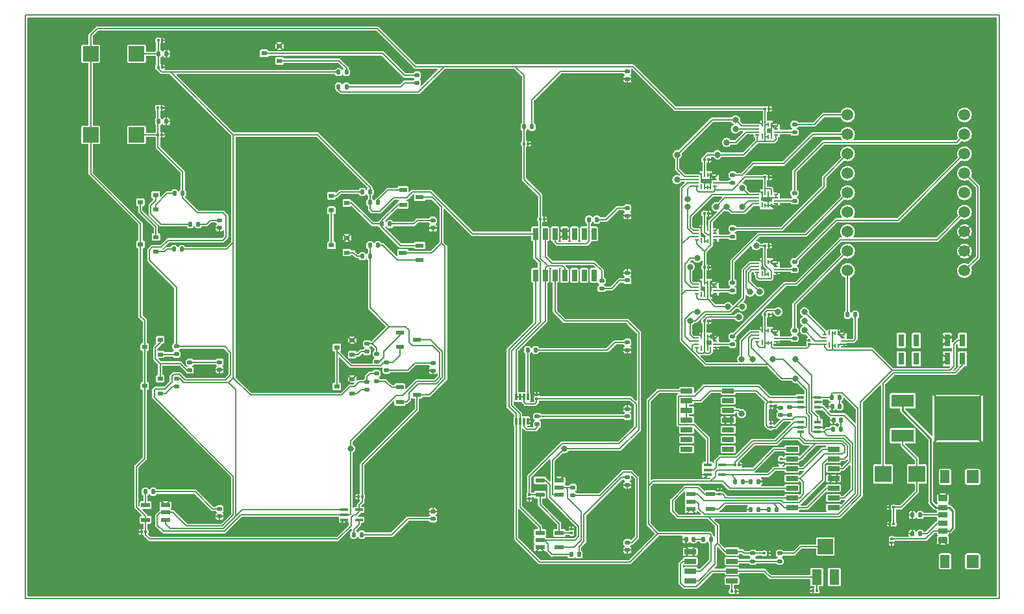
<source format=gbr>
%TF.GenerationSoftware,KiCad,Pcbnew,7.0.5*%
%TF.CreationDate,2023-07-25T13:55:41-04:00*%
%TF.ProjectId,Logic-PCB,4c6f6769-632d-4504-9342-2e6b69636164,rev?*%
%TF.SameCoordinates,Original*%
%TF.FileFunction,Copper,L1,Top*%
%TF.FilePolarity,Positive*%
%FSLAX46Y46*%
G04 Gerber Fmt 4.6, Leading zero omitted, Abs format (unit mm)*
G04 Created by KiCad (PCBNEW 7.0.5) date 2023-07-25 13:55:41*
%MOMM*%
%LPD*%
G01*
G04 APERTURE LIST*
G04 Aperture macros list*
%AMRoundRect*
0 Rectangle with rounded corners*
0 $1 Rounding radius*
0 $2 $3 $4 $5 $6 $7 $8 $9 X,Y pos of 4 corners*
0 Add a 4 corners polygon primitive as box body*
4,1,4,$2,$3,$4,$5,$6,$7,$8,$9,$2,$3,0*
0 Add four circle primitives for the rounded corners*
1,1,$1+$1,$2,$3*
1,1,$1+$1,$4,$5*
1,1,$1+$1,$6,$7*
1,1,$1+$1,$8,$9*
0 Add four rect primitives between the rounded corners*
20,1,$1+$1,$2,$3,$4,$5,0*
20,1,$1+$1,$4,$5,$6,$7,0*
20,1,$1+$1,$6,$7,$8,$9,0*
20,1,$1+$1,$8,$9,$2,$3,0*%
G04 Aperture macros list end*
%TA.AperFunction,NonConductor*%
%ADD10C,0.200000*%
%TD*%
%TA.AperFunction,SMDPad,CuDef*%
%ADD11RoundRect,0.135000X0.185000X-0.135000X0.185000X0.135000X-0.185000X0.135000X-0.185000X-0.135000X0*%
%TD*%
%TA.AperFunction,SMDPad,CuDef*%
%ADD12R,1.050000X0.600000*%
%TD*%
%TA.AperFunction,SMDPad,CuDef*%
%ADD13R,2.200000X2.150000*%
%TD*%
%TA.AperFunction,SMDPad,CuDef*%
%ADD14RoundRect,0.147500X0.172500X-0.147500X0.172500X0.147500X-0.172500X0.147500X-0.172500X-0.147500X0*%
%TD*%
%TA.AperFunction,SMDPad,CuDef*%
%ADD15R,0.700000X0.600000*%
%TD*%
%TA.AperFunction,SMDPad,CuDef*%
%ADD16RoundRect,0.135000X-0.135000X-0.185000X0.135000X-0.185000X0.135000X0.185000X-0.135000X0.185000X0*%
%TD*%
%TA.AperFunction,SMDPad,CuDef*%
%ADD17RoundRect,0.135000X0.135000X0.185000X-0.135000X0.185000X-0.135000X-0.185000X0.135000X-0.185000X0*%
%TD*%
%TA.AperFunction,SMDPad,CuDef*%
%ADD18RoundRect,0.135000X-0.185000X0.135000X-0.185000X-0.135000X0.185000X-0.135000X0.185000X0.135000X0*%
%TD*%
%TA.AperFunction,SMDPad,CuDef*%
%ADD19R,0.300000X0.850000*%
%TD*%
%TA.AperFunction,SMDPad,CuDef*%
%ADD20RoundRect,0.075000X-0.125000X-0.075000X0.125000X-0.075000X0.125000X0.075000X-0.125000X0.075000X0*%
%TD*%
%TA.AperFunction,SMDPad,CuDef*%
%ADD21R,1.525000X0.650000*%
%TD*%
%TA.AperFunction,SMDPad,CuDef*%
%ADD22RoundRect,0.147500X-0.172500X0.147500X-0.172500X-0.147500X0.172500X-0.147500X0.172500X0.147500X0*%
%TD*%
%TA.AperFunction,SMDPad,CuDef*%
%ADD23RoundRect,0.075000X0.075000X-0.125000X0.075000X0.125000X-0.075000X0.125000X-0.075000X-0.125000X0*%
%TD*%
%TA.AperFunction,SMDPad,CuDef*%
%ADD24R,0.200000X0.700000*%
%TD*%
%TA.AperFunction,SMDPad,CuDef*%
%ADD25R,0.200000X0.600000*%
%TD*%
%TA.AperFunction,SMDPad,CuDef*%
%ADD26R,0.600000X0.200000*%
%TD*%
%TA.AperFunction,SMDPad,CuDef*%
%ADD27R,0.650000X1.525000*%
%TD*%
%TA.AperFunction,SMDPad,CuDef*%
%ADD28R,1.300000X2.000000*%
%TD*%
%TA.AperFunction,SMDPad,CuDef*%
%ADD29R,2.000000X2.000000*%
%TD*%
%TA.AperFunction,SMDPad,CuDef*%
%ADD30R,1.200000X0.600000*%
%TD*%
%TA.AperFunction,SMDPad,CuDef*%
%ADD31RoundRect,0.147500X-0.147500X-0.172500X0.147500X-0.172500X0.147500X0.172500X-0.147500X0.172500X0*%
%TD*%
%TA.AperFunction,SMDPad,CuDef*%
%ADD32RoundRect,0.075000X-0.075000X0.125000X-0.075000X-0.125000X0.075000X-0.125000X0.075000X0.125000X0*%
%TD*%
%TA.AperFunction,SMDPad,CuDef*%
%ADD33R,3.000000X1.600000*%
%TD*%
%TA.AperFunction,SMDPad,CuDef*%
%ADD34R,6.200000X5.800000*%
%TD*%
%TA.AperFunction,SMDPad,CuDef*%
%ADD35RoundRect,0.050000X-0.550000X0.350000X-0.550000X-0.350000X0.550000X-0.350000X0.550000X0.350000X0*%
%TD*%
%TA.AperFunction,SMDPad,CuDef*%
%ADD36RoundRect,0.047500X-0.552500X0.332500X-0.552500X-0.332500X0.552500X-0.332500X0.552500X0.332500X0*%
%TD*%
%TA.AperFunction,SMDPad,CuDef*%
%ADD37RoundRect,0.043750X-0.556250X0.306250X-0.556250X-0.306250X0.556250X-0.306250X0.556250X0.306250X0*%
%TD*%
%TA.AperFunction,SMDPad,CuDef*%
%ADD38RoundRect,0.043750X0.556250X-0.306250X0.556250X0.306250X-0.556250X0.306250X-0.556250X-0.306250X0*%
%TD*%
%TA.AperFunction,SMDPad,CuDef*%
%ADD39RoundRect,0.047500X0.552500X-0.332500X0.552500X0.332500X-0.552500X0.332500X-0.552500X-0.332500X0*%
%TD*%
%TA.AperFunction,SMDPad,CuDef*%
%ADD40RoundRect,0.050000X0.550000X-0.350000X0.550000X0.350000X-0.550000X0.350000X-0.550000X-0.350000X0*%
%TD*%
%TA.AperFunction,SMDPad,CuDef*%
%ADD41RoundRect,0.075000X0.525000X-0.775000X0.525000X0.775000X-0.525000X0.775000X-0.525000X-0.775000X0*%
%TD*%
%TA.AperFunction,SMDPad,CuDef*%
%ADD42RoundRect,0.100000X0.700000X-0.750000X0.700000X0.750000X-0.700000X0.750000X-0.700000X-0.750000X0*%
%TD*%
%TA.AperFunction,SMDPad,CuDef*%
%ADD43R,1.528000X0.650000*%
%TD*%
%TA.AperFunction,SMDPad,CuDef*%
%ADD44R,1.150000X0.600000*%
%TD*%
%TA.AperFunction,SMDPad,CuDef*%
%ADD45RoundRect,0.075000X0.125000X0.075000X-0.125000X0.075000X-0.125000X-0.075000X0.125000X-0.075000X0*%
%TD*%
%TA.AperFunction,ComponentPad*%
%ADD46C,1.500000*%
%TD*%
%TA.AperFunction,SMDPad,CuDef*%
%ADD47RoundRect,0.147500X0.147500X0.172500X-0.147500X0.172500X-0.147500X-0.172500X0.147500X-0.172500X0*%
%TD*%
%TA.AperFunction,SMDPad,CuDef*%
%ADD48R,0.950000X0.450000*%
%TD*%
%TA.AperFunction,SMDPad,CuDef*%
%ADD49R,1.050000X0.400000*%
%TD*%
%TA.AperFunction,SMDPad,CuDef*%
%ADD50R,0.800000X1.600000*%
%TD*%
%TA.AperFunction,ViaPad*%
%ADD51C,0.800000*%
%TD*%
%TA.AperFunction,Conductor*%
%ADD52C,0.150000*%
%TD*%
%TA.AperFunction,Conductor*%
%ADD53C,0.250000*%
%TD*%
%TA.AperFunction,Conductor*%
%ADD54C,0.200000*%
%TD*%
G04 APERTURE END LIST*
D10*
X16764000Y-17018000D02*
X143764000Y-17018000D01*
X143764000Y-93218000D01*
X16764000Y-93218000D01*
X16764000Y-17018000D01*
D11*
%TO.P,R44,1*%
%TO.N,Net-(IC14-D)*%
X117080000Y-50250000D03*
%TO.P,R44,2*%
%TO.N,Net-(DS1-K_C)*%
X117080000Y-49230000D03*
%TD*%
D12*
%TO.P,Q10,1*%
%TO.N,Net-(Q10-Pad1)*%
X65620000Y-58470000D03*
%TO.P,Q10,2*%
%TO.N,Net-(Q10-Pad2)*%
X65620000Y-60370000D03*
%TO.P,Q10,3*%
%TO.N,Net-(Q10-Pad3)*%
X67820000Y-59420000D03*
%TD*%
D13*
%TO.P,D10,1*%
%TO.N,3V before switch*%
X128630000Y-76940000D03*
%TO.P,D10,2*%
%TO.N,Net-(IC6-OUTPUT)*%
X133030000Y-76940000D03*
%TD*%
D14*
%TO.P,D6,1,K*%
%TO.N,GND*%
X95280000Y-78355000D03*
%TO.P,D6,2,A*%
%TO.N,Net-(D6-A)*%
X95280000Y-77385000D03*
%TD*%
D15*
%TO.P,Q8,1*%
%TO.N,Net-(Q8-Pad1)*%
X58700000Y-48030000D03*
%TO.P,Q8,2*%
%TO.N,GND*%
X58700000Y-46130000D03*
%TO.P,Q8,3*%
%TO.N,Net-(Q7-Pad2)*%
X56700000Y-47080000D03*
%TD*%
D16*
%TO.P,R7,1*%
%TO.N,Button A*%
X61740000Y-41470000D03*
%TO.P,R7,2*%
%TO.N,Net-(Q5-Pad1)*%
X62760000Y-41470000D03*
%TD*%
D15*
%TO.P,Q4,1*%
%TO.N,Net-(Q4-Pad1)*%
X34360000Y-61320000D03*
%TO.P,Q4,2*%
%TO.N,Net-(Q3-Pad2)*%
X34360000Y-59420000D03*
%TO.P,Q4,3*%
%TO.N,+3V0*%
X32360000Y-60370000D03*
%TD*%
D17*
%TO.P,R3,1*%
%TO.N,Button A*%
X37210000Y-47600000D03*
%TO.P,R3,2*%
%TO.N,Net-(Q1-Pad1)*%
X36190000Y-47600000D03*
%TD*%
D11*
%TO.P,R39,1*%
%TO.N,Net-(IC21-D)*%
X109000000Y-52976666D03*
%TO.P,R39,2*%
%TO.N,Net-(DS1-K_U)*%
X109000000Y-51956666D03*
%TD*%
D18*
%TO.P,R20,1*%
%TO.N,Button A*%
X61330000Y-64930000D03*
%TO.P,R20,2*%
%TO.N,Net-(Q11-Pad1)*%
X61330000Y-65950000D03*
%TD*%
D11*
%TO.P,R41,1*%
%TO.N,Net-(IC20-D)*%
X117080000Y-41270000D03*
%TO.P,R41,2*%
%TO.N,Net-(DS1-K_N)*%
X117080000Y-40250000D03*
%TD*%
D14*
%TO.P,D5,1,K*%
%TO.N,GND*%
X95280000Y-43205000D03*
%TO.P,D5,2,A*%
%TO.N,Net-(D5-A)*%
X95280000Y-42235000D03*
%TD*%
D19*
%TO.P,IC1,1,CP*%
%TO.N,CLK*%
X80780000Y-70055000D03*
%TO.P,IC1,2,D*%
%TO.N,Button A*%
X81280000Y-70055000D03*
%TO.P,IC1,3,~{Q}*%
%TO.N,Net-(IC1-~{Q})*%
X81780000Y-70055000D03*
%TO.P,IC1,4,GND*%
%TO.N,GND*%
X82280000Y-70055000D03*
%TO.P,IC1,5,Q*%
%TO.N,Net-(IC1-Q)*%
X82280000Y-66905000D03*
%TO.P,IC1,6,~{RD}*%
%TO.N,+3V0*%
X81780000Y-66905000D03*
%TO.P,IC1,7,~{SD}*%
X81280000Y-66905000D03*
%TO.P,IC1,8,VCC*%
X80780000Y-66905000D03*
%TD*%
D11*
%TO.P,R40,1*%
%TO.N,Net-(IC19-D)*%
X109000000Y-38910000D03*
%TO.P,R40,2*%
%TO.N,Net-(DS1-K_M)*%
X109000000Y-37890000D03*
%TD*%
D20*
%TO.P,C12,1*%
%TO.N,Button A*%
X34110000Y-23812428D03*
%TO.P,C12,2*%
%TO.N,GND*%
X34610000Y-23812428D03*
%TD*%
D21*
%TO.P,IC7,1,1~{CP}*%
%TO.N,CLK*%
X103008000Y-66090000D03*
%TO.P,IC7,2,1~{R}*%
%TO.N,+3V0*%
X103008000Y-67360000D03*
%TO.P,IC7,3,1K*%
X103008000Y-68630000D03*
%TO.P,IC7,4,VCC*%
X103008000Y-69900000D03*
%TO.P,IC7,5,2~{CP}*%
%TO.N,unconnected-(IC7-2~{CP}-Pad5)*%
X103008000Y-71170000D03*
%TO.P,IC7,6,2~{R}*%
%TO.N,unconnected-(IC7-2~{R}-Pad6)*%
X103008000Y-72440000D03*
%TO.P,IC7,7,2J*%
%TO.N,unconnected-(IC7-2J-Pad7)*%
X103008000Y-73710000D03*
%TO.P,IC7,8,2~{Q}*%
%TO.N,unconnected-(IC7-2~{Q}-Pad8)*%
X108432000Y-73710000D03*
%TO.P,IC7,9,2Q*%
%TO.N,unconnected-(IC7-2Q-Pad9)*%
X108432000Y-72440000D03*
%TO.P,IC7,10,2K*%
%TO.N,unconnected-(IC7-2K-Pad10)*%
X108432000Y-71170000D03*
%TO.P,IC7,11,GND*%
%TO.N,GND*%
X108432000Y-69900000D03*
%TO.P,IC7,12,1Q*%
%TO.N,Net-(IC10-B)*%
X108432000Y-68630000D03*
%TO.P,IC7,13,1~{Q}*%
%TO.N,unconnected-(IC7-1~{Q}-Pad13)*%
X108432000Y-67360000D03*
%TO.P,IC7,14,1J*%
%TO.N,+3V0*%
X108432000Y-66090000D03*
%TD*%
D22*
%TO.P,D13,1,K*%
%TO.N,GND*%
X69940000Y-81827500D03*
%TO.P,D13,2,A*%
%TO.N,Net-(D13-A)*%
X69940000Y-82797500D03*
%TD*%
D23*
%TO.P,C21,1*%
%TO.N,+3V0*%
X114000000Y-70830000D03*
%TO.P,C21,2*%
%TO.N,GND*%
X114000000Y-70330000D03*
%TD*%
D17*
%TO.P,R34,1*%
%TO.N,Net-(D17-A)*%
X110346250Y-77920000D03*
%TO.P,R34,2*%
%TO.N,Net-(IC12-Y)*%
X109326250Y-77920000D03*
%TD*%
D20*
%TO.P,C29,1*%
%TO.N,+3V0*%
X105340000Y-57000000D03*
%TO.P,C29,2*%
%TO.N,GND*%
X105840000Y-57000000D03*
%TD*%
D23*
%TO.P,C20,1*%
%TO.N,+3V0*%
X107330000Y-79590000D03*
%TO.P,C20,2*%
%TO.N,GND*%
X107330000Y-79090000D03*
%TD*%
D24*
%TO.P,IC19,1,N.C.*%
%TO.N,unconnected-(IC19-N.C.-Pad1)*%
X104940000Y-39460000D03*
D25*
%TO.P,IC19,2,S1*%
%TO.N,GND*%
X105340000Y-39510000D03*
%TO.P,IC19,3,S2*%
X105740000Y-39510000D03*
%TO.P,IC19,4,S3*%
X106140000Y-39510000D03*
D26*
%TO.P,IC19,5,S4*%
%TO.N,+3V0*%
X106740000Y-39310000D03*
%TO.P,IC19,6,D*%
%TO.N,Net-(IC19-D)*%
X106740000Y-38910000D03*
%TO.P,IC19,7,S8*%
%TO.N,GND*%
X106740000Y-38510000D03*
%TO.P,IC19,8,S7*%
X106740000Y-38110000D03*
D25*
%TO.P,IC19,9,S6*%
X106140000Y-37910000D03*
%TO.P,IC19,10,S5*%
X105740000Y-37910000D03*
%TO.P,IC19,11,VDD*%
%TO.N,+3V0*%
X105340000Y-37910000D03*
%TO.P,IC19,12,GND*%
%TO.N,GND*%
X104940000Y-37910000D03*
D26*
%TO.P,IC19,13,A2*%
%TO.N,Net-(IC10-B)*%
X104340000Y-38110000D03*
%TO.P,IC19,14,A1*%
%TO.N,Net-(IC11-A)*%
X104340000Y-38510000D03*
%TO.P,IC19,15,A0*%
%TO.N,Net-(IC10-C)*%
X104340000Y-38910000D03*
%TO.P,IC19,16,EN*%
%TO.N,+3V0*%
X104340000Y-39310000D03*
%TD*%
D18*
%TO.P,R2,1*%
%TO.N,Button B*%
X36480000Y-60290000D03*
%TO.P,R2,2*%
%TO.N,Net-(Q4-Pad1)*%
X36480000Y-61310000D03*
%TD*%
D17*
%TO.P,R28,1*%
%TO.N,GND*%
X35170000Y-30900000D03*
%TO.P,R28,2*%
%TO.N,Button B*%
X34150000Y-30900000D03*
%TD*%
%TO.P,R14,1*%
%TO.N,Net-(D6-A)*%
X88980000Y-87460000D03*
%TO.P,R14,2*%
%TO.N,Net-(IC3-B)*%
X87960000Y-87460000D03*
%TD*%
D27*
%TO.P,IC2,1,1~{CP}*%
%TO.N,CLK*%
X83300000Y-51002000D03*
%TO.P,IC2,2,1~{R}*%
%TO.N,+3V0*%
X84570000Y-51002000D03*
%TO.P,IC2,3,1K*%
%TO.N,Button B*%
X85840000Y-51002000D03*
%TO.P,IC2,4,VCC*%
%TO.N,+3V0*%
X87110000Y-51002000D03*
%TO.P,IC2,5,2~{CP}*%
%TO.N,unconnected-(IC2-2~{CP}-Pad5)*%
X88380000Y-51002000D03*
%TO.P,IC2,6,2~{R}*%
%TO.N,unconnected-(IC2-2~{R}-Pad6)*%
X89650000Y-51002000D03*
%TO.P,IC2,7,2J*%
%TO.N,unconnected-(IC2-2J-Pad7)*%
X90920000Y-51002000D03*
%TO.P,IC2,8,2~{Q}*%
%TO.N,unconnected-(IC2-2~{Q}-Pad8)*%
X90920000Y-45578000D03*
%TO.P,IC2,9,2Q*%
%TO.N,unconnected-(IC2-2Q-Pad9)*%
X89650000Y-45578000D03*
%TO.P,IC2,10,2K*%
%TO.N,unconnected-(IC2-2K-Pad10)*%
X88380000Y-45578000D03*
%TO.P,IC2,11,GND*%
%TO.N,GND*%
X87110000Y-45578000D03*
%TO.P,IC2,12,1Q*%
%TO.N,Net-(IC2-1Q)*%
X85840000Y-45578000D03*
%TO.P,IC2,13,1~{Q}*%
%TO.N,Net-(IC2-1~{Q})*%
X84570000Y-45578000D03*
%TO.P,IC2,14,1J*%
%TO.N,Button A*%
X83300000Y-45578000D03*
%TD*%
D12*
%TO.P,Q5,1*%
%TO.N,Net-(Q5-Pad1)*%
X66020000Y-39870000D03*
%TO.P,Q5,2*%
%TO.N,Net-(Q5-Pad2)*%
X66020000Y-41770000D03*
%TO.P,Q5,3*%
%TO.N,+3V0*%
X68220000Y-40820000D03*
%TD*%
D20*
%TO.P,C1,1*%
%TO.N,+3V0*%
X83930000Y-43670000D03*
%TO.P,C1,2*%
%TO.N,GND*%
X84430000Y-43670000D03*
%TD*%
D17*
%TO.P,R10,1*%
%TO.N,Button B*%
X61740000Y-48500000D03*
%TO.P,R10,2*%
%TO.N,Net-(Q8-Pad1)*%
X60720000Y-48500000D03*
%TD*%
D12*
%TO.P,Q9,1*%
%TO.N,Net-(Q9-Pad1)*%
X65620000Y-65630000D03*
%TO.P,Q9,2*%
%TO.N,Net-(Q10-Pad3)*%
X65620000Y-67530000D03*
%TO.P,Q9,3*%
%TO.N,+3V0*%
X67820000Y-66580000D03*
%TD*%
D17*
%TO.P,R30,1*%
%TO.N,CLK*%
X106190000Y-85470000D03*
%TO.P,R30,2*%
%TO.N,Net-(D15-A)*%
X105170000Y-85470000D03*
%TD*%
D28*
%TO.P,VR1,1,CCW*%
%TO.N,unconnected-(VR1-CCW-Pad1)*%
X122260000Y-90420000D03*
D29*
%TO.P,VR1,2,WIPER*%
%TO.N,Net-(VR1-WIPER)*%
X121110000Y-86420000D03*
D28*
%TO.P,VR1,3,CW*%
%TO.N,Net-(IC8-THRES)*%
X119960000Y-90420000D03*
%TD*%
D24*
%TO.P,IC13,1,N.C.*%
%TO.N,unconnected-(IC13-N.C.-Pad1)*%
X112840000Y-32840000D03*
D25*
%TO.P,IC13,2,S1*%
%TO.N,+3V0*%
X113240000Y-32890000D03*
%TO.P,IC13,3,S2*%
X113640000Y-32890000D03*
%TO.P,IC13,4,S3*%
%TO.N,GND*%
X114040000Y-32890000D03*
D26*
%TO.P,IC13,5,S4*%
%TO.N,+3V0*%
X114640000Y-32690000D03*
%TO.P,IC13,6,D*%
%TO.N,Net-(IC13-D)*%
X114640000Y-32290000D03*
%TO.P,IC13,7,S8*%
%TO.N,GND*%
X114640000Y-31890000D03*
%TO.P,IC13,8,S7*%
X114640000Y-31490000D03*
D25*
%TO.P,IC13,9,S6*%
X114040000Y-31290000D03*
%TO.P,IC13,10,S5*%
%TO.N,+3V0*%
X113640000Y-31290000D03*
%TO.P,IC13,11,VDD*%
X113240000Y-31290000D03*
%TO.P,IC13,12,GND*%
%TO.N,GND*%
X112840000Y-31290000D03*
D26*
%TO.P,IC13,13,A2*%
%TO.N,Net-(IC10-B)*%
X112240000Y-31490000D03*
%TO.P,IC13,14,A1*%
%TO.N,Net-(IC11-A)*%
X112240000Y-31890000D03*
%TO.P,IC13,15,A0*%
%TO.N,Net-(IC10-C)*%
X112240000Y-32290000D03*
%TO.P,IC13,16,EN*%
%TO.N,+3V0*%
X112240000Y-32690000D03*
%TD*%
D20*
%TO.P,C14,1*%
%TO.N,+3V0*%
X81820000Y-33810000D03*
%TO.P,C14,2*%
%TO.N,GND*%
X82320000Y-33810000D03*
%TD*%
D12*
%TO.P,Q6,1*%
%TO.N,Net-(Q6-Pad1)*%
X68190000Y-49000000D03*
%TO.P,Q6,2*%
%TO.N,Net-(Q5-Pad2)*%
X68190000Y-47100000D03*
%TO.P,Q6,3*%
%TO.N,+3V0*%
X65990000Y-48050000D03*
%TD*%
D16*
%TO.P,R17,1*%
%TO.N,Net-(U1-Y)*%
X32450000Y-79260000D03*
%TO.P,R17,2*%
%TO.N,Net-(D8-A)*%
X33470000Y-79260000D03*
%TD*%
D11*
%TO.P,R42,1*%
%TO.N,Net-(IC18-D)*%
X109000000Y-45943333D03*
%TO.P,R42,2*%
%TO.N,Net-(DS1-K_K)*%
X109000000Y-44923333D03*
%TD*%
D15*
%TO.P,Q7,1*%
%TO.N,Net-(Q7-Pad1)*%
X56700000Y-40610000D03*
%TO.P,Q7,2*%
%TO.N,Net-(Q7-Pad2)*%
X56700000Y-42510000D03*
%TO.P,Q7,3*%
%TO.N,Net-(Q5-Pad2)*%
X58700000Y-41560000D03*
%TD*%
D14*
%TO.P,D3,1,K*%
%TO.N,GND*%
X95280000Y-60735000D03*
%TO.P,D3,2,A*%
%TO.N,Net-(D3-A)*%
X95280000Y-59765000D03*
%TD*%
D30*
%TO.P,IC3,1,A*%
%TO.N,Button A*%
X83900000Y-84630000D03*
%TO.P,IC3,2,B*%
%TO.N,Net-(IC3-B)*%
X83900000Y-85580000D03*
%TO.P,IC3,3,GND*%
%TO.N,GND*%
X83900000Y-86530000D03*
%TO.P,IC3,4,Y*%
%TO.N,Net-(IC3-Y)*%
X86400000Y-86530000D03*
%TO.P,IC3,5,VCC*%
%TO.N,+3V0*%
X86400000Y-84630000D03*
%TD*%
D17*
%TO.P,R8,1*%
%TO.N,Button A*%
X61740000Y-40100000D03*
%TO.P,R8,2*%
%TO.N,Net-(Q7-Pad1)*%
X60720000Y-40100000D03*
%TD*%
D16*
%TO.P,R25,1*%
%TO.N,Net-(IC5-Y)*%
X59615000Y-84860000D03*
%TO.P,R25,2*%
%TO.N,Net-(D13-A)*%
X60635000Y-84860000D03*
%TD*%
D15*
%TO.P,Q13,1*%
%TO.N,Net-(Q13-Pad1)*%
X49928626Y-22974000D03*
%TO.P,Q13,2*%
%TO.N,GND*%
X49928626Y-21074000D03*
%TO.P,Q13,3*%
%TO.N,Net-(D12-K)*%
X47928626Y-22024000D03*
%TD*%
D16*
%TO.P,R24,1*%
%TO.N,+3V0*%
X57636626Y-26360000D03*
%TO.P,R24,2*%
%TO.N,Net-(D12-A)*%
X58656626Y-26360000D03*
%TD*%
D18*
%TO.P,R21,1*%
%TO.N,Button B*%
X62595000Y-61240000D03*
%TO.P,R21,2*%
%TO.N,Net-(Q10-Pad1)*%
X62595000Y-62260000D03*
%TD*%
D17*
%TO.P,R36,1*%
%TO.N,Net-(D19-A)*%
X123160000Y-71090000D03*
%TO.P,R36,2*%
%TO.N,Net-(IC11-A)*%
X122140000Y-71090000D03*
%TD*%
D24*
%TO.P,IC17,1,N.C.*%
%TO.N,unconnected-(IC17-N.C.-Pad1)*%
X112840000Y-59780000D03*
D25*
%TO.P,IC17,2,S1*%
%TO.N,+3V0*%
X113240000Y-59830000D03*
%TO.P,IC17,3,S2*%
X113640000Y-59830000D03*
%TO.P,IC17,4,S3*%
X114040000Y-59830000D03*
D26*
%TO.P,IC17,5,S4*%
%TO.N,GND*%
X114640000Y-59630000D03*
%TO.P,IC17,6,D*%
%TO.N,Net-(IC17-D)*%
X114640000Y-59230000D03*
%TO.P,IC17,7,S8*%
%TO.N,GND*%
X114640000Y-58830000D03*
%TO.P,IC17,8,S7*%
X114640000Y-58430000D03*
D25*
%TO.P,IC17,9,S6*%
X114040000Y-58230000D03*
%TO.P,IC17,10,S5*%
%TO.N,+3V0*%
X113640000Y-58230000D03*
%TO.P,IC17,11,VDD*%
X113240000Y-58230000D03*
%TO.P,IC17,12,GND*%
%TO.N,GND*%
X112840000Y-58230000D03*
D26*
%TO.P,IC17,13,A2*%
%TO.N,Net-(IC10-B)*%
X112240000Y-58430000D03*
%TO.P,IC17,14,A1*%
%TO.N,Net-(IC11-A)*%
X112240000Y-58830000D03*
%TO.P,IC17,15,A0*%
%TO.N,Net-(IC10-C)*%
X112240000Y-59230000D03*
%TO.P,IC17,16,EN*%
%TO.N,+3V0*%
X112240000Y-59630000D03*
%TD*%
D31*
%TO.P,D18,1,K*%
%TO.N,GND*%
X121990000Y-68110000D03*
%TO.P,D18,2,A*%
%TO.N,Net-(D18-A)*%
X122960000Y-68110000D03*
%TD*%
D16*
%TO.P,R23,1*%
%TO.N,Button A*%
X57636626Y-24454000D03*
%TO.P,R23,2*%
%TO.N,Net-(Q13-Pad1)*%
X58656626Y-24454000D03*
%TD*%
%TO.P,R11,1*%
%TO.N,Net-(IC1-Q)*%
X82280000Y-60760000D03*
%TO.P,R11,2*%
%TO.N,Net-(D3-A)*%
X83300000Y-60760000D03*
%TD*%
D15*
%TO.P,Q12,1*%
%TO.N,Net-(Q12-Pad1)*%
X59410000Y-61360000D03*
%TO.P,Q12,2*%
%TO.N,GND*%
X59410000Y-59460000D03*
%TO.P,Q12,3*%
%TO.N,Net-(Q10-Pad2)*%
X57410000Y-60410000D03*
%TD*%
D20*
%TO.P,C22,1*%
%TO.N,+3V0*%
X109350000Y-75750000D03*
%TO.P,C22,2*%
%TO.N,GND*%
X109850000Y-75750000D03*
%TD*%
D32*
%TO.P,C2,1*%
%TO.N,+3V0*%
X82470000Y-79660000D03*
%TO.P,C2,2*%
%TO.N,GND*%
X82470000Y-80160000D03*
%TD*%
D29*
%TO.P,SW2,1,1*%
%TO.N,+3V0*%
X25300000Y-32660000D03*
%TO.P,SW2,2,2*%
%TO.N,Button B*%
X31300000Y-32660000D03*
%TD*%
D33*
%TO.P,IC6,1,INPUT*%
%TO.N,+5V*%
X131190000Y-67385000D03*
D34*
%TO.P,IC6,2,GROUND*%
%TO.N,GND*%
X138370000Y-69670000D03*
D33*
%TO.P,IC6,3,OUTPUT*%
%TO.N,Net-(IC6-OUTPUT)*%
X131190000Y-71955000D03*
%TD*%
D20*
%TO.P,C10,1*%
%TO.N,Button A*%
X34110000Y-20307572D03*
%TO.P,C10,2*%
%TO.N,GND*%
X34610000Y-20307572D03*
%TD*%
D22*
%TO.P,D12,1,K*%
%TO.N,Net-(D12-K)*%
X67865626Y-24890400D03*
%TO.P,D12,2,A*%
%TO.N,Net-(D12-A)*%
X67865626Y-25860400D03*
%TD*%
D35*
%TO.P,U2,1,GND1*%
%TO.N,GND*%
X136420000Y-85580000D03*
D36*
%TO.P,U2,2,Vbus1*%
%TO.N,+5V*%
X136420000Y-84350000D03*
D37*
%TO.P,U2,3,CC1*%
%TO.N,Net-(U2-CC1)*%
X136420000Y-83370000D03*
D38*
%TO.P,U2,4,CC2*%
%TO.N,Net-(U2-CC2)*%
X136420000Y-82290000D03*
D39*
%TO.P,U2,5,Vbus2*%
%TO.N,+5V*%
X136420000Y-81310000D03*
D40*
%TO.P,U2,6,GND2*%
%TO.N,GND*%
X136420000Y-80080000D03*
D41*
%TO.P,U2,7*%
%TO.N,N/C*%
X136710000Y-88350000D03*
%TO.P,U2,8*%
X136710000Y-77310000D03*
D42*
%TO.P,U2,9*%
X140310000Y-88350000D03*
%TO.P,U2,10*%
X140310000Y-77310000D03*
%TD*%
D18*
%TO.P,R1,1*%
%TO.N,Button A*%
X36500000Y-64470000D03*
%TO.P,R1,2*%
%TO.N,Net-(Q3-Pad1)*%
X36500000Y-65490000D03*
%TD*%
D11*
%TO.P,R15,1*%
%TO.N,Net-(D7-A)*%
X88170000Y-79730000D03*
%TO.P,R15,2*%
%TO.N,Net-(IC3-Y)*%
X88170000Y-78710000D03*
%TD*%
D14*
%TO.P,D14,1,K*%
%TO.N,GND*%
X95280000Y-25345000D03*
%TO.P,D14,2,A*%
%TO.N,Net-(D14-A)*%
X95280000Y-24375000D03*
%TD*%
D20*
%TO.P,C13,1*%
%TO.N,Button B*%
X34080000Y-32660000D03*
%TO.P,C13,2*%
%TO.N,GND*%
X34580000Y-32660000D03*
%TD*%
D43*
%TO.P,IC8,1,GND*%
%TO.N,GND*%
X103499000Y-87065000D03*
%TO.P,IC8,2,TRIG*%
%TO.N,Net-(IC8-THRES)*%
X103499000Y-88335000D03*
%TO.P,IC8,3,OUT*%
%TO.N,CLK*%
X103499000Y-89605000D03*
%TO.P,IC8,4,RESET*%
%TO.N,+3V0*%
X103499000Y-90875000D03*
%TO.P,IC8,5,CONT*%
%TO.N,Net-(IC8-CONT)*%
X108921000Y-90875000D03*
%TO.P,IC8,6,THRES*%
%TO.N,Net-(IC8-THRES)*%
X108921000Y-89605000D03*
%TO.P,IC8,7,DISCH*%
%TO.N,Net-(IC8-DISCH)*%
X108921000Y-88335000D03*
%TO.P,IC8,8,VDD*%
%TO.N,+3V0*%
X108921000Y-87065000D03*
%TD*%
D30*
%TO.P,IC4,1,A*%
%TO.N,Button B*%
X86390000Y-79660000D03*
%TO.P,IC4,2,B*%
%TO.N,Net-(IC3-Y)*%
X86390000Y-78710000D03*
%TO.P,IC4,3,GND*%
%TO.N,GND*%
X86390000Y-77760000D03*
%TO.P,IC4,4,Y*%
%TO.N,Net-(IC3-B)*%
X83890000Y-77760000D03*
%TO.P,IC4,5,VCC*%
%TO.N,+3V0*%
X83890000Y-79660000D03*
%TD*%
D22*
%TO.P,D20,1,K*%
%TO.N,GND*%
X115280000Y-68272500D03*
%TO.P,D20,2,A*%
%TO.N,Net-(D20-A)*%
X115280000Y-69242500D03*
%TD*%
D11*
%TO.P,R38,1*%
%TO.N,Net-(IC17-D)*%
X117080000Y-59230000D03*
%TO.P,R38,2*%
%TO.N,Net-(DS1-K_G)*%
X117080000Y-58210000D03*
%TD*%
%TO.P,R47,1*%
%TO.N,Net-(D9-A)*%
X91930000Y-52720000D03*
%TO.P,R47,2*%
%TO.N,Net-(IC2-1~{Q})*%
X91930000Y-51700000D03*
%TD*%
%TO.P,R43,1*%
%TO.N,Net-(IC13-D)*%
X117080000Y-32310000D03*
%TO.P,R43,2*%
%TO.N,Net-(DS1-K_A)*%
X117080000Y-31290000D03*
%TD*%
D23*
%TO.P,C7,1*%
%TO.N,GND*%
X129755000Y-85913000D03*
%TO.P,C7,2*%
%TO.N,+5V*%
X129755000Y-85413000D03*
%TD*%
D11*
%TO.P,R37,1*%
%TO.N,Net-(D20-A)*%
X116420000Y-69250000D03*
%TO.P,R37,2*%
%TO.N,Net-(IC10-C)*%
X116420000Y-68230000D03*
%TD*%
D21*
%TO.P,IC9,1,1~{CP}*%
%TO.N,CLK*%
X116740000Y-73710000D03*
%TO.P,IC9,2,1~{R}*%
%TO.N,+3V0*%
X116740000Y-74980000D03*
%TO.P,IC9,3,1K*%
%TO.N,Net-(IC12-Y)*%
X116740000Y-76250000D03*
%TO.P,IC9,4,VCC*%
%TO.N,+3V0*%
X116740000Y-77520000D03*
%TO.P,IC9,5,2~{CP}*%
%TO.N,CLK*%
X116740000Y-78790000D03*
%TO.P,IC9,6,2~{R}*%
%TO.N,+3V0*%
X116740000Y-80060000D03*
%TO.P,IC9,7,2J*%
%TO.N,Net-(IC9-2J)*%
X116740000Y-81330000D03*
%TO.P,IC9,8,2~{Q}*%
%TO.N,Net-(IC10-A)*%
X122164000Y-81330000D03*
%TO.P,IC9,9,2Q*%
%TO.N,Net-(IC11-A)*%
X122164000Y-80060000D03*
%TO.P,IC9,10,2K*%
%TO.N,Net-(IC9-2J)*%
X122164000Y-78790000D03*
%TO.P,IC9,11,GND*%
%TO.N,GND*%
X122164000Y-77520000D03*
%TO.P,IC9,12,1Q*%
%TO.N,Net-(IC10-C)*%
X122164000Y-76250000D03*
%TO.P,IC9,13,1~{Q}*%
%TO.N,Net-(IC11-C)*%
X122164000Y-74980000D03*
%TO.P,IC9,14,1J*%
%TO.N,Net-(IC12-Y)*%
X122164000Y-73710000D03*
%TD*%
D44*
%TO.P,U1,1,A*%
%TO.N,Button A*%
X35052000Y-82926000D03*
%TO.P,U1,2,B*%
%TO.N,Button B*%
X35052000Y-81976000D03*
%TO.P,U1,3,GND*%
%TO.N,GND*%
X35052000Y-81026000D03*
%TO.P,U1,4,Y*%
%TO.N,Net-(U1-Y)*%
X32452000Y-81026000D03*
%TO.P,U1,5,VCC*%
%TO.N,+3V0*%
X32452000Y-82926000D03*
%TD*%
D15*
%TO.P,Q1,1*%
%TO.N,Net-(Q1-Pad1)*%
X33810000Y-47900000D03*
%TO.P,Q1,2*%
%TO.N,Net-(Q1-Pad2)*%
X33810000Y-46000000D03*
%TO.P,Q1,3*%
%TO.N,+3V0*%
X31810000Y-46950000D03*
%TD*%
D45*
%TO.P,C15,1*%
%TO.N,Net-(IC8-THRES)*%
X119960000Y-92210000D03*
%TO.P,C15,2*%
%TO.N,GND*%
X119460000Y-92210000D03*
%TD*%
D14*
%TO.P,D7,1,K*%
%TO.N,GND*%
X95280000Y-86857500D03*
%TO.P,D7,2,A*%
%TO.N,Net-(D7-A)*%
X95280000Y-85887500D03*
%TD*%
D23*
%TO.P,C4,1*%
%TO.N,+3V0*%
X83460000Y-67080000D03*
%TO.P,C4,2*%
%TO.N,GND*%
X83460000Y-66580000D03*
%TD*%
D29*
%TO.P,SW1,1,1*%
%TO.N,+3V0*%
X25300000Y-22060000D03*
%TO.P,SW1,2,2*%
%TO.N,Button A*%
X31300000Y-22060000D03*
%TD*%
D17*
%TO.P,R46,1*%
%TO.N,Net-(IC16-D)*%
X125020000Y-56150000D03*
%TO.P,R46,2*%
%TO.N,Net-(DS1-K_E)*%
X124000000Y-56150000D03*
%TD*%
%TO.P,R12,1*%
%TO.N,Net-(D4-A)*%
X64320000Y-44300000D03*
%TO.P,R12,2*%
%TO.N,Net-(Q5-Pad2)*%
X63300000Y-44300000D03*
%TD*%
D20*
%TO.P,C26,1*%
%TO.N,+3V0*%
X113240000Y-56110000D03*
%TO.P,C26,2*%
%TO.N,GND*%
X113740000Y-56110000D03*
%TD*%
D46*
%TO.P,DS1,1,K_A*%
%TO.N,Net-(DS1-K_A)*%
X124010000Y-30070000D03*
%TO.P,DS1,2,K_M*%
%TO.N,Net-(DS1-K_M)*%
X124010000Y-32610000D03*
%TO.P,DS1,3,K_K*%
%TO.N,Net-(DS1-K_K)*%
X124010000Y-35150000D03*
%TO.P,DS1,4,K_H*%
%TO.N,Net-(DS1-K_G)*%
X124010000Y-37690000D03*
%TO.P,DS1,5,K_U*%
%TO.N,Net-(DS1-K_U)*%
X124010000Y-40230000D03*
%TO.P,DS1,6,K_S*%
%TO.N,Net-(DS1-K_M)*%
X124010000Y-42770000D03*
%TO.P,DS1,7,K_T*%
%TO.N,Net-(DS1-K_N)*%
X124010000Y-45310000D03*
%TO.P,DS1,8,K_G*%
%TO.N,Net-(DS1-K_G)*%
X124010000Y-47850000D03*
%TO.P,DS1,9,K_F*%
%TO.N,Net-(DS1-K_E)*%
X124010000Y-50390000D03*
%TO.P,DS1,10,K_E*%
X139250000Y-50390000D03*
%TO.P,DS1,11,COM_A*%
%TO.N,GND*%
X139250000Y-47850000D03*
%TO.P,DS1,12,K_DP*%
X139250000Y-45310000D03*
%TO.P,DS1,13,K_D*%
%TO.N,Net-(DS1-K_D)*%
X139250000Y-42770000D03*
%TO.P,DS1,14,K_R*%
%TO.N,Net-(DS1-K_K)*%
X139250000Y-40230000D03*
%TO.P,DS1,15,K_P*%
%TO.N,Net-(DS1-K_E)*%
X139250000Y-37690000D03*
%TO.P,DS1,16,K_C*%
%TO.N,Net-(DS1-K_C)*%
X139250000Y-35150000D03*
%TO.P,DS1,17,K_N*%
%TO.N,Net-(DS1-K_N)*%
X139250000Y-32610000D03*
%TO.P,DS1,18,K_B*%
%TO.N,Net-(DS1-K_A)*%
X139250000Y-30070000D03*
%TD*%
D11*
%TO.P,R31,1*%
%TO.N,Net-(IC8-DISCH)*%
X111640000Y-88330000D03*
%TO.P,R31,2*%
%TO.N,+3V0*%
X111640000Y-87310000D03*
%TD*%
D20*
%TO.P,C30,1*%
%TO.N,+3V0*%
X113240000Y-47156666D03*
%TO.P,C30,2*%
%TO.N,GND*%
X113740000Y-47156666D03*
%TD*%
D24*
%TO.P,IC15,1,N.C.*%
%TO.N,unconnected-(IC15-N.C.-Pad1)*%
X104940000Y-60550000D03*
D25*
%TO.P,IC15,2,S1*%
%TO.N,+3V0*%
X105340000Y-60600000D03*
%TO.P,IC15,3,S2*%
%TO.N,GND*%
X105740000Y-60600000D03*
%TO.P,IC15,4,S3*%
%TO.N,+3V0*%
X106140000Y-60600000D03*
D26*
%TO.P,IC15,5,S4*%
%TO.N,GND*%
X106740000Y-60400000D03*
%TO.P,IC15,6,D*%
%TO.N,Net-(IC15-D)*%
X106740000Y-60000000D03*
%TO.P,IC15,7,S8*%
%TO.N,GND*%
X106740000Y-59600000D03*
%TO.P,IC15,8,S7*%
X106740000Y-59200000D03*
D25*
%TO.P,IC15,9,S6*%
X106140000Y-59000000D03*
%TO.P,IC15,10,S5*%
X105740000Y-59000000D03*
%TO.P,IC15,11,VDD*%
%TO.N,+3V0*%
X105340000Y-59000000D03*
%TO.P,IC15,12,GND*%
%TO.N,GND*%
X104940000Y-59000000D03*
D26*
%TO.P,IC15,13,A2*%
%TO.N,Net-(IC10-B)*%
X104340000Y-59200000D03*
%TO.P,IC15,14,A1*%
%TO.N,Net-(IC11-A)*%
X104340000Y-59600000D03*
%TO.P,IC15,15,A0*%
%TO.N,Net-(IC10-C)*%
X104340000Y-60000000D03*
%TO.P,IC15,16,EN*%
%TO.N,+3V0*%
X104340000Y-60400000D03*
%TD*%
D20*
%TO.P,C24,1*%
%TO.N,+3V0*%
X105340000Y-35910000D03*
%TO.P,C24,2*%
%TO.N,GND*%
X105840000Y-35910000D03*
%TD*%
D47*
%TO.P,D17,1,K*%
%TO.N,GND*%
X112363750Y-77920000D03*
%TO.P,D17,2,A*%
%TO.N,Net-(D17-A)*%
X111393750Y-77920000D03*
%TD*%
D11*
%TO.P,R22,1*%
%TO.N,Net-(D11-A)*%
X63860000Y-63390000D03*
%TO.P,R22,2*%
%TO.N,Net-(Q10-Pad2)*%
X63860000Y-62370000D03*
%TD*%
D18*
%TO.P,R5,1*%
%TO.N,Net-(D1-A)*%
X38230000Y-62350000D03*
%TO.P,R5,2*%
%TO.N,Net-(Q3-Pad2)*%
X38230000Y-63370000D03*
%TD*%
D48*
%TO.P,IC10,1,A*%
%TO.N,Net-(IC10-A)*%
X120097500Y-68230000D03*
%TO.P,IC10,2,GND*%
%TO.N,GND*%
X120097500Y-67580000D03*
%TO.P,IC10,3,B*%
%TO.N,Net-(IC10-B)*%
X120097500Y-66930000D03*
%TO.P,IC10,4,Y*%
%TO.N,Net-(IC10-Y)*%
X117897500Y-66930000D03*
%TO.P,IC10,5,VCC*%
%TO.N,+3V0*%
X117897500Y-67580000D03*
%TO.P,IC10,6,C*%
%TO.N,Net-(IC10-C)*%
X117897500Y-68230000D03*
%TD*%
D45*
%TO.P,C9,1*%
%TO.N,+3V0*%
X60705000Y-79900000D03*
%TO.P,C9,2*%
%TO.N,GND*%
X60205000Y-79900000D03*
%TD*%
D31*
%TO.P,D19,1,K*%
%TO.N,GND*%
X122165000Y-69890000D03*
%TO.P,D19,2,A*%
%TO.N,Net-(D19-A)*%
X123135000Y-69890000D03*
%TD*%
D45*
%TO.P,C5,1*%
%TO.N,+3V0*%
X32450000Y-84510000D03*
%TO.P,C5,2*%
%TO.N,GND*%
X31950000Y-84510000D03*
%TD*%
D24*
%TO.P,IC20,1,N.C.*%
%TO.N,unconnected-(IC20-N.C.-Pad1)*%
X112840000Y-41820000D03*
D25*
%TO.P,IC20,2,S1*%
%TO.N,GND*%
X113240000Y-41870000D03*
%TO.P,IC20,3,S2*%
X113640000Y-41870000D03*
%TO.P,IC20,4,S3*%
X114040000Y-41870000D03*
D26*
%TO.P,IC20,5,S4*%
X114640000Y-41670000D03*
%TO.P,IC20,6,D*%
%TO.N,Net-(IC20-D)*%
X114640000Y-41270000D03*
%TO.P,IC20,7,S8*%
%TO.N,GND*%
X114640000Y-40870000D03*
%TO.P,IC20,8,S7*%
X114640000Y-40470000D03*
D25*
%TO.P,IC20,9,S6*%
%TO.N,+3V0*%
X114040000Y-40270000D03*
%TO.P,IC20,10,S5*%
%TO.N,GND*%
X113640000Y-40270000D03*
%TO.P,IC20,11,VDD*%
%TO.N,+3V0*%
X113240000Y-40270000D03*
%TO.P,IC20,12,GND*%
%TO.N,GND*%
X112840000Y-40270000D03*
D26*
%TO.P,IC20,13,A2*%
%TO.N,Net-(IC10-B)*%
X112240000Y-40470000D03*
%TO.P,IC20,14,A1*%
%TO.N,Net-(IC11-A)*%
X112240000Y-40870000D03*
%TO.P,IC20,15,A0*%
%TO.N,Net-(IC10-C)*%
X112240000Y-41270000D03*
%TO.P,IC20,16,EN*%
%TO.N,+3V0*%
X112240000Y-41670000D03*
%TD*%
D14*
%TO.P,D8,1,K*%
%TO.N,GND*%
X42110000Y-82465000D03*
%TO.P,D8,2,A*%
%TO.N,Net-(D8-A)*%
X42110000Y-81495000D03*
%TD*%
%TO.P,D2,1,K*%
%TO.N,GND*%
X42110000Y-44775000D03*
%TO.P,D2,2,A*%
%TO.N,Net-(D2-A)*%
X42110000Y-43805000D03*
%TD*%
D17*
%TO.P,R13,1*%
%TO.N,Net-(D5-A)*%
X91300000Y-43720000D03*
%TO.P,R13,2*%
%TO.N,Net-(IC2-1Q)*%
X90280000Y-43720000D03*
%TD*%
D20*
%TO.P,C28,1*%
%TO.N,+3V0*%
X113240000Y-38203333D03*
%TO.P,C28,2*%
%TO.N,GND*%
X113740000Y-38203333D03*
%TD*%
%TO.P,C27,1*%
%TO.N,+3V0*%
X105340000Y-49970000D03*
%TO.P,C27,2*%
%TO.N,GND*%
X105840000Y-49970000D03*
%TD*%
D16*
%TO.P,R33,1*%
%TO.N,Net-(D16-A)*%
X113750000Y-81580000D03*
%TO.P,R33,2*%
%TO.N,Net-(IC9-2J)*%
X114770000Y-81580000D03*
%TD*%
D32*
%TO.P,C19,1*%
%TO.N,+3V0*%
X114000000Y-67580000D03*
%TO.P,C19,2*%
%TO.N,GND*%
X114000000Y-68080000D03*
%TD*%
D22*
%TO.P,D21,1,K*%
%TO.N,GND*%
X95280000Y-68457500D03*
%TO.P,D21,2,A*%
%TO.N,Net-(D21-A)*%
X95280000Y-69427500D03*
%TD*%
D24*
%TO.P,IC16,1,N.C.*%
%TO.N,unconnected-(IC16-N.C.-Pad1)*%
X121600000Y-60120000D03*
D25*
%TO.P,IC16,2,S1*%
%TO.N,+3V0*%
X122000000Y-60170000D03*
%TO.P,IC16,3,S2*%
X122400000Y-60170000D03*
%TO.P,IC16,4,S3*%
%TO.N,GND*%
X122800000Y-60170000D03*
D26*
%TO.P,IC16,5,S4*%
X123400000Y-59970000D03*
%TO.P,IC16,6,D*%
%TO.N,Net-(IC16-D)*%
X123400000Y-59570000D03*
%TO.P,IC16,7,S8*%
%TO.N,GND*%
X123400000Y-59170000D03*
%TO.P,IC16,8,S7*%
X123400000Y-58770000D03*
D25*
%TO.P,IC16,9,S6*%
X122800000Y-58570000D03*
%TO.P,IC16,10,S5*%
%TO.N,+3V0*%
X122400000Y-58570000D03*
%TO.P,IC16,11,VDD*%
X122000000Y-58570000D03*
%TO.P,IC16,12,GND*%
%TO.N,GND*%
X121600000Y-58570000D03*
D26*
%TO.P,IC16,13,A2*%
%TO.N,Net-(IC10-B)*%
X121000000Y-58770000D03*
%TO.P,IC16,14,A1*%
%TO.N,Net-(IC11-A)*%
X121000000Y-59170000D03*
%TO.P,IC16,15,A0*%
%TO.N,Net-(IC10-C)*%
X121000000Y-59570000D03*
%TO.P,IC16,16,EN*%
%TO.N,+3V0*%
X121000000Y-59970000D03*
%TD*%
D15*
%TO.P,Q11,1*%
%TO.N,Net-(Q11-Pad1)*%
X59410000Y-66440000D03*
%TO.P,Q11,2*%
%TO.N,GND*%
X59410000Y-64540000D03*
%TO.P,Q11,3*%
%TO.N,Net-(Q10-Pad2)*%
X57410000Y-65490000D03*
%TD*%
D24*
%TO.P,IC21,1,N.C.*%
%TO.N,unconnected-(IC21-N.C.-Pad1)*%
X104940000Y-53520000D03*
D25*
%TO.P,IC21,2,S1*%
%TO.N,GND*%
X105340000Y-53570000D03*
%TO.P,IC21,3,S2*%
%TO.N,+3V0*%
X105740000Y-53570000D03*
%TO.P,IC21,4,S3*%
%TO.N,GND*%
X106140000Y-53570000D03*
D26*
%TO.P,IC21,5,S4*%
X106740000Y-53370000D03*
%TO.P,IC21,6,D*%
%TO.N,Net-(IC21-D)*%
X106740000Y-52970000D03*
%TO.P,IC21,7,S8*%
%TO.N,GND*%
X106740000Y-52570000D03*
%TO.P,IC21,8,S7*%
X106740000Y-52170000D03*
D25*
%TO.P,IC21,9,S6*%
X106140000Y-51970000D03*
%TO.P,IC21,10,S5*%
%TO.N,+3V0*%
X105740000Y-51970000D03*
%TO.P,IC21,11,VDD*%
X105340000Y-51970000D03*
%TO.P,IC21,12,GND*%
%TO.N,GND*%
X104940000Y-51970000D03*
D26*
%TO.P,IC21,13,A2*%
%TO.N,Net-(IC10-B)*%
X104340000Y-52170000D03*
%TO.P,IC21,14,A1*%
%TO.N,Net-(IC11-A)*%
X104340000Y-52570000D03*
%TO.P,IC21,15,A0*%
%TO.N,Net-(IC10-C)*%
X104340000Y-52970000D03*
%TO.P,IC21,16,EN*%
%TO.N,+3V0*%
X104340000Y-53370000D03*
%TD*%
D17*
%TO.P,R35,1*%
%TO.N,Net-(D18-A)*%
X122955000Y-66930000D03*
%TO.P,R35,2*%
%TO.N,Net-(IC10-B)*%
X121935000Y-66930000D03*
%TD*%
D15*
%TO.P,Q2,1*%
%TO.N,Net-(Q2-Pad1)*%
X33782000Y-42408000D03*
%TO.P,Q2,2*%
%TO.N,Net-(Q2-Pad2)*%
X33782000Y-40508000D03*
%TO.P,Q2,3*%
%TO.N,Net-(Q1-Pad2)*%
X31782000Y-41458000D03*
%TD*%
D20*
%TO.P,C11,1*%
%TO.N,Button B*%
X34080000Y-29140000D03*
%TO.P,C11,2*%
%TO.N,GND*%
X34580000Y-29140000D03*
%TD*%
D49*
%TO.P,IC5,1,B*%
%TO.N,Button A*%
X58380000Y-81630000D03*
%TO.P,IC5,2,A*%
%TO.N,Button B*%
X58380000Y-82280000D03*
%TO.P,IC5,3,GND*%
%TO.N,GND*%
X58380000Y-82930000D03*
%TO.P,IC5,4,Y*%
%TO.N,Net-(IC5-Y)*%
X60280000Y-82930000D03*
%TO.P,IC5,5,VCC*%
%TO.N,+3V0*%
X60280000Y-81630000D03*
%TD*%
D11*
%TO.P,R45,1*%
%TO.N,Net-(IC15-D)*%
X109000000Y-60010000D03*
%TO.P,R45,2*%
%TO.N,Net-(DS1-K_D)*%
X109000000Y-58990000D03*
%TD*%
D32*
%TO.P,C16,1*%
%TO.N,+3V0*%
X115300000Y-74970000D03*
%TO.P,C16,2*%
%TO.N,GND*%
X115300000Y-75470000D03*
%TD*%
D20*
%TO.P,C17,1*%
%TO.N,Net-(IC8-CONT)*%
X108920000Y-92290000D03*
%TO.P,C17,2*%
%TO.N,GND*%
X109420000Y-92290000D03*
%TD*%
%TO.P,C25,1*%
%TO.N,+3V0*%
X105340000Y-42940000D03*
%TO.P,C25,2*%
%TO.N,GND*%
X105840000Y-42940000D03*
%TD*%
D15*
%TO.P,Q3,1*%
%TO.N,Net-(Q3-Pad1)*%
X34360000Y-66400000D03*
%TO.P,Q3,2*%
%TO.N,Net-(Q3-Pad2)*%
X34360000Y-64500000D03*
%TO.P,Q3,3*%
%TO.N,+3V0*%
X32360000Y-65450000D03*
%TD*%
D49*
%TO.P,IC12,1,B*%
%TO.N,Net-(IC10-Y)*%
X105760000Y-75750000D03*
%TO.P,IC12,2,A*%
%TO.N,Net-(IC11-Y)*%
X105760000Y-76400000D03*
%TO.P,IC12,3,GND*%
%TO.N,GND*%
X105760000Y-77050000D03*
%TO.P,IC12,4,Y*%
%TO.N,Net-(IC12-Y)*%
X107660000Y-77050000D03*
%TO.P,IC12,5,VCC*%
%TO.N,+3V0*%
X107660000Y-75750000D03*
%TD*%
D20*
%TO.P,C18,1*%
%TO.N,+3V0*%
X113115000Y-87310000D03*
%TO.P,C18,2*%
%TO.N,GND*%
X113615000Y-87310000D03*
%TD*%
D45*
%TO.P,C6,1*%
%TO.N,Net-(IC6-OUTPUT)*%
X130010000Y-83480000D03*
%TO.P,C6,2*%
%TO.N,GND*%
X129510000Y-83480000D03*
%TD*%
D23*
%TO.P,C3,1*%
%TO.N,+3V0*%
X88010000Y-84630000D03*
%TO.P,C3,2*%
%TO.N,GND*%
X88010000Y-84130000D03*
%TD*%
D11*
%TO.P,R32,1*%
%TO.N,Net-(IC8-DISCH)*%
X115160000Y-88330000D03*
%TO.P,R32,2*%
%TO.N,Net-(VR1-WIPER)*%
X115160000Y-87310000D03*
%TD*%
D18*
%TO.P,R48,1*%
%TO.N,Net-(D21-A)*%
X83530000Y-69430000D03*
%TO.P,R48,2*%
%TO.N,Net-(IC1-~{Q})*%
X83530000Y-70450000D03*
%TD*%
D22*
%TO.P,D9,1,K*%
%TO.N,GND*%
X95280000Y-50695000D03*
%TO.P,D9,2,A*%
%TO.N,Net-(D9-A)*%
X95280000Y-51665000D03*
%TD*%
D18*
%TO.P,R19,1*%
%TO.N,Button B*%
X61330000Y-59930000D03*
%TO.P,R19,2*%
%TO.N,Net-(Q12-Pad1)*%
X61330000Y-60950000D03*
%TD*%
D45*
%TO.P,C8,1*%
%TO.N,Net-(IC6-OUTPUT)*%
X130010000Y-81297000D03*
%TO.P,C8,2*%
%TO.N,GND*%
X129510000Y-81297000D03*
%TD*%
D17*
%TO.P,R29,1*%
%TO.N,Net-(D14-A)*%
X82840000Y-31600000D03*
%TO.P,R29,2*%
%TO.N,+3V0*%
X81820000Y-31600000D03*
%TD*%
D48*
%TO.P,IC11,1,A*%
%TO.N,Net-(IC11-A)*%
X120100000Y-71475000D03*
%TO.P,IC11,2,GND*%
%TO.N,GND*%
X120100000Y-70825000D03*
%TO.P,IC11,3,B*%
%TO.N,Net-(IC10-B)*%
X120100000Y-70175000D03*
%TO.P,IC11,4,Y*%
%TO.N,Net-(IC11-Y)*%
X117900000Y-70175000D03*
%TO.P,IC11,5,VCC*%
%TO.N,+3V0*%
X117900000Y-70825000D03*
%TO.P,IC11,6,C*%
%TO.N,Net-(IC11-C)*%
X117900000Y-71475000D03*
%TD*%
D24*
%TO.P,IC18,1,N.C.*%
%TO.N,unconnected-(IC18-N.C.-Pad1)*%
X104940000Y-46490000D03*
D25*
%TO.P,IC18,2,S1*%
%TO.N,GND*%
X105340000Y-46540000D03*
%TO.P,IC18,3,S2*%
X105740000Y-46540000D03*
%TO.P,IC18,4,S3*%
%TO.N,+3V0*%
X106140000Y-46540000D03*
D26*
%TO.P,IC18,5,S4*%
%TO.N,GND*%
X106740000Y-46340000D03*
%TO.P,IC18,6,D*%
%TO.N,Net-(IC18-D)*%
X106740000Y-45940000D03*
%TO.P,IC18,7,S8*%
%TO.N,GND*%
X106740000Y-45540000D03*
%TO.P,IC18,8,S7*%
X106740000Y-45140000D03*
D25*
%TO.P,IC18,9,S6*%
%TO.N,+3V0*%
X106140000Y-44940000D03*
%TO.P,IC18,10,S5*%
%TO.N,GND*%
X105740000Y-44940000D03*
%TO.P,IC18,11,VDD*%
%TO.N,+3V0*%
X105340000Y-44940000D03*
%TO.P,IC18,12,GND*%
%TO.N,GND*%
X104940000Y-44940000D03*
D26*
%TO.P,IC18,13,A2*%
%TO.N,Net-(IC10-B)*%
X104340000Y-45140000D03*
%TO.P,IC18,14,A1*%
%TO.N,Net-(IC11-A)*%
X104340000Y-45540000D03*
%TO.P,IC18,15,A0*%
%TO.N,Net-(IC10-C)*%
X104340000Y-45940000D03*
%TO.P,IC18,16,EN*%
%TO.N,+3V0*%
X104340000Y-46340000D03*
%TD*%
D31*
%TO.P,D16,1,K*%
%TO.N,GND*%
X111370000Y-81580000D03*
%TO.P,D16,2,A*%
%TO.N,Net-(D16-A)*%
X112340000Y-81580000D03*
%TD*%
D17*
%TO.P,R27,1*%
%TO.N,GND*%
X35200000Y-22060000D03*
%TO.P,R27,2*%
%TO.N,Button A*%
X34180000Y-22060000D03*
%TD*%
D30*
%TO.P,U3,1,A*%
%TO.N,Net-(IC11-C)*%
X103580000Y-79590000D03*
%TO.P,U3,2,B*%
%TO.N,Net-(IC10-B)*%
X103580000Y-80540000D03*
%TO.P,U3,3,GND*%
%TO.N,GND*%
X103580000Y-81490000D03*
%TO.P,U3,4,Y*%
%TO.N,Net-(IC9-2J)*%
X106080000Y-81490000D03*
%TO.P,U3,5,VCC*%
%TO.N,+3V0*%
X106080000Y-79590000D03*
%TD*%
D14*
%TO.P,D4,1,K*%
%TO.N,GND*%
X69940000Y-44800000D03*
%TO.P,D4,2,A*%
%TO.N,Net-(D4-A)*%
X69940000Y-43830000D03*
%TD*%
D11*
%TO.P,R18,1*%
%TO.N,Net-(Q9-Pad1)*%
X62580000Y-64840000D03*
%TO.P,R18,2*%
%TO.N,Button A*%
X62580000Y-63820000D03*
%TD*%
D23*
%TO.P,C31,1*%
%TO.N,+3V0*%
X118980000Y-59975000D03*
%TO.P,C31,2*%
%TO.N,GND*%
X118980000Y-59475000D03*
%TD*%
D20*
%TO.P,C23,1*%
%TO.N,+3V0*%
X113240000Y-29250000D03*
%TO.P,C23,2*%
%TO.N,GND*%
X113740000Y-29250000D03*
%TD*%
D31*
%TO.P,D15,1,K*%
%TO.N,GND*%
X102940000Y-85470000D03*
%TO.P,D15,2,A*%
%TO.N,Net-(D15-A)*%
X103910000Y-85470000D03*
%TD*%
D16*
%TO.P,R16,1*%
%TO.N,GND*%
X132430000Y-84730000D03*
%TO.P,R16,2*%
%TO.N,Net-(U2-CC1)*%
X133450000Y-84730000D03*
%TD*%
D17*
%TO.P,R4,1*%
%TO.N,Button B*%
X37300000Y-40300000D03*
%TO.P,R4,2*%
%TO.N,Net-(Q2-Pad1)*%
X36280000Y-40300000D03*
%TD*%
D14*
%TO.P,D1,1,K*%
%TO.N,GND*%
X42110000Y-63315000D03*
%TO.P,D1,2,A*%
%TO.N,Net-(D1-A)*%
X42110000Y-62345000D03*
%TD*%
%TO.P,D11,1,K*%
%TO.N,GND*%
X69950000Y-63445000D03*
%TO.P,D11,2,A*%
%TO.N,Net-(D11-A)*%
X69950000Y-62475000D03*
%TD*%
D16*
%TO.P,R26,1*%
%TO.N,GND*%
X132450000Y-82280000D03*
%TO.P,R26,2*%
%TO.N,Net-(U2-CC2)*%
X133470000Y-82280000D03*
%TD*%
D17*
%TO.P,R6,1*%
%TO.N,Net-(D2-A)*%
X39320000Y-44310000D03*
%TO.P,R6,2*%
%TO.N,Net-(Q2-Pad2)*%
X38300000Y-44310000D03*
%TD*%
D16*
%TO.P,R9,1*%
%TO.N,Button B*%
X61740000Y-47090000D03*
%TO.P,R9,2*%
%TO.N,Net-(Q6-Pad1)*%
X62760000Y-47090000D03*
%TD*%
D50*
%TO.P,S1,1,NC_1_1*%
%TO.N,unconnected-(S1-NC_1_1-Pad1)*%
X130980000Y-61900000D03*
%TO.P,S1,2,NC_1_2*%
%TO.N,unconnected-(S1-NC_1_2-Pad2)*%
X132980000Y-61900000D03*
%TO.P,S1,3,COM_1*%
%TO.N,GND*%
X136980000Y-61900000D03*
%TO.P,S1,4,NO_1*%
%TO.N,3V before switch*%
X138980000Y-61900000D03*
%TO.P,S1,5,NC_2_1*%
%TO.N,unconnected-(S1-NC_2_1-Pad5)*%
X130980000Y-59500000D03*
%TO.P,S1,6,NC_2_2*%
%TO.N,unconnected-(S1-NC_2_2-Pad6)*%
X132980000Y-59500000D03*
%TO.P,S1,7,COM_2*%
%TO.N,GND*%
X136980000Y-59500000D03*
%TO.P,S1,8,NO_2*%
%TO.N,+3V0*%
X138980000Y-59500000D03*
%TD*%
D24*
%TO.P,IC14,1,N.C.*%
%TO.N,unconnected-(IC14-N.C.-Pad1)*%
X112840000Y-50800000D03*
D25*
%TO.P,IC14,2,S1*%
%TO.N,GND*%
X113240000Y-50850000D03*
%TO.P,IC14,3,S2*%
X113640000Y-50850000D03*
%TO.P,IC14,4,S3*%
%TO.N,+3V0*%
X114040000Y-50850000D03*
D26*
%TO.P,IC14,5,S4*%
%TO.N,GND*%
X114640000Y-50650000D03*
%TO.P,IC14,6,D*%
%TO.N,Net-(IC14-D)*%
X114640000Y-50250000D03*
%TO.P,IC14,7,S8*%
%TO.N,GND*%
X114640000Y-49850000D03*
%TO.P,IC14,8,S7*%
X114640000Y-49450000D03*
D25*
%TO.P,IC14,9,S6*%
X114040000Y-49250000D03*
%TO.P,IC14,10,S5*%
X113640000Y-49250000D03*
%TO.P,IC14,11,VDD*%
%TO.N,+3V0*%
X113240000Y-49250000D03*
%TO.P,IC14,12,GND*%
%TO.N,GND*%
X112840000Y-49250000D03*
D26*
%TO.P,IC14,13,A2*%
%TO.N,Net-(IC10-B)*%
X112240000Y-49450000D03*
%TO.P,IC14,14,A1*%
%TO.N,Net-(IC11-A)*%
X112240000Y-49850000D03*
%TO.P,IC14,15,A0*%
%TO.N,Net-(IC10-C)*%
X112240000Y-50250000D03*
%TO.P,IC14,16,EN*%
%TO.N,+3V0*%
X112240000Y-50650000D03*
%TD*%
D51*
%TO.N,+3V0*%
X103160000Y-41000000D03*
X109800000Y-56450000D03*
X114930000Y-55750000D03*
X112080000Y-47160000D03*
X108230000Y-42040000D03*
X108405056Y-55071056D03*
X107030000Y-35250000D03*
%TO.N,Button B*%
X87060000Y-73640000D03*
X59180000Y-73640000D03*
%TO.N,Net-(IC10-B)*%
X110200000Y-69090000D03*
X103450000Y-56980000D03*
X118370000Y-55750000D03*
X109380000Y-30690000D03*
X110270000Y-39600000D03*
X101770000Y-35250000D03*
X110250000Y-55071056D03*
X103450000Y-49890000D03*
X110200000Y-61920000D03*
X117180000Y-61920000D03*
%TO.N,Net-(IC10-C)*%
X117180000Y-64461944D03*
X108230000Y-33640000D03*
X118370000Y-58161944D03*
X110270000Y-42040000D03*
X112530000Y-53160000D03*
%TO.N,Net-(IC11-A)*%
X101750000Y-38510000D03*
X111310000Y-53180000D03*
X104430000Y-55750000D03*
X111590000Y-61920000D03*
X104430000Y-48760000D03*
X118370000Y-56955972D03*
X106860000Y-42040000D03*
X114250000Y-61920000D03*
X109380000Y-31890000D03*
X103130000Y-42040000D03*
%TO.N,GND*%
X79140000Y-73640000D03*
X111920000Y-73880000D03*
X114250000Y-69100000D03*
X109610000Y-81470000D03*
X123810000Y-77490000D03*
X84290000Y-73640000D03*
X99720000Y-81470000D03*
X99720000Y-62890000D03*
X124675500Y-69161944D03*
X104430000Y-51340000D03*
X102090000Y-81470000D03*
X104470000Y-43910000D03*
X85610000Y-56980000D03*
X59180000Y-20230000D03*
X99720000Y-73640000D03*
X60870000Y-73640000D03*
X59180000Y-55580000D03*
X111590000Y-69090000D03*
X120728056Y-69161944D03*
%TD*%
D52*
%TO.N,+3V0*%
X26190000Y-18770000D02*
X25300000Y-19660000D01*
X57500000Y-85440000D02*
X33010000Y-85440000D01*
X118650000Y-69675000D02*
X118505000Y-69530000D01*
X113240000Y-39720000D02*
X113265000Y-39695000D01*
X114040000Y-51400000D02*
X114015000Y-51425000D01*
X114040000Y-39720000D02*
X114040000Y-40270000D01*
X101895000Y-82525000D02*
X101160000Y-81790000D01*
X119817539Y-72972461D02*
X118340000Y-74450000D01*
X101160000Y-81790000D02*
X101160000Y-80370000D01*
X110450000Y-35250000D02*
X112240000Y-33460000D01*
X84570000Y-51369500D02*
X84570000Y-51002000D01*
X31250000Y-81230000D02*
X32452000Y-82432000D01*
X81820000Y-24910000D02*
X80650000Y-23740000D01*
X118230000Y-77950000D02*
X118230000Y-79590000D01*
X121000000Y-60360000D02*
X121000000Y-59970000D01*
X113240000Y-59830000D02*
X113240000Y-60380000D01*
X104340000Y-46890000D02*
X104565000Y-47115000D01*
X110510000Y-87310000D02*
X111640000Y-87310000D01*
X106140000Y-47090000D02*
X105340000Y-47890000D01*
X123300000Y-74340000D02*
X120980000Y-74340000D01*
X114040000Y-59830000D02*
X113240000Y-59830000D01*
X105340000Y-47890000D02*
X104565000Y-47115000D01*
X32452000Y-82432000D02*
X32452000Y-82926000D01*
X31810000Y-56330000D02*
X32360000Y-56880000D01*
X68220000Y-40820000D02*
X69840000Y-40820000D01*
X112240000Y-33460000D02*
X112240000Y-32690000D01*
X115310000Y-74980000D02*
X115300000Y-74970000D01*
X107010000Y-86030000D02*
X107010000Y-83700000D01*
X105740000Y-53570000D02*
X105740000Y-54120000D01*
X96010000Y-23740000D02*
X101520000Y-29250000D01*
X84820000Y-49750000D02*
X84570000Y-50000000D01*
X83890000Y-79660000D02*
X83890000Y-80930000D01*
X59880000Y-82280000D02*
X59610000Y-82280000D01*
X114714974Y-72972461D02*
X116862435Y-70825000D01*
X108230000Y-42040000D02*
X108905000Y-42715000D01*
X121385000Y-60745000D02*
X121000000Y-60360000D01*
X114000000Y-67580000D02*
X113630000Y-67580000D01*
X122400000Y-58570000D02*
X122000000Y-58570000D01*
X116862435Y-70825000D02*
X117900000Y-70825000D01*
X112525000Y-60405000D02*
X112240000Y-60120000D01*
X105340000Y-51970000D02*
X105740000Y-51970000D01*
X113215000Y-60405000D02*
X112525000Y-60405000D01*
X59250000Y-83690000D02*
X57500000Y-85440000D01*
X96430000Y-70740000D02*
X94205000Y-72965000D01*
X118525000Y-70825000D02*
X118650000Y-70700000D01*
X113240000Y-40270000D02*
X113240000Y-39720000D01*
X114230000Y-60550000D02*
X114040000Y-60360000D01*
X116740000Y-74980000D02*
X115310000Y-74980000D01*
X25300000Y-22060000D02*
X25300000Y-32660000D01*
X105740000Y-51970000D02*
X105740000Y-53570000D01*
X118505000Y-69530000D02*
X117090000Y-69530000D01*
X104565000Y-54145000D02*
X104340000Y-53920000D01*
X113240000Y-38203333D02*
X113240000Y-40270000D01*
X113510000Y-55620000D02*
X113240000Y-55890000D01*
X112140000Y-66090000D02*
X113630000Y-67580000D01*
X25300000Y-19660000D02*
X25300000Y-22060000D01*
X116740000Y-80060000D02*
X108180000Y-80060000D01*
X112083334Y-47156666D02*
X112080000Y-47160000D01*
X83930000Y-48825026D02*
X84820000Y-49715026D01*
X116740000Y-74980000D02*
X117810000Y-74980000D01*
X114930000Y-55620000D02*
X113510000Y-55620000D01*
X60280000Y-81630000D02*
X60280000Y-81880000D01*
X105350000Y-79590000D02*
X106080000Y-79590000D01*
X60280000Y-81630000D02*
X60280000Y-81030000D01*
X83930000Y-40570000D02*
X83930000Y-43670000D01*
X84820000Y-49715026D02*
X84820000Y-49750000D01*
X71050000Y-46780000D02*
X69780000Y-48050000D01*
X110549595Y-42715000D02*
X111594595Y-41670000D01*
X113420000Y-67790000D02*
X113420000Y-70570000D01*
X123177539Y-72972461D02*
X123600000Y-73394922D01*
X113240000Y-49650000D02*
X114040000Y-50450000D01*
X105340000Y-35910000D02*
X105340000Y-35650000D01*
X108070000Y-42040000D02*
X108230000Y-42040000D01*
X138360000Y-59500000D02*
X137850000Y-60010000D01*
X105155000Y-61175000D02*
X105340000Y-60990000D01*
X106495000Y-40085000D02*
X106740000Y-39840000D01*
X32452000Y-82926000D02*
X32452000Y-84508000D01*
X111787539Y-72972461D02*
X114714974Y-72972461D01*
X125700000Y-67505025D02*
X125700000Y-79764975D01*
X71050000Y-42030000D02*
X71050000Y-46780000D01*
X106140000Y-47090000D02*
X106140000Y-46540000D01*
X57636626Y-26756626D02*
X57970000Y-27090000D01*
X108432000Y-66090000D02*
X112140000Y-66090000D01*
X117760000Y-80060000D02*
X116740000Y-80060000D01*
X117090000Y-69530000D02*
X116795000Y-69825000D01*
X32360000Y-60370000D02*
X32360000Y-65450000D01*
X111594595Y-41670000D02*
X112240000Y-41670000D01*
X112240000Y-60120000D02*
X112240000Y-59630000D01*
X69444974Y-66580000D02*
X67820000Y-66580000D01*
X113240000Y-59830000D02*
X113240000Y-58230000D01*
X114415000Y-33465000D02*
X113215000Y-33465000D01*
X69780000Y-48050000D02*
X65990000Y-48050000D01*
X60280000Y-81030000D02*
X60705000Y-80605000D01*
X138980000Y-59500000D02*
X138360000Y-59500000D01*
X25300000Y-32660000D02*
X25300000Y-37730000D01*
X104340000Y-46340000D02*
X104340000Y-46890000D01*
X127170025Y-60745000D02*
X129815025Y-63390000D01*
X113240000Y-31290000D02*
X113640000Y-31290000D01*
X60705000Y-75665000D02*
X67820000Y-68550000D01*
X104800000Y-67360000D02*
X106070000Y-66090000D01*
X71520000Y-64504974D02*
X69444974Y-66580000D01*
X106740000Y-39840000D02*
X106740000Y-39310000D01*
X84570000Y-50000000D02*
X84570000Y-51002000D01*
X81780000Y-67530000D02*
X82050000Y-67800000D01*
X117695026Y-72290000D02*
X115397434Y-72290000D01*
X71050000Y-46780000D02*
X71520000Y-47250000D01*
X86780405Y-72965000D02*
X82470000Y-77275405D01*
X83930000Y-43670000D02*
X83930000Y-48825026D01*
X108045000Y-87065000D02*
X107010000Y-86030000D01*
X122000000Y-60170000D02*
X122000000Y-60720000D01*
X114615026Y-70830000D02*
X114000000Y-70830000D01*
X121000000Y-59970000D02*
X118985000Y-59970000D01*
X103570000Y-39310000D02*
X104340000Y-39310000D01*
X118230000Y-79590000D02*
X117760000Y-80060000D01*
X110606495Y-38203333D02*
X108969828Y-39840000D01*
X69840000Y-40820000D02*
X71050000Y-42030000D01*
X113420000Y-70570000D02*
X113680000Y-70830000D01*
X105750000Y-45740000D02*
X106140000Y-45740000D01*
X105340000Y-56805025D02*
X105340000Y-57000000D01*
X113240000Y-47156666D02*
X112083334Y-47156666D01*
X125700000Y-79764975D02*
X122939975Y-82525000D01*
X108969828Y-39840000D02*
X106740000Y-39840000D01*
X105340000Y-57000000D02*
X105340000Y-59000000D01*
X108921000Y-87065000D02*
X110265000Y-87065000D01*
X81820000Y-38460000D02*
X83930000Y-40570000D01*
X96430000Y-67800000D02*
X96430000Y-70740000D01*
X104565000Y-40085000D02*
X106495000Y-40085000D01*
X106700000Y-86340000D02*
X107010000Y-86030000D01*
X105340000Y-60990000D02*
X105525000Y-61175000D01*
X113240000Y-33440000D02*
X113215000Y-33465000D01*
X112240000Y-51200000D02*
X112240000Y-50650000D01*
X123600000Y-73394922D02*
X123600000Y-74040000D01*
X113680000Y-70830000D02*
X114000000Y-70830000D01*
X83890000Y-79660000D02*
X82470000Y-79660000D01*
X60280000Y-81880000D02*
X59880000Y-82280000D01*
X109350000Y-75750000D02*
X109350000Y-75410000D01*
X137850000Y-60010000D02*
X137850000Y-62890000D01*
X60705000Y-80605000D02*
X60705000Y-79900000D01*
X112245000Y-33465000D02*
X112240000Y-33460000D01*
X101520000Y-29250000D02*
X113240000Y-29250000D01*
X33010000Y-85440000D02*
X32450000Y-84880000D01*
X32360000Y-65450000D02*
X32360000Y-74880000D01*
X105340000Y-44940000D02*
X105340000Y-45330000D01*
X113240000Y-49250000D02*
X113240000Y-49650000D01*
X113240000Y-32890000D02*
X113240000Y-33440000D01*
X82050000Y-67800000D02*
X83220000Y-67800000D01*
X104340000Y-39310000D02*
X104340000Y-39860000D01*
X105740000Y-35250000D02*
X107030000Y-35250000D01*
X106140000Y-60990000D02*
X106140000Y-60600000D01*
X107010000Y-83700000D02*
X105835000Y-82525000D01*
X80650000Y-23740000D02*
X96010000Y-23740000D01*
X86820000Y-49750000D02*
X84820000Y-49750000D01*
X104340000Y-60950000D02*
X104565000Y-61175000D01*
X113240000Y-38203333D02*
X110606495Y-38203333D01*
X105340000Y-42940000D02*
X105340000Y-44940000D01*
X106140000Y-45740000D02*
X106140000Y-44940000D01*
X94205000Y-72965000D02*
X86780405Y-72965000D01*
X80780000Y-66905000D02*
X80780000Y-60754974D01*
X67632731Y-23740000D02*
X62662731Y-18770000D01*
X109800000Y-56450000D02*
X105695025Y-56450000D01*
X118377487Y-72972461D02*
X117695026Y-72290000D01*
X32360000Y-74880000D02*
X31250000Y-75990000D01*
X112465000Y-51425000D02*
X112240000Y-51200000D01*
X62662731Y-18770000D02*
X26190000Y-18770000D01*
X118650000Y-60550000D02*
X114230000Y-60550000D01*
X59250000Y-82640000D02*
X59250000Y-83690000D01*
X119817539Y-72972461D02*
X118377487Y-72972461D01*
X122939975Y-82525000D02*
X105835000Y-82525000D01*
X120980000Y-74340000D02*
X117800000Y-77520000D01*
X95710000Y-67080000D02*
X96430000Y-67800000D01*
X122000000Y-60720000D02*
X122025000Y-60745000D01*
X105715000Y-54145000D02*
X104565000Y-54145000D01*
X106070000Y-66090000D02*
X108432000Y-66090000D01*
X105740000Y-54120000D02*
X105715000Y-54145000D01*
X106700000Y-88730000D02*
X106700000Y-86340000D01*
X119817539Y-72972461D02*
X123177539Y-72972461D01*
X59610000Y-82280000D02*
X59250000Y-82640000D01*
X104460000Y-78700000D02*
X105350000Y-79590000D01*
X83890000Y-80930000D02*
X86400000Y-83440000D01*
X105340000Y-35910000D02*
X105340000Y-37910000D01*
X81780000Y-66905000D02*
X80780000Y-66905000D01*
X137850000Y-62890000D02*
X137350000Y-63390000D01*
X108905000Y-42715000D02*
X110549595Y-42715000D01*
X106140000Y-43970000D02*
X108070000Y-42040000D01*
X114040000Y-50850000D02*
X114040000Y-51400000D01*
X113240000Y-47156666D02*
X113240000Y-49250000D01*
X84570000Y-56964974D02*
X84570000Y-51002000D01*
X114480000Y-67580000D02*
X114000000Y-67580000D01*
X118985000Y-59970000D02*
X118980000Y-59975000D01*
X114640000Y-33240000D02*
X114415000Y-33465000D01*
X103008000Y-67360000D02*
X104800000Y-67360000D01*
X80780000Y-60754974D02*
X84570000Y-56964974D01*
X113640000Y-58230000D02*
X113240000Y-58230000D01*
X114015000Y-51425000D02*
X112465000Y-51425000D01*
X60705000Y-79900000D02*
X60705000Y-75665000D01*
X118980000Y-59975000D02*
X118980000Y-60220000D01*
X87110000Y-50040000D02*
X86820000Y-49750000D01*
X117900000Y-70825000D02*
X118525000Y-70825000D01*
X105340000Y-49970000D02*
X105340000Y-47890000D01*
X104340000Y-60400000D02*
X104340000Y-60950000D01*
X82470000Y-77275405D02*
X82470000Y-79660000D01*
X101160000Y-80370000D02*
X102830000Y-78700000D01*
X71520000Y-47250000D02*
X71520000Y-64504974D01*
X113240000Y-56110000D02*
X113240000Y-58230000D01*
X113240000Y-29250000D02*
X113240000Y-31290000D01*
X107710000Y-79590000D02*
X107330000Y-79590000D01*
X105695025Y-56450000D02*
X105340000Y-56805025D01*
X108180000Y-80060000D02*
X107710000Y-79590000D01*
X106140000Y-46540000D02*
X106140000Y-45740000D01*
X88010000Y-84630000D02*
X86400000Y-84630000D01*
X104555000Y-90875000D02*
X106700000Y-88730000D01*
X108405056Y-55071056D02*
X106691056Y-55071056D01*
X71380000Y-23740000D02*
X67632731Y-23740000D01*
X81820000Y-38460000D02*
X81820000Y-33810000D01*
X118980000Y-60220000D02*
X118650000Y-60550000D01*
X113240000Y-60380000D02*
X113215000Y-60405000D01*
X104340000Y-39860000D02*
X104565000Y-40085000D01*
X105340000Y-60990000D02*
X105340000Y-60600000D01*
X122025000Y-60745000D02*
X127170025Y-60745000D01*
X83460000Y-67560000D02*
X83460000Y-67080000D01*
X122400000Y-60170000D02*
X122000000Y-60170000D01*
X31250000Y-75990000D02*
X31250000Y-81230000D01*
X81820000Y-31600000D02*
X81820000Y-33810000D01*
X104340000Y-53920000D02*
X104340000Y-53370000D01*
X32360000Y-56880000D02*
X32360000Y-60370000D01*
X25300000Y-37730000D02*
X31810000Y-44240000D01*
X108921000Y-87065000D02*
X108045000Y-87065000D01*
X31810000Y-44240000D02*
X31810000Y-46950000D01*
X103160000Y-39720000D02*
X103570000Y-39310000D01*
X137350000Y-63390000D02*
X129815025Y-63390000D01*
X113215000Y-33465000D02*
X112245000Y-33465000D01*
X81780000Y-66905000D02*
X81780000Y-67530000D01*
X113265000Y-39695000D02*
X114015000Y-39695000D01*
X103499000Y-90875000D02*
X104555000Y-90875000D01*
X105340000Y-49970000D02*
X105340000Y-51970000D01*
X113630000Y-67580000D02*
X113420000Y-67790000D01*
X109350000Y-75750000D02*
X107660000Y-75750000D01*
X114040000Y-50450000D02*
X114040000Y-50850000D01*
X83460000Y-67080000D02*
X95710000Y-67080000D01*
X68030000Y-27090000D02*
X71380000Y-23740000D01*
X115620026Y-69825000D02*
X114615026Y-70830000D01*
X103160000Y-41000000D02*
X103160000Y-39720000D01*
X32452000Y-84508000D02*
X32450000Y-84510000D01*
X87110000Y-51002000D02*
X87110000Y-50040000D01*
X102830000Y-78700000D02*
X104460000Y-78700000D01*
X106140000Y-44940000D02*
X106140000Y-43970000D01*
X31810000Y-46950000D02*
X31810000Y-56330000D01*
X123600000Y-74040000D02*
X123300000Y-74340000D01*
X122000000Y-60720000D02*
X121975000Y-60745000D01*
X117800000Y-77520000D02*
X116740000Y-77520000D01*
X103008000Y-69900000D02*
X103008000Y-67360000D01*
X105340000Y-35650000D02*
X105740000Y-35250000D01*
X105835000Y-82525000D02*
X101895000Y-82525000D01*
X106080000Y-79590000D02*
X107330000Y-79590000D01*
X114040000Y-60360000D02*
X114040000Y-59830000D01*
X116795000Y-69825000D02*
X115620026Y-69825000D01*
X113240000Y-55890000D02*
X113240000Y-56110000D01*
X67820000Y-68550000D02*
X67820000Y-66580000D01*
X129815025Y-63390000D02*
X125700000Y-67505025D01*
X105955000Y-61175000D02*
X106140000Y-60990000D01*
X114015000Y-39695000D02*
X114040000Y-39720000D01*
X107030000Y-35250000D02*
X110450000Y-35250000D01*
X110265000Y-87065000D02*
X110510000Y-87310000D01*
X113240000Y-31290000D02*
X113240000Y-32890000D01*
X117897500Y-67580000D02*
X114480000Y-67580000D01*
X117800000Y-77520000D02*
X118230000Y-77950000D01*
X106691056Y-55071056D02*
X105740000Y-54120000D01*
X105340000Y-60600000D02*
X105340000Y-59000000D01*
X117810000Y-74980000D02*
X118340000Y-74450000D01*
X113240000Y-32890000D02*
X113640000Y-32890000D01*
X80650000Y-23740000D02*
X71380000Y-23740000D01*
X86400000Y-83440000D02*
X86400000Y-84630000D01*
X83220000Y-67800000D02*
X83460000Y-67560000D01*
X105340000Y-45330000D02*
X105750000Y-45740000D01*
X105525000Y-61175000D02*
X105955000Y-61175000D01*
X57636626Y-26360000D02*
X57636626Y-26756626D01*
X111640000Y-87310000D02*
X113115000Y-87310000D01*
X81820000Y-31600000D02*
X81820000Y-24910000D01*
X57970000Y-27090000D02*
X68030000Y-27090000D01*
X104565000Y-61175000D02*
X105155000Y-61175000D01*
X118650000Y-70700000D02*
X118650000Y-69675000D01*
X114640000Y-32690000D02*
X114640000Y-33240000D01*
X121975000Y-60745000D02*
X121385000Y-60745000D01*
X109350000Y-75410000D02*
X111787539Y-72972461D01*
X32450000Y-84880000D02*
X32450000Y-84510000D01*
X122000000Y-58570000D02*
X122000000Y-60170000D01*
%TO.N,+5V*%
X135224974Y-84350000D02*
X134161974Y-85413000D01*
X134161974Y-85413000D02*
X129755000Y-85413000D01*
X136420000Y-84350000D02*
X135224974Y-84350000D01*
D53*
X134840000Y-80650000D02*
X135500000Y-81310000D01*
X134840000Y-72330000D02*
X134840000Y-80650000D01*
X135500000Y-81310000D02*
X136420000Y-81310000D01*
X131190000Y-67385000D02*
X131190000Y-68680000D01*
X137330000Y-84350000D02*
X136420000Y-84350000D01*
X137680000Y-84000000D02*
X137330000Y-84350000D01*
X137680000Y-81730000D02*
X137680000Y-84000000D01*
X136420000Y-81310000D02*
X137260000Y-81310000D01*
D52*
X136420000Y-84350000D02*
X136753281Y-84350000D01*
D53*
X131190000Y-68680000D02*
X134840000Y-72330000D01*
X137260000Y-81310000D02*
X137680000Y-81730000D01*
D52*
%TO.N,3V before switch*%
X128630000Y-65070000D02*
X129960000Y-63740000D01*
X129960000Y-63740000D02*
X137990000Y-63740000D01*
X138980000Y-62750000D02*
X138980000Y-61900000D01*
X137990000Y-63740000D02*
X138980000Y-62750000D01*
X128630000Y-76940000D02*
X128630000Y-65070000D01*
%TO.N,Net-(IC8-THRES)*%
X108921000Y-89605000D02*
X106319974Y-89605000D01*
X104254975Y-91670000D02*
X102730000Y-91670000D01*
X113980000Y-90420000D02*
X119960000Y-90420000D01*
X102730000Y-91670000D02*
X102250000Y-91190000D01*
X106319974Y-89605000D02*
X104254975Y-91670000D01*
X119960000Y-92210000D02*
X119960000Y-90420000D01*
X102555000Y-88335000D02*
X103499000Y-88335000D01*
X102250000Y-88640000D02*
X102555000Y-88335000D01*
X102250000Y-91190000D02*
X102250000Y-88640000D01*
X113165000Y-89605000D02*
X113980000Y-90420000D01*
X108921000Y-89605000D02*
X113165000Y-89605000D01*
%TO.N,Net-(IC8-CONT)*%
X108920000Y-90876000D02*
X108921000Y-90875000D01*
X108920000Y-92290000D02*
X108920000Y-90876000D01*
%TO.N,Net-(D1-A)*%
X42105000Y-62350000D02*
X42110000Y-62345000D01*
X38230000Y-62350000D02*
X42105000Y-62350000D01*
%TO.N,Net-(D2-A)*%
X40915000Y-43805000D02*
X40410000Y-44310000D01*
X40410000Y-44310000D02*
X39320000Y-44310000D01*
X42110000Y-43805000D02*
X40915000Y-43805000D01*
%TO.N,Net-(D3-A)*%
X93655000Y-59765000D02*
X95280000Y-59765000D01*
X83300000Y-60760000D02*
X92660000Y-60760000D01*
X92660000Y-60760000D02*
X93655000Y-59765000D01*
%TO.N,Net-(D4-A)*%
X64320000Y-44300000D02*
X67450000Y-44300000D01*
X67450000Y-44300000D02*
X67920000Y-43830000D01*
X67920000Y-43830000D02*
X69940000Y-43830000D01*
%TO.N,Net-(D5-A)*%
X92490000Y-43720000D02*
X93975000Y-42235000D01*
X93975000Y-42235000D02*
X95280000Y-42235000D01*
X91300000Y-43720000D02*
X92490000Y-43720000D01*
%TO.N,Net-(D6-A)*%
X89640000Y-82290000D02*
X89640000Y-85755146D01*
X94545000Y-77385000D02*
X89640000Y-82290000D01*
X88980000Y-86415146D02*
X88980000Y-87460000D01*
X89640000Y-85755146D02*
X88980000Y-86415146D01*
X95280000Y-77385000D02*
X94545000Y-77385000D01*
%TO.N,Net-(D7-A)*%
X95872500Y-85887500D02*
X95280000Y-85887500D01*
X88170000Y-79730000D02*
X91705026Y-79730000D01*
X95770000Y-76670000D02*
X96560000Y-77460000D01*
X91705026Y-79730000D02*
X94765026Y-76670000D01*
X94765026Y-76670000D02*
X95770000Y-76670000D01*
X96560000Y-85200000D02*
X95872500Y-85887500D01*
X96560000Y-77460000D02*
X96560000Y-85200000D01*
%TO.N,Net-(D8-A)*%
X42110000Y-81495000D02*
X41175000Y-81495000D01*
X38940000Y-79260000D02*
X33470000Y-79260000D01*
X41175000Y-81495000D02*
X38940000Y-79260000D01*
%TO.N,Net-(IC6-OUTPUT)*%
X133030000Y-75000000D02*
X131190000Y-73160000D01*
X131190000Y-73160000D02*
X131190000Y-71955000D01*
X130963000Y-81297000D02*
X133030000Y-79230000D01*
X130010000Y-81297000D02*
X130963000Y-81297000D01*
X133030000Y-76940000D02*
X133030000Y-75000000D01*
X130010000Y-83480000D02*
X130010000Y-81297000D01*
X133030000Y-79230000D02*
X133030000Y-76940000D01*
D54*
%TO.N,Net-(D12-K)*%
X63344000Y-22024000D02*
X66210400Y-24890400D01*
X47928626Y-22024000D02*
X63344000Y-22024000D01*
X66210400Y-24890400D02*
X67865626Y-24890400D01*
D52*
%TO.N,Net-(D11-A)*%
X67545000Y-62475000D02*
X69950000Y-62475000D01*
X63860000Y-63390000D02*
X66630000Y-63390000D01*
X66630000Y-63390000D02*
X67545000Y-62475000D01*
D54*
%TO.N,Net-(D12-A)*%
X66249600Y-25860400D02*
X65750000Y-26360000D01*
X67865626Y-25860400D02*
X66249600Y-25860400D01*
X65750000Y-26360000D02*
X58656626Y-26360000D01*
D52*
%TO.N,Net-(D13-A)*%
X66622500Y-82797500D02*
X69940000Y-82797500D01*
X60635000Y-84860000D02*
X64560000Y-84860000D01*
X64560000Y-84860000D02*
X66622500Y-82797500D01*
%TO.N,Net-(D14-A)*%
X82840000Y-28060000D02*
X86525000Y-24375000D01*
X86525000Y-24375000D02*
X95280000Y-24375000D01*
X82840000Y-31600000D02*
X82840000Y-28060000D01*
%TO.N,Net-(D15-A)*%
X105170000Y-85470000D02*
X103910000Y-85470000D01*
%TO.N,Net-(D16-A)*%
X113750000Y-81580000D02*
X112340000Y-81580000D01*
%TO.N,Net-(D17-A)*%
X110346250Y-77920000D02*
X111393750Y-77920000D01*
%TO.N,Net-(D18-A)*%
X122960000Y-66935000D02*
X122955000Y-66930000D01*
X122960000Y-68110000D02*
X122960000Y-66935000D01*
%TO.N,Net-(D19-A)*%
X123135000Y-71065000D02*
X123160000Y-71090000D01*
X123135000Y-69890000D02*
X123135000Y-71065000D01*
%TO.N,Net-(DS1-K_A)*%
X120870000Y-30070000D02*
X124010000Y-30070000D01*
X119650000Y-31290000D02*
X120870000Y-30070000D01*
X117090000Y-31290000D02*
X119650000Y-31290000D01*
%TO.N,Net-(DS1-K_N)*%
X138225000Y-33635000D02*
X120825000Y-33635000D01*
X120825000Y-33635000D02*
X117080000Y-37380000D01*
X139250000Y-32610000D02*
X138225000Y-33635000D01*
X117080000Y-37380000D02*
X117080000Y-40250000D01*
%TO.N,Net-(DS1-K_C)*%
X122515000Y-43795000D02*
X130605000Y-43795000D01*
X130605000Y-43795000D02*
X139250000Y-35150000D01*
X117080000Y-49230000D02*
X122515000Y-43795000D01*
%TO.N,Net-(DS1-K_E)*%
X124010000Y-50390000D02*
X124010000Y-56140000D01*
X141000000Y-39440000D02*
X139250000Y-37690000D01*
X141000000Y-48640000D02*
X141000000Y-39440000D01*
X124010000Y-56140000D02*
X124000000Y-56150000D01*
X139250000Y-50390000D02*
X141000000Y-48640000D01*
%TO.N,Net-(DS1-K_K)*%
X109000000Y-44923333D02*
X115426667Y-44923333D01*
X120950000Y-39400000D02*
X120950000Y-38210000D01*
X115426667Y-44923333D02*
X120950000Y-39400000D01*
X120950000Y-38210000D02*
X124010000Y-35150000D01*
%TO.N,Net-(DS1-K_D)*%
X123065000Y-46335000D02*
X135685000Y-46335000D01*
X109000000Y-58990000D02*
X115850000Y-52140000D01*
X135685000Y-46335000D02*
X139250000Y-42770000D01*
X115850000Y-52140000D02*
X117260000Y-52140000D01*
X117260000Y-52140000D02*
X123065000Y-46335000D01*
%TO.N,Net-(DS1-K_G)*%
X124010000Y-47850000D02*
X117080000Y-54780000D01*
X117080000Y-54780000D02*
X117080000Y-58210000D01*
%TO.N,Net-(DS1-K_M)*%
X115640000Y-36420000D02*
X111720000Y-36420000D01*
X110250000Y-37890000D02*
X109000000Y-37890000D01*
X119450000Y-32610000D02*
X115640000Y-36420000D01*
X124010000Y-32610000D02*
X119450000Y-32610000D01*
X111720000Y-36420000D02*
X110250000Y-37890000D01*
%TO.N,Net-(DS1-K_U)*%
X109000000Y-51956666D02*
X109000000Y-49110000D01*
X109000000Y-49110000D02*
X112400000Y-45710000D01*
X118530000Y-45710000D02*
X124010000Y-40230000D01*
X112400000Y-45710000D02*
X118530000Y-45710000D01*
%TO.N,Net-(IC1-Q)*%
X82280000Y-60760000D02*
X82280000Y-66905000D01*
%TO.N,Net-(D9-A)*%
X94285000Y-51665000D02*
X93230000Y-52720000D01*
X95280000Y-51665000D02*
X94285000Y-51665000D01*
X93230000Y-52720000D02*
X91930000Y-52720000D01*
%TO.N,Button A*%
X34556597Y-24454000D02*
X35744000Y-24454000D01*
X43910000Y-46700000D02*
X43910000Y-64410000D01*
X61740000Y-39480000D02*
X61740000Y-40100000D01*
X54880000Y-32620000D02*
X61740000Y-39480000D01*
X61330000Y-64220000D02*
X61730000Y-63820000D01*
X75092974Y-45578000D02*
X83300000Y-45578000D01*
X62980000Y-42670000D02*
X64800000Y-40850000D01*
X80170000Y-60870000D02*
X80170000Y-67990000D01*
X34110000Y-23812428D02*
X34110000Y-22130000D01*
X35052000Y-83432000D02*
X35690000Y-84070000D01*
X67240000Y-40110000D02*
X69624974Y-40110000D01*
X34110000Y-24007403D02*
X34110000Y-23812428D01*
X34107572Y-23810000D02*
X34110000Y-23812428D01*
X83900000Y-57140000D02*
X80170000Y-60870000D01*
X37450000Y-65020000D02*
X36900000Y-64470000D01*
X81280000Y-81250000D02*
X81280000Y-70055000D01*
X44250000Y-82424974D02*
X42604974Y-84070000D01*
X43300000Y-65020000D02*
X37450000Y-65020000D01*
X60290000Y-64930000D02*
X61330000Y-64930000D01*
X43910000Y-64410000D02*
X46140000Y-66640000D01*
X81280000Y-69100000D02*
X81280000Y-70055000D01*
X35052000Y-82926000D02*
X35052000Y-83432000D01*
X34110000Y-20307572D02*
X34110000Y-21990000D01*
X66500000Y-40850000D02*
X67240000Y-40110000D01*
X69624974Y-40110000D02*
X75092974Y-45578000D01*
X58380000Y-81630000D02*
X45044974Y-81630000D01*
X61330000Y-64930000D02*
X61330000Y-64220000D01*
X43910000Y-45580000D02*
X43910000Y-32620000D01*
X83900000Y-83870000D02*
X81280000Y-81250000D01*
X61740000Y-41470000D02*
X61740000Y-42340000D01*
X59730000Y-65500000D02*
X60290000Y-64940000D01*
X34110000Y-22130000D02*
X34180000Y-22060000D01*
X58010000Y-66640000D02*
X59150000Y-65500000D01*
X61740000Y-41470000D02*
X61740000Y-40100000D01*
X62070000Y-42670000D02*
X62980000Y-42670000D01*
X43910000Y-32620000D02*
X35744000Y-24454000D01*
X61730000Y-63820000D02*
X62580000Y-63820000D01*
X45044974Y-81630000D02*
X44222487Y-82452487D01*
X61740000Y-42340000D02*
X62070000Y-42670000D01*
X34110000Y-21990000D02*
X34180000Y-22060000D01*
X80170000Y-67990000D02*
X81280000Y-69100000D01*
X43910000Y-46700000D02*
X43910000Y-45580000D01*
X64800000Y-40850000D02*
X66500000Y-40850000D01*
X46140000Y-66640000D02*
X58010000Y-66640000D01*
X59150000Y-65500000D02*
X59730000Y-65500000D01*
X43010000Y-47600000D02*
X43910000Y-46700000D01*
X83900000Y-84630000D02*
X83900000Y-83870000D01*
X31300000Y-22060000D02*
X34180000Y-22060000D01*
X35744000Y-24454000D02*
X57290000Y-24454000D01*
X83900000Y-49290000D02*
X83900000Y-57140000D01*
X57290000Y-24454000D02*
X57636626Y-24454000D01*
X37210000Y-47600000D02*
X43010000Y-47600000D01*
X36900000Y-64470000D02*
X36500000Y-64470000D01*
X43910000Y-32620000D02*
X54880000Y-32620000D01*
X60290000Y-64940000D02*
X60290000Y-64930000D01*
X83300000Y-48690000D02*
X83900000Y-49290000D01*
X42604974Y-84070000D02*
X35690000Y-84070000D01*
X44250000Y-65970000D02*
X44250000Y-82424974D01*
X43910000Y-64410000D02*
X43300000Y-65020000D01*
X43300000Y-65020000D02*
X44250000Y-65970000D01*
X34556597Y-24454000D02*
X34110000Y-24007403D01*
X83300000Y-45578000D02*
X83300000Y-48690000D01*
%TO.N,CLK*%
X114440000Y-73710000D02*
X111740000Y-76410000D01*
X99290000Y-84740000D02*
X95580000Y-88450000D01*
X106750000Y-77300000D02*
X106150000Y-77900000D01*
X98050000Y-83500000D02*
X99290000Y-84740000D01*
X98640000Y-77900000D02*
X98050000Y-78490000D01*
X107060000Y-76410000D02*
X106750000Y-76720000D01*
X98050000Y-67340000D02*
X98050000Y-78490000D01*
X106150000Y-77900000D02*
X98640000Y-77900000D01*
X98050000Y-78490000D02*
X98050000Y-83500000D01*
X107720000Y-77900000D02*
X108610000Y-78790000D01*
X83300000Y-51002000D02*
X83300000Y-50564500D01*
X95580000Y-88450000D02*
X83860000Y-88450000D01*
X83860000Y-88450000D02*
X80780000Y-85370000D01*
X79820000Y-68140000D02*
X80780000Y-69100000D01*
X106190000Y-84890000D02*
X106040000Y-84740000D01*
X116740000Y-78790000D02*
X116735000Y-78795000D01*
X99300000Y-66090000D02*
X98050000Y-67340000D01*
X103008000Y-66090000D02*
X99300000Y-66090000D01*
X111740000Y-76410000D02*
X107060000Y-76410000D01*
X103499000Y-89605000D02*
X104855000Y-89605000D01*
X106190000Y-85470000D02*
X106190000Y-84890000D01*
X83300000Y-51002000D02*
X83300000Y-57245026D01*
X80780000Y-85370000D02*
X80780000Y-70055000D01*
X106190000Y-88270000D02*
X106190000Y-85470000D01*
X106750000Y-76720000D02*
X106750000Y-77300000D01*
X80780000Y-69100000D02*
X80780000Y-70055000D01*
X108610000Y-78790000D02*
X116740000Y-78790000D01*
X116740000Y-73710000D02*
X114440000Y-73710000D01*
X104855000Y-89605000D02*
X106190000Y-88270000D01*
X79820000Y-60725025D02*
X79820000Y-68140000D01*
X106040000Y-84740000D02*
X99290000Y-84740000D01*
X106150000Y-77900000D02*
X107720000Y-77900000D01*
X83300000Y-57245026D02*
X79820000Y-60725025D01*
%TO.N,Net-(D21-A)*%
X95280000Y-69427500D02*
X83532500Y-69427500D01*
X83532500Y-69427500D02*
X83530000Y-69430000D01*
%TO.N,Net-(IC2-1Q)*%
X85840000Y-46610000D02*
X85840000Y-45578000D01*
X90280000Y-43720000D02*
X90280000Y-46585500D01*
X86120000Y-46890000D02*
X85840000Y-46610000D01*
X89975500Y-46890000D02*
X86120000Y-46890000D01*
X90280000Y-46585500D02*
X89975500Y-46890000D01*
%TO.N,Button B*%
X37300000Y-37520000D02*
X34080000Y-34300000D01*
X36480000Y-60290000D02*
X36480000Y-52530000D01*
X65115000Y-66660000D02*
X65995025Y-66660000D01*
X36854828Y-63925000D02*
X36145172Y-63925000D01*
X66330000Y-57700000D02*
X64240000Y-57700000D01*
X35890000Y-64180172D02*
X35890000Y-64920000D01*
X70820000Y-64215026D02*
X70820000Y-61094974D01*
X70820000Y-61094974D02*
X69905026Y-60180000D01*
X95300000Y-56980000D02*
X87125026Y-56980000D01*
X61740000Y-48500000D02*
X61740000Y-55200000D01*
X42870000Y-64670000D02*
X37599828Y-64670000D01*
X33990000Y-83590000D02*
X34820000Y-84420000D01*
X31300000Y-32660000D02*
X34080000Y-32660000D01*
X33600000Y-65960000D02*
X33600000Y-66940000D01*
X69905026Y-60180000D02*
X67205000Y-60180000D01*
X86390000Y-79660000D02*
X85640000Y-79660000D01*
X43900000Y-77240000D02*
X43900000Y-82280000D01*
X33735000Y-65825000D02*
X33600000Y-65960000D01*
X87060000Y-73640000D02*
X94290000Y-73640000D01*
X66790000Y-58160000D02*
X66330000Y-57700000D01*
X34080000Y-34300000D02*
X34080000Y-32660000D01*
X34150000Y-30900000D02*
X34080000Y-30970000D01*
X67835025Y-64820000D02*
X70215026Y-64820000D01*
X62595000Y-60515000D02*
X62595000Y-61240000D01*
X85640000Y-79660000D02*
X85515000Y-79535000D01*
X37300000Y-40880000D02*
X37300000Y-40300000D01*
X96780000Y-71150000D02*
X96780000Y-58460000D01*
X34080000Y-30830000D02*
X34150000Y-30900000D01*
X59180000Y-73640000D02*
X59180000Y-72595000D01*
X61330000Y-59930000D02*
X62010000Y-59930000D01*
X36145172Y-63925000D02*
X35890000Y-64180172D01*
X59180000Y-82155000D02*
X59180000Y-73640000D01*
X42540000Y-42800000D02*
X39220000Y-42800000D01*
X62010000Y-59930000D02*
X62595000Y-60515000D01*
X64240000Y-57700000D02*
X62010000Y-59930000D01*
X42460000Y-83720000D02*
X37790000Y-83720000D01*
X35400000Y-46420000D02*
X42550000Y-46420000D01*
X36046000Y-81976000D02*
X35052000Y-81976000D01*
X43480000Y-82700000D02*
X42460000Y-83720000D01*
X37599828Y-64670000D02*
X36854828Y-63925000D01*
X37790000Y-83720000D02*
X36046000Y-81976000D01*
X34080000Y-29140000D02*
X34080000Y-30830000D01*
X66790000Y-59765000D02*
X66790000Y-58160000D01*
X36480000Y-52530000D02*
X32960000Y-49010000D01*
X67205000Y-60180000D02*
X66790000Y-59765000D01*
X58380000Y-82280000D02*
X59055000Y-82280000D01*
X85515000Y-75185000D02*
X87060000Y-73640000D01*
X43560000Y-61080000D02*
X43560000Y-63980000D01*
X61740000Y-47090000D02*
X61740000Y-48500000D01*
X34820000Y-84420000D02*
X42749949Y-84420000D01*
X85840000Y-55694974D02*
X85840000Y-51002000D01*
X36480000Y-60290000D02*
X42770000Y-60290000D01*
X43900000Y-82280000D02*
X43480000Y-82700000D01*
X85515000Y-79535000D02*
X85515000Y-75185000D01*
X35052000Y-81976000D02*
X34414000Y-81976000D01*
X43560000Y-63980000D02*
X42870000Y-64670000D01*
X70215026Y-64820000D02*
X70820000Y-64215026D01*
X42970000Y-46000000D02*
X42970000Y-43230000D01*
X33990000Y-82400000D02*
X33990000Y-83590000D01*
X59055000Y-82280000D02*
X59180000Y-82155000D01*
X61740000Y-55200000D02*
X64240000Y-57700000D01*
X32960000Y-49010000D02*
X32960000Y-47700000D01*
X33600000Y-66940000D02*
X43900000Y-77240000D01*
X34414000Y-81976000D02*
X33990000Y-82400000D01*
X42970000Y-43230000D02*
X42540000Y-42800000D01*
X34495000Y-47325000D02*
X35400000Y-46420000D01*
X34985000Y-65825000D02*
X33735000Y-65825000D01*
X44889949Y-82280000D02*
X58380000Y-82280000D01*
X32960000Y-47700000D02*
X33335000Y-47325000D01*
X96780000Y-58460000D02*
X95300000Y-56980000D01*
X42749949Y-84420000D02*
X44889949Y-82280000D01*
X35890000Y-64920000D02*
X34985000Y-65825000D01*
X42770000Y-60290000D02*
X43560000Y-61080000D01*
X39220000Y-42800000D02*
X37300000Y-40880000D01*
X42550000Y-46420000D02*
X42970000Y-46000000D01*
X37300000Y-37520000D02*
X37300000Y-40300000D01*
X65995025Y-66660000D02*
X67835025Y-64820000D01*
X34080000Y-30970000D02*
X34080000Y-32660000D01*
X33335000Y-47325000D02*
X34495000Y-47325000D01*
X59180000Y-72595000D02*
X65115000Y-66660000D01*
X87125026Y-56980000D02*
X85840000Y-55694974D01*
X94290000Y-73640000D02*
X96780000Y-71150000D01*
%TO.N,Net-(IC3-Y)*%
X89290000Y-85610172D02*
X88370172Y-86530000D01*
X87520000Y-80100000D02*
X89290000Y-81870000D01*
X88370172Y-86530000D02*
X86400000Y-86530000D01*
X89290000Y-81870000D02*
X89290000Y-85610172D01*
X87280000Y-78710000D02*
X86390000Y-78710000D01*
X87520000Y-78950000D02*
X87520000Y-80100000D01*
X87280000Y-78710000D02*
X88170000Y-78710000D01*
X87280000Y-78710000D02*
X87520000Y-78950000D01*
%TO.N,Net-(IC3-B)*%
X88940000Y-83760000D02*
X85165000Y-79985000D01*
X88940000Y-85110000D02*
X88940000Y-83760000D01*
X84960000Y-86940000D02*
X85290000Y-87270000D01*
X88470000Y-85580000D02*
X88940000Y-85110000D01*
X84580000Y-77760000D02*
X83890000Y-77760000D01*
X85165000Y-79985000D02*
X85165000Y-78345000D01*
X85165000Y-78345000D02*
X84580000Y-77760000D01*
X87960000Y-87460000D02*
X85480000Y-87460000D01*
X83900000Y-85580000D02*
X84490000Y-85580000D01*
X84960000Y-86050000D02*
X84960000Y-86940000D01*
X84490000Y-85580000D02*
X84960000Y-86050000D01*
X83900000Y-85580000D02*
X88470000Y-85580000D01*
X85480000Y-87460000D02*
X85290000Y-87270000D01*
%TO.N,Net-(D20-A)*%
X116420000Y-69250000D02*
X115287500Y-69250000D01*
%TO.N,Net-(IC10-B)*%
X103820000Y-52170000D02*
X103450000Y-51800000D01*
X119347500Y-64087500D02*
X117180000Y-61920000D01*
X109380000Y-30690000D02*
X106330000Y-30690000D01*
X108679500Y-55750500D02*
X105384095Y-55750500D01*
X103480000Y-43350000D02*
X103480000Y-44735026D01*
X121935000Y-66930000D02*
X121935000Y-66435000D01*
X110270000Y-39600000D02*
X111140000Y-40470000D01*
X103480000Y-44735026D02*
X103884974Y-45140000D01*
X104330000Y-80540000D02*
X103580000Y-80540000D01*
X103450000Y-56980000D02*
X103450000Y-58770000D01*
X101770000Y-37120000D02*
X102760000Y-38110000D01*
X102760000Y-38110000D02*
X104340000Y-38110000D01*
X104620000Y-80830000D02*
X104330000Y-80540000D01*
X119347500Y-67055000D02*
X119347500Y-66930000D01*
X110440000Y-53990000D02*
X109350000Y-55080000D01*
X125350000Y-79620001D02*
X122795000Y-82175000D01*
X112240000Y-58430000D02*
X111350026Y-58430000D01*
X119347500Y-68722501D02*
X120100000Y-69475001D01*
X104340000Y-52170000D02*
X103820000Y-52170000D01*
X121000000Y-58450000D02*
X121000000Y-58770000D01*
X109350000Y-55080000D02*
X108679500Y-55750500D01*
X122035000Y-66335000D02*
X123275000Y-66335000D01*
X120100000Y-69475001D02*
X120100000Y-70175000D01*
X112240000Y-49450000D02*
X111290000Y-49450000D01*
X103880000Y-59200000D02*
X104340000Y-59200000D01*
X118370000Y-55750000D02*
X121000000Y-58380000D01*
X110180000Y-31490000D02*
X109380000Y-30690000D01*
X106330000Y-30690000D02*
X101770000Y-35250000D01*
X110250000Y-55071056D02*
X109358944Y-55071056D01*
X123275000Y-66335000D02*
X125350000Y-68410000D01*
X120097500Y-66930000D02*
X121935000Y-66930000D01*
X122795000Y-82175000D02*
X105315000Y-82175000D01*
X105384095Y-55750500D02*
X104154595Y-56980000D01*
X104154595Y-56980000D02*
X103450000Y-56980000D01*
X125350000Y-68410000D02*
X125350000Y-79620001D01*
X121000000Y-58380000D02*
X121000000Y-58450000D01*
X111290000Y-49450000D02*
X110440000Y-50300000D01*
X105315000Y-82175000D02*
X104620000Y-81480000D01*
X109358944Y-55071056D02*
X109350000Y-55080000D01*
X103450000Y-58770000D02*
X103880000Y-59200000D01*
X109740000Y-68630000D02*
X110200000Y-69090000D01*
X108432000Y-68630000D02*
X109740000Y-68630000D01*
X104620000Y-81480000D02*
X104620000Y-80830000D01*
X120097500Y-66930000D02*
X119347500Y-66930000D01*
X112240000Y-31490000D02*
X110180000Y-31490000D01*
X119347500Y-67055000D02*
X119347500Y-68722501D01*
X119347500Y-64840000D02*
X119347500Y-64087500D01*
X101770000Y-37120000D02*
X101770000Y-35250000D01*
X112240000Y-40470000D02*
X111140000Y-40470000D01*
X103884974Y-45140000D02*
X104340000Y-45140000D01*
X106360000Y-40470000D02*
X103480000Y-43350000D01*
X110440000Y-50300000D02*
X110440000Y-53990000D01*
X110200000Y-59580026D02*
X110200000Y-61920000D01*
X121935000Y-66435000D02*
X122035000Y-66335000D01*
X103450000Y-51800000D02*
X103450000Y-49890000D01*
X119347500Y-64840000D02*
X119347500Y-66930000D01*
X111140000Y-40470000D02*
X106360000Y-40470000D01*
X111350026Y-58430000D02*
X110200000Y-59580026D01*
%TO.N,Net-(IC8-DISCH)*%
X111640000Y-88330000D02*
X115160000Y-88330000D01*
X108921000Y-88335000D02*
X111635000Y-88335000D01*
X111635000Y-88335000D02*
X111640000Y-88330000D01*
%TO.N,Net-(IC12-Y)*%
X116740000Y-76250000D02*
X114460000Y-76250000D01*
X108730000Y-77050000D02*
X107660000Y-77050000D01*
X114460000Y-76250000D02*
X113660000Y-77050000D01*
X120750000Y-73710000D02*
X122164000Y-73710000D01*
X109326250Y-77496250D02*
X108880000Y-77050000D01*
X108880000Y-77050000D02*
X108730000Y-77050000D01*
X109326250Y-77920000D02*
X109326250Y-77496250D01*
X116740000Y-76250000D02*
X118210000Y-76250000D01*
X118210000Y-76250000D02*
X120750000Y-73710000D01*
X113660000Y-77050000D02*
X108880000Y-77050000D01*
%TO.N,Net-(IC11-C)*%
X115340000Y-80410000D02*
X105240000Y-80410000D01*
X123322513Y-72622461D02*
X118522461Y-72622461D01*
X105240000Y-80410000D02*
X104420000Y-79590000D01*
X117900000Y-72000000D02*
X117900000Y-71475000D01*
X122164000Y-74980000D02*
X121310000Y-74980000D01*
X121310000Y-74980000D02*
X120720000Y-75570000D01*
X123580000Y-74980000D02*
X123950000Y-74610000D01*
X120720000Y-77717500D02*
X117747500Y-80690000D01*
X118522461Y-72622461D02*
X117900000Y-72000000D01*
X115620000Y-80690000D02*
X115340000Y-80410000D01*
X123950000Y-73249948D02*
X123322513Y-72622461D01*
X123950000Y-74610000D02*
X123950000Y-73249948D01*
X117747500Y-80690000D02*
X115620000Y-80690000D01*
X120720000Y-75570000D02*
X120720000Y-77717500D01*
X104420000Y-79590000D02*
X103580000Y-79590000D01*
X122164000Y-74980000D02*
X123580000Y-74980000D01*
%TO.N,Net-(IC10-C)*%
X111430000Y-59490000D02*
X111430000Y-60440000D01*
X102920000Y-52970000D02*
X104340000Y-52970000D01*
X103765000Y-60869974D02*
X102420000Y-59524974D01*
X117038056Y-64461944D02*
X117061944Y-64461944D01*
X103765000Y-60869974D02*
X105530026Y-62635000D01*
X103765000Y-60165000D02*
X103765000Y-60869974D01*
X102420000Y-46880000D02*
X102420000Y-39620000D01*
X118370000Y-58161944D02*
X119778056Y-59570000D01*
X119778056Y-59570000D02*
X121000000Y-59570000D01*
X119000000Y-71625000D02*
X119000000Y-69364949D01*
X111690000Y-59230000D02*
X111430000Y-59490000D01*
X103130000Y-38910000D02*
X104340000Y-38910000D01*
X111479948Y-50250000D02*
X111244974Y-50484974D01*
X111140000Y-51770000D02*
X112530000Y-53160000D01*
X112240000Y-59230000D02*
X111690000Y-59230000D01*
X122164000Y-76250000D02*
X122601500Y-76250000D01*
X118647500Y-65929444D02*
X117180000Y-64461944D01*
X113625000Y-62635000D02*
X113705000Y-62715000D01*
X110730000Y-32290000D02*
X112240000Y-32290000D01*
X102420000Y-39620000D02*
X103130000Y-38910000D01*
X123467487Y-72272461D02*
X119647461Y-72272461D01*
X109380000Y-33640000D02*
X108230000Y-33640000D01*
X119647461Y-72272461D02*
X119000000Y-71625000D01*
X111244974Y-50484974D02*
X111140000Y-50589948D01*
X119000000Y-69364949D02*
X118647500Y-69012449D01*
X117897500Y-68230000D02*
X118522500Y-68230000D01*
X111040000Y-41270000D02*
X110270000Y-42040000D01*
X111140000Y-50589948D02*
X111140000Y-51640000D01*
X111140000Y-51640000D02*
X111140000Y-51770000D01*
X118522500Y-68230000D02*
X118647500Y-68105000D01*
X105530026Y-62635000D02*
X113625000Y-62635000D01*
X102420000Y-46880000D02*
X102420000Y-53470000D01*
X124300000Y-75340000D02*
X124300000Y-73104974D01*
X124300000Y-73104974D02*
X123467487Y-72272461D01*
X103360000Y-45940000D02*
X102420000Y-46880000D01*
X112240000Y-50250000D02*
X111479948Y-50250000D01*
X112240000Y-41270000D02*
X111040000Y-41270000D01*
X115451944Y-64461944D02*
X116000000Y-64461944D01*
X116000000Y-64461944D02*
X117180000Y-64461944D01*
X104340000Y-60000000D02*
X103930000Y-60000000D01*
X118647500Y-68105000D02*
X118647500Y-65929444D01*
X118647500Y-69012449D02*
X118647500Y-68105000D01*
X110730000Y-32290000D02*
X109380000Y-33640000D01*
X111430000Y-60440000D02*
X113705000Y-62715000D01*
X103930000Y-60000000D02*
X103765000Y-60165000D01*
X104340000Y-45940000D02*
X103360000Y-45940000D01*
X113705000Y-62715000D02*
X115451944Y-64461944D01*
X122164000Y-76250000D02*
X123390000Y-76250000D01*
X102420000Y-59524974D02*
X102420000Y-53470000D01*
X123390000Y-76250000D02*
X124300000Y-75340000D01*
X117897500Y-68230000D02*
X116420000Y-68230000D01*
X102420000Y-53470000D02*
X102920000Y-52970000D01*
%TO.N,Net-(IC11-A)*%
X112240000Y-31910000D02*
X112235000Y-31915000D01*
X112240000Y-31890000D02*
X112240000Y-31910000D01*
X119500000Y-71475000D02*
X119350000Y-71325000D01*
X122164000Y-80060000D02*
X123540000Y-80060000D01*
X115592651Y-61920000D02*
X114250000Y-61920000D01*
X118997500Y-65324849D02*
X115592651Y-61920000D01*
X123540000Y-80060000D02*
X124650000Y-78950000D01*
X110790000Y-52660000D02*
X111310000Y-53180000D01*
X103725405Y-55750000D02*
X104430000Y-55750000D01*
X111080000Y-59195000D02*
X111445000Y-58830000D01*
X104340000Y-52570000D02*
X103570000Y-52570000D01*
X121367461Y-71922461D02*
X120920000Y-71475000D01*
X110790000Y-50444974D02*
X110790000Y-52660000D01*
X111080000Y-61450000D02*
X111080000Y-59195000D01*
X108010000Y-40870000D02*
X112240000Y-40870000D01*
X104340000Y-59600000D02*
X103390000Y-59600000D01*
X106860000Y-42020000D02*
X108010000Y-40870000D01*
X118370000Y-56955972D02*
X120584028Y-59170000D01*
X106860000Y-42040000D02*
X106860000Y-42020000D01*
X120584028Y-59170000D02*
X121000000Y-59170000D01*
X102775000Y-56700405D02*
X103725405Y-55750000D01*
X119350000Y-71325000D02*
X119350000Y-69219975D01*
X110790000Y-50444974D02*
X111384974Y-49850000D01*
X121305000Y-71090000D02*
X120920000Y-71475000D01*
X103500000Y-48760000D02*
X104430000Y-48760000D01*
X104340000Y-38510000D02*
X101750000Y-38510000D01*
X120105000Y-71480000D02*
X120100000Y-71475000D01*
X103790000Y-45540000D02*
X104340000Y-45540000D01*
X119350000Y-69219975D02*
X118997500Y-68867475D01*
X103130000Y-42040000D02*
X103130000Y-44880000D01*
X112240000Y-31890000D02*
X109380000Y-31890000D01*
X123612461Y-71922461D02*
X121367461Y-71922461D01*
X120920000Y-71475000D02*
X120100000Y-71475000D01*
X102775000Y-58985000D02*
X102775000Y-56700405D01*
X103390000Y-59600000D02*
X102775000Y-58985000D01*
X122140000Y-71090000D02*
X121305000Y-71090000D01*
X124650000Y-78950000D02*
X124650000Y-72960000D01*
X124650000Y-72960000D02*
X123612461Y-71922461D01*
X103570000Y-52570000D02*
X102770000Y-51770000D01*
X102770000Y-49490000D02*
X103500000Y-48760000D01*
X103130000Y-44880000D02*
X103790000Y-45540000D01*
X118997500Y-68867475D02*
X118997500Y-65324849D01*
X120100000Y-71475000D02*
X119500000Y-71475000D01*
X111590000Y-61960000D02*
X111080000Y-61450000D01*
X102770000Y-51770000D02*
X102770000Y-49490000D01*
X118370000Y-57090000D02*
X118370000Y-56820000D01*
X111445000Y-58830000D02*
X112240000Y-58830000D01*
X111384974Y-49850000D02*
X112240000Y-49850000D01*
%TO.N,Net-(IC10-A)*%
X120097500Y-68230000D02*
X120750000Y-68230000D01*
X125000000Y-79475026D02*
X123145026Y-81330000D01*
X120750000Y-68230000D02*
X121800000Y-69280000D01*
X125000000Y-70720000D02*
X125000000Y-79475026D01*
X123560000Y-69280000D02*
X125000000Y-70720000D01*
X121800000Y-69280000D02*
X123560000Y-69280000D01*
X123145026Y-81330000D02*
X122164000Y-81330000D01*
%TO.N,Net-(IC10-Y)*%
X104045500Y-66760000D02*
X101970500Y-66760000D01*
X117897500Y-66930000D02*
X113785026Y-66930000D01*
X105315500Y-65490000D02*
X104045500Y-66760000D01*
X113785026Y-66930000D02*
X112345026Y-65490000D01*
X101970500Y-66760000D02*
X101970500Y-70500000D01*
X112345026Y-65490000D02*
X105315500Y-65490000D01*
X105760000Y-72284500D02*
X105760000Y-75750000D01*
X101970500Y-70500000D02*
X103975500Y-70500000D01*
X103975500Y-70500000D02*
X105760000Y-72284500D01*
%TO.N,Net-(IC11-Y)*%
X114570000Y-72622461D02*
X117017461Y-70175000D01*
X106860000Y-75275000D02*
X107405000Y-74730000D01*
X109535026Y-74730000D02*
X111642565Y-72622461D01*
X117017461Y-70175000D02*
X117900000Y-70175000D01*
X106550000Y-76400000D02*
X106860000Y-76090000D01*
X105760000Y-76400000D02*
X106550000Y-76400000D01*
X107405000Y-74730000D02*
X109535026Y-74730000D01*
X106860000Y-76090000D02*
X106860000Y-75275000D01*
X111642565Y-72622461D02*
X114570000Y-72622461D01*
%TO.N,Net-(IC14-D)*%
X117080000Y-50250000D02*
X114640000Y-50250000D01*
%TO.N,Net-(IC15-D)*%
X109000000Y-60010000D02*
X108990000Y-60000000D01*
X108990000Y-60000000D02*
X106740000Y-60000000D01*
%TO.N,Net-(IC16-D)*%
X125020000Y-56150000D02*
X125020000Y-59300000D01*
X124750000Y-59570000D02*
X123400000Y-59570000D01*
X125020000Y-59300000D02*
X124750000Y-59570000D01*
%TO.N,Net-(IC17-D)*%
X117080000Y-59230000D02*
X114640000Y-59230000D01*
%TO.N,Net-(IC18-D)*%
X108996667Y-45940000D02*
X106740000Y-45940000D01*
X109000000Y-45943333D02*
X108996667Y-45940000D01*
%TO.N,Net-(IC19-D)*%
X109000000Y-38910000D02*
X106740000Y-38910000D01*
%TO.N,Net-(IC20-D)*%
X117080000Y-41270000D02*
X114640000Y-41270000D01*
%TO.N,Net-(IC21-D)*%
X109000000Y-52976666D02*
X107643334Y-52976666D01*
X107643334Y-52976666D02*
X107636668Y-52970000D01*
X107636668Y-52970000D02*
X106740000Y-52970000D01*
%TO.N,Net-(IC5-Y)*%
X60280000Y-82930000D02*
X60280000Y-83520000D01*
X60280000Y-83520000D02*
X59615000Y-84185000D01*
X59615000Y-84185000D02*
X59615000Y-84860000D01*
%TO.N,Net-(IC13-D)*%
X117070000Y-32290000D02*
X114640000Y-32290000D01*
X117090000Y-32310000D02*
X117070000Y-32290000D01*
%TO.N,Net-(Q1-Pad2)*%
X31782000Y-42652000D02*
X31782000Y-41458000D01*
X33810000Y-44680000D02*
X31782000Y-42652000D01*
X33810000Y-46000000D02*
X33810000Y-44680000D01*
%TO.N,Net-(Q1-Pad1)*%
X33810000Y-47900000D02*
X34920000Y-47900000D01*
X35220000Y-47600000D02*
X36190000Y-47600000D01*
X34920000Y-47900000D02*
X35220000Y-47600000D01*
%TO.N,Net-(Q2-Pad1)*%
X33782000Y-41778000D02*
X35260000Y-40300000D01*
X33782000Y-42408000D02*
X33782000Y-41778000D01*
X35260000Y-40300000D02*
X36280000Y-40300000D01*
%TO.N,Net-(Q3-Pad2)*%
X33735000Y-61895000D02*
X34130000Y-62290000D01*
X38230000Y-63370000D02*
X37840000Y-63370000D01*
X34360000Y-64500000D02*
X34360000Y-62520000D01*
X37840000Y-63370000D02*
X36990000Y-62520000D01*
X34360000Y-59790000D02*
X33735000Y-60415000D01*
X34360000Y-59420000D02*
X34360000Y-59790000D01*
X33735000Y-60415000D02*
X33735000Y-61895000D01*
X36990000Y-62520000D02*
X34360000Y-62520000D01*
X34360000Y-62520000D02*
X34130000Y-62290000D01*
%TO.N,Net-(Q3-Pad1)*%
X36500000Y-65490000D02*
X35990000Y-65490000D01*
X35990000Y-65490000D02*
X35080000Y-66400000D01*
X35080000Y-66400000D02*
X34360000Y-66400000D01*
%TO.N,Net-(Q4-Pad1)*%
X34360000Y-61320000D02*
X36470000Y-61320000D01*
X36470000Y-61320000D02*
X36480000Y-61310000D01*
%TO.N,Net-(Q2-Pad2)*%
X33782000Y-41228000D02*
X33157000Y-41853000D01*
X33782000Y-40508000D02*
X33782000Y-41228000D01*
X33157000Y-42983000D02*
X34484000Y-44310000D01*
X34484000Y-44310000D02*
X38300000Y-44310000D01*
X33157000Y-41853000D02*
X33157000Y-42983000D01*
%TO.N,Net-(Q5-Pad1)*%
X62760000Y-41150000D02*
X64040000Y-39870000D01*
X62760000Y-41470000D02*
X62760000Y-41150000D01*
X64040000Y-39870000D02*
X66020000Y-39870000D01*
%TO.N,Net-(Q6-Pad1)*%
X65290000Y-49000000D02*
X63380000Y-47090000D01*
X68190000Y-49000000D02*
X65290000Y-49000000D01*
X63380000Y-47090000D02*
X62760000Y-47090000D01*
%TO.N,Net-(Q5-Pad2)*%
X65400000Y-41770000D02*
X66020000Y-41770000D01*
X62050000Y-44300000D02*
X63300000Y-44300000D01*
X63300000Y-43870000D02*
X65400000Y-41770000D01*
X63300000Y-44690000D02*
X65710000Y-47100000D01*
X63300000Y-44300000D02*
X63300000Y-44690000D01*
X59310000Y-41560000D02*
X62050000Y-44300000D01*
X63300000Y-44300000D02*
X63300000Y-43870000D01*
X58700000Y-41560000D02*
X59310000Y-41560000D01*
X65710000Y-47100000D02*
X68190000Y-47100000D01*
%TO.N,Net-(Q7-Pad1)*%
X57310000Y-40610000D02*
X57820000Y-40100000D01*
X57820000Y-40100000D02*
X60720000Y-40100000D01*
X56700000Y-40610000D02*
X57310000Y-40610000D01*
%TO.N,Net-(Q8-Pad1)*%
X60050000Y-48500000D02*
X60720000Y-48500000D01*
X59580000Y-48030000D02*
X60050000Y-48500000D01*
X58700000Y-48030000D02*
X59580000Y-48030000D01*
%TO.N,Net-(Q10-Pad2)*%
X63520000Y-62370000D02*
X63085000Y-62805000D01*
X64690000Y-62370000D02*
X63860000Y-62370000D01*
X65620000Y-61440000D02*
X64690000Y-62370000D01*
X57410000Y-65490000D02*
X57410000Y-60960000D01*
X59255000Y-62805000D02*
X57410000Y-60960000D01*
X63860000Y-62370000D02*
X63520000Y-62370000D01*
X63085000Y-62805000D02*
X59255000Y-62805000D01*
X57410000Y-60960000D02*
X57410000Y-60410000D01*
X65620000Y-60370000D02*
X65620000Y-61440000D01*
%TO.N,Net-(Q9-Pad1)*%
X63730000Y-64840000D02*
X64520000Y-65630000D01*
X62580000Y-64840000D02*
X63730000Y-64840000D01*
X64520000Y-65630000D02*
X65620000Y-65630000D01*
%TO.N,Net-(Q7-Pad2)*%
X56700000Y-42510000D02*
X56700000Y-47080000D01*
%TO.N,Net-(Q10-Pad1)*%
X62595000Y-62260000D02*
X62960000Y-62260000D01*
X65620000Y-58850000D02*
X65620000Y-58470000D01*
X63560000Y-61660000D02*
X63560000Y-60910000D01*
X62960000Y-62260000D02*
X63560000Y-61660000D01*
X63560000Y-60910000D02*
X65620000Y-58850000D01*
%TO.N,Net-(Q11-Pad1)*%
X59410000Y-66440000D02*
X60030000Y-66440000D01*
X60520000Y-65950000D02*
X61330000Y-65950000D01*
X60030000Y-66440000D02*
X60520000Y-65950000D01*
%TO.N,Net-(Q12-Pad1)*%
X59410000Y-61360000D02*
X60170000Y-61360000D01*
X60580000Y-60950000D02*
X61330000Y-60950000D01*
X60170000Y-61360000D02*
X60580000Y-60950000D01*
D54*
%TO.N,Net-(Q13-Pad1)*%
X49928626Y-22974000D02*
X57654000Y-22974000D01*
X57654000Y-22974000D02*
X58656626Y-23976626D01*
X58656626Y-23976626D02*
X58656626Y-24454000D01*
D52*
%TO.N,Net-(U1-Y)*%
X32452000Y-79262000D02*
X32452000Y-81026000D01*
X32450000Y-79260000D02*
X32452000Y-79262000D01*
%TO.N,Net-(VR1-WIPER)*%
X115160000Y-87310000D02*
X117020000Y-87310000D01*
X117910000Y-86420000D02*
X121110000Y-86420000D01*
X117020000Y-87310000D02*
X117910000Y-86420000D01*
%TO.N,GND*%
X120100000Y-70825000D02*
X120725000Y-70825000D01*
X120097500Y-67580000D02*
X120830000Y-67580000D01*
X105740000Y-59000000D02*
X106140000Y-59000000D01*
X113640000Y-40270000D02*
X113640000Y-40820000D01*
X104940000Y-45490000D02*
X105340000Y-45890000D01*
X113240000Y-50850000D02*
X113240000Y-50144974D01*
X112840000Y-49250000D02*
X112840000Y-48700000D01*
X106540000Y-59000000D02*
X106740000Y-59200000D01*
X123400000Y-59970000D02*
X123980000Y-59970000D01*
X114240000Y-58430000D02*
X114040000Y-58230000D01*
X121600000Y-58570000D02*
X121600000Y-58020000D01*
X123000000Y-59970000D02*
X122800000Y-60170000D01*
X106740000Y-52170000D02*
X106340000Y-52170000D01*
X106140000Y-37910000D02*
X106140000Y-38350000D01*
X106140000Y-53020000D02*
X106140000Y-53570000D01*
X121360000Y-68110000D02*
X121990000Y-68110000D01*
X106340000Y-52170000D02*
X106140000Y-51970000D01*
X122800000Y-58020000D02*
X122800000Y-58570000D01*
X113640000Y-50850000D02*
X113240000Y-50850000D01*
X112840000Y-40820000D02*
X112840000Y-40270000D01*
X123400000Y-59970000D02*
X123000000Y-59970000D01*
X105760000Y-77050000D02*
X103130000Y-77050000D01*
X106740000Y-45540000D02*
X106740000Y-45140000D01*
X106740000Y-38110000D02*
X106340000Y-38110000D01*
X106140000Y-52620000D02*
X106190000Y-52570000D01*
X106740000Y-60400000D02*
X107370000Y-60400000D01*
X112840000Y-49744974D02*
X112840000Y-49250000D01*
X123000000Y-58770000D02*
X122800000Y-58570000D01*
X114640000Y-31490000D02*
X114640000Y-31890000D01*
X112840000Y-58230000D02*
X112840000Y-57670000D01*
X104940000Y-51970000D02*
X104940000Y-51780000D01*
X123400000Y-59170000D02*
X123400000Y-58770000D01*
X114240000Y-31490000D02*
X114040000Y-31290000D01*
X104940000Y-38460000D02*
X105340000Y-38860000D01*
X114040000Y-32890000D02*
X114040000Y-31290000D01*
X114640000Y-40870000D02*
X112890000Y-40870000D01*
X114640000Y-58430000D02*
X114240000Y-58430000D01*
X112840000Y-30730000D02*
X112840000Y-30780000D01*
X120830000Y-67580000D02*
X121360000Y-68110000D01*
X120725000Y-70825000D02*
X121240000Y-70310000D01*
X104940000Y-52520000D02*
X104940000Y-51970000D01*
X105340000Y-53570000D02*
X105340000Y-52920000D01*
X114640000Y-31490000D02*
X114240000Y-31490000D01*
X105740000Y-44940000D02*
X105740000Y-43875025D01*
X112840000Y-31290000D02*
X112840000Y-30730000D01*
X113240000Y-41870000D02*
X114040000Y-41870000D01*
X104940000Y-44940000D02*
X104940000Y-44380000D01*
X106140000Y-59000000D02*
X106540000Y-59000000D01*
X114640000Y-41670000D02*
X114640000Y-41790000D01*
X106190000Y-52570000D02*
X106740000Y-52570000D01*
X114560000Y-41870000D02*
X114040000Y-41870000D01*
X109850000Y-75404974D02*
X109932487Y-75322487D01*
X106740000Y-52170000D02*
X106740000Y-52570000D01*
X123400000Y-58770000D02*
X123000000Y-58770000D01*
X106140000Y-53020000D02*
X106140000Y-52620000D01*
X121625000Y-57995000D02*
X122775000Y-57995000D01*
X106740000Y-53460000D02*
X106630000Y-53570000D01*
X104940000Y-51970000D02*
X104940000Y-51850000D01*
X112890000Y-40870000D02*
X112840000Y-40820000D01*
X121600000Y-58020000D02*
X121625000Y-57995000D01*
X106340000Y-38110000D02*
X106140000Y-37910000D01*
X113640000Y-40820000D02*
X113640000Y-41870000D01*
X114640000Y-49850000D02*
X114640000Y-49450000D01*
X105740000Y-43875025D02*
X105840000Y-43775025D01*
X106140000Y-39510000D02*
X105340000Y-39510000D01*
X106300000Y-38510000D02*
X106740000Y-38510000D01*
X42105000Y-63310000D02*
X42110000Y-63315000D01*
X113640000Y-40820000D02*
X113615000Y-40845000D01*
X106630000Y-53570000D02*
X106140000Y-53570000D01*
X114640000Y-59630000D02*
X115190000Y-59630000D01*
X105340000Y-38860000D02*
X105340000Y-39510000D01*
X103130000Y-77050000D02*
X99720000Y-73640000D01*
X106740000Y-46340000D02*
X106740000Y-46720000D01*
X121260000Y-70290000D02*
X121660000Y-69890000D01*
X106740000Y-53370000D02*
X106740000Y-53460000D01*
X105340000Y-52920000D02*
X104940000Y-52520000D01*
X114240000Y-49450000D02*
X114040000Y-49250000D01*
X105340000Y-45890000D02*
X105340000Y-46540000D01*
X106740000Y-59200000D02*
X106740000Y-59600000D01*
X105840000Y-43775025D02*
X105840000Y-42940000D01*
X106140000Y-37910000D02*
X105740000Y-37910000D01*
X113240000Y-50144974D02*
X112840000Y-49744974D01*
X105740000Y-46540000D02*
X105340000Y-46540000D01*
X114640000Y-41790000D02*
X114560000Y-41870000D01*
X104940000Y-51850000D02*
X104430000Y-51340000D01*
X105740000Y-60600000D02*
X105740000Y-59000000D01*
X114640000Y-49450000D02*
X114240000Y-49450000D01*
X106115000Y-52995000D02*
X106140000Y-53020000D01*
X114640000Y-50650000D02*
X115230000Y-50650000D01*
X109850000Y-75404974D02*
X109850000Y-75750000D01*
X121660000Y-69890000D02*
X122165000Y-69890000D01*
X113640000Y-49250000D02*
X114040000Y-49250000D01*
X104940000Y-59000000D02*
X104940000Y-58480000D01*
X106140000Y-51970000D02*
X106140000Y-53570000D01*
X122775000Y-57995000D02*
X122800000Y-58020000D01*
X106140000Y-39510000D02*
X106140000Y-38350000D01*
X114640000Y-40470000D02*
X114640000Y-40870000D01*
X114640000Y-58830000D02*
X114640000Y-58430000D01*
X104940000Y-44940000D02*
X104940000Y-45490000D01*
X104940000Y-37910000D02*
X104940000Y-38460000D01*
X106140000Y-38350000D02*
X106300000Y-38510000D01*
X104940000Y-44380000D02*
X104470000Y-43910000D01*
X106740000Y-38510000D02*
X106740000Y-38110000D01*
%TO.N,Net-(IC9-2J)*%
X114770000Y-81580000D02*
X114770000Y-81190000D01*
X121251500Y-78790000D02*
X118711500Y-81330000D01*
X118711500Y-81330000D02*
X118710000Y-81330000D01*
X106080000Y-81490000D02*
X107240000Y-81490000D01*
X116740000Y-81330000D02*
X115765025Y-81330000D01*
X107970000Y-80760000D02*
X107240000Y-81490000D01*
X122164000Y-78790000D02*
X121251500Y-78790000D01*
X115195025Y-80760000D02*
X114340000Y-80760000D01*
X115765025Y-81330000D02*
X115195025Y-80760000D01*
X114340000Y-80760000D02*
X107970000Y-80760000D01*
X116740000Y-81330000D02*
X118710000Y-81330000D01*
X114770000Y-81190000D02*
X114340000Y-80760000D01*
%TO.N,Net-(Q10-Pad3)*%
X70360000Y-65170000D02*
X71170000Y-64360000D01*
X69640000Y-59420000D02*
X67820000Y-59420000D01*
X65620000Y-67530000D02*
X66460000Y-67530000D01*
X67980000Y-65170000D02*
X70360000Y-65170000D01*
X71170000Y-60950000D02*
X69640000Y-59420000D01*
X66460000Y-67530000D02*
X66810000Y-67180000D01*
X66810000Y-66340000D02*
X67980000Y-65170000D01*
X71170000Y-64360000D02*
X71170000Y-60950000D01*
X66810000Y-67180000D02*
X66810000Y-66340000D01*
%TO.N,Net-(IC1-~{Q})*%
X83530000Y-70860000D02*
X83280000Y-71110000D01*
X82180000Y-71110000D02*
X81780000Y-70710000D01*
X83530000Y-70450000D02*
X83530000Y-70860000D01*
X81780000Y-70710000D02*
X81780000Y-70055000D01*
X83280000Y-71110000D02*
X82180000Y-71110000D01*
%TO.N,Net-(IC2-1~{Q})*%
X84570000Y-48540000D02*
X85430000Y-49400000D01*
X85430000Y-49400000D02*
X90955500Y-49400000D01*
X90955500Y-49400000D02*
X91930000Y-50374500D01*
X91930000Y-50374500D02*
X91930000Y-51700000D01*
X84570000Y-45578000D02*
X84570000Y-48540000D01*
%TO.N,Net-(U2-CC1)*%
X135710000Y-83370000D02*
X134350000Y-84730000D01*
X134350000Y-84730000D02*
X133450000Y-84730000D01*
X136420000Y-83370000D02*
X135710000Y-83370000D01*
%TO.N,Net-(U2-CC2)*%
X136420000Y-82290000D02*
X133480000Y-82290000D01*
X133480000Y-82290000D02*
X133470000Y-82280000D01*
%TD*%
%TA.AperFunction,Conductor*%
%TO.N,GND*%
G36*
X95912798Y-24032813D02*
G01*
X95917558Y-24037174D01*
X101300854Y-29420470D01*
X101310056Y-29431683D01*
X101321375Y-29448623D01*
X101321376Y-29448624D01*
X101341355Y-29461974D01*
X101344377Y-29463993D01*
X101344378Y-29463994D01*
X101360124Y-29474515D01*
X101412505Y-29509515D01*
X101492867Y-29525500D01*
X101492868Y-29525500D01*
X101519999Y-29530897D01*
X101520000Y-29530897D01*
X101539984Y-29526921D01*
X101554420Y-29525500D01*
X112890500Y-29525500D01*
X112938066Y-29542813D01*
X112963376Y-29586650D01*
X112964500Y-29599500D01*
X112964500Y-30716000D01*
X112947187Y-30763566D01*
X112903350Y-30788876D01*
X112890500Y-30790000D01*
X112720303Y-30790000D01*
X112661964Y-30801603D01*
X112595808Y-30845807D01*
X112595806Y-30845809D01*
X112572343Y-30880922D01*
X112917825Y-31226403D01*
X112939217Y-31272279D01*
X112939499Y-31278729D01*
X112939499Y-31301268D01*
X112922186Y-31348834D01*
X112917825Y-31353594D01*
X112892325Y-31379094D01*
X112846449Y-31400486D01*
X112797554Y-31387385D01*
X112787673Y-31379094D01*
X112745299Y-31336720D01*
X112729258Y-31312713D01*
X112728867Y-31311771D01*
X112728867Y-31311769D01*
X112684552Y-31245448D01*
X112618231Y-31201133D01*
X112618229Y-31201132D01*
X112617282Y-31200740D01*
X112593280Y-31184701D01*
X112539999Y-31131420D01*
X112533176Y-31134246D01*
X112522687Y-31163066D01*
X112478850Y-31188376D01*
X112466000Y-31189500D01*
X111920252Y-31189500D01*
X111891010Y-31195316D01*
X111861767Y-31201133D01*
X111860427Y-31202029D01*
X111857356Y-31202960D01*
X111855035Y-31203922D01*
X111854940Y-31203693D01*
X111819316Y-31214500D01*
X110324768Y-31214500D01*
X110277202Y-31197187D01*
X110272442Y-31192826D01*
X109986350Y-30906734D01*
X109964958Y-30860858D01*
X109965309Y-30844749D01*
X109972458Y-30790445D01*
X109985682Y-30690000D01*
X109965044Y-30533238D01*
X109904536Y-30387159D01*
X109808282Y-30261718D01*
X109808279Y-30261715D01*
X109682841Y-30165464D01*
X109536761Y-30104955D01*
X109380000Y-30084318D01*
X109223239Y-30104955D01*
X109223238Y-30104955D01*
X109077158Y-30165464D01*
X108951720Y-30261715D01*
X108951715Y-30261720D01*
X108856700Y-30385548D01*
X108814009Y-30412746D01*
X108797992Y-30414500D01*
X106364420Y-30414500D01*
X106349983Y-30413078D01*
X106330000Y-30409103D01*
X106329999Y-30409103D01*
X106302868Y-30414500D01*
X106302867Y-30414500D01*
X106262686Y-30422492D01*
X106222504Y-30430485D01*
X106214347Y-30435936D01*
X106156305Y-30474718D01*
X106131376Y-30491375D01*
X106131374Y-30491377D01*
X106120053Y-30508319D01*
X106110853Y-30519529D01*
X101986733Y-34643649D01*
X101940857Y-34665041D01*
X101924749Y-34664690D01*
X101770000Y-34644318D01*
X101613239Y-34664955D01*
X101613238Y-34664955D01*
X101467158Y-34725464D01*
X101341720Y-34821715D01*
X101341715Y-34821720D01*
X101245464Y-34947158D01*
X101184955Y-35093238D01*
X101184955Y-35093239D01*
X101164318Y-35250000D01*
X101184955Y-35406760D01*
X101184955Y-35406761D01*
X101245464Y-35552841D01*
X101341715Y-35678279D01*
X101341720Y-35678284D01*
X101465548Y-35773300D01*
X101492746Y-35815991D01*
X101494500Y-35832008D01*
X101494500Y-37085579D01*
X101493078Y-37100015D01*
X101489103Y-37119999D01*
X101489102Y-37120000D01*
X101494500Y-37147132D01*
X101494500Y-37147133D01*
X101510485Y-37227495D01*
X101559502Y-37300854D01*
X101571377Y-37318625D01*
X101588314Y-37329942D01*
X101599529Y-37339145D01*
X102119263Y-37858879D01*
X102140655Y-37904755D01*
X102127554Y-37953650D01*
X102086090Y-37982684D01*
X102038619Y-37979572D01*
X101906764Y-37924956D01*
X101906760Y-37924955D01*
X101750000Y-37904318D01*
X101593239Y-37924955D01*
X101593238Y-37924955D01*
X101447158Y-37985464D01*
X101321720Y-38081715D01*
X101321715Y-38081720D01*
X101225464Y-38207158D01*
X101164955Y-38353238D01*
X101164955Y-38353239D01*
X101144318Y-38510000D01*
X101164955Y-38666760D01*
X101164955Y-38666761D01*
X101225464Y-38812841D01*
X101321715Y-38938279D01*
X101321720Y-38938284D01*
X101379975Y-38982984D01*
X101447159Y-39034536D01*
X101593238Y-39095044D01*
X101750000Y-39115682D01*
X101906762Y-39095044D01*
X102052841Y-39034536D01*
X102178282Y-38938282D01*
X102273299Y-38814452D01*
X102315991Y-38787254D01*
X102332008Y-38785500D01*
X102686232Y-38785500D01*
X102733798Y-38802813D01*
X102759108Y-38846650D01*
X102750318Y-38896500D01*
X102738558Y-38911826D01*
X102249529Y-39400853D01*
X102238319Y-39410053D01*
X102221377Y-39421374D01*
X102221375Y-39421376D01*
X102160485Y-39512504D01*
X102145569Y-39587494D01*
X102139273Y-39619147D01*
X102139103Y-39620000D01*
X102141096Y-39630018D01*
X102143078Y-39639983D01*
X102144500Y-39654420D01*
X102144500Y-46845579D01*
X102143078Y-46860015D01*
X102139103Y-46879999D01*
X102139103Y-46880000D01*
X102143078Y-46899983D01*
X102144500Y-46914420D01*
X102144500Y-53435579D01*
X102143078Y-53450015D01*
X102139103Y-53469999D01*
X102139103Y-53470000D01*
X102143078Y-53489983D01*
X102144500Y-53504420D01*
X102144500Y-59490553D01*
X102143078Y-59504989D01*
X102139103Y-59524973D01*
X102139102Y-59524974D01*
X102142846Y-59543792D01*
X102144500Y-59552106D01*
X102144500Y-59552107D01*
X102160485Y-59632469D01*
X102185227Y-59669497D01*
X102185228Y-59669500D01*
X102204686Y-59698622D01*
X102204687Y-59698622D01*
X102204688Y-59698624D01*
X102210170Y-59706828D01*
X102221376Y-59723598D01*
X102221378Y-59723600D01*
X102238314Y-59734916D01*
X102249529Y-59744119D01*
X103545853Y-61040443D01*
X103555055Y-61051656D01*
X103566375Y-61068597D01*
X103566378Y-61068600D01*
X103583314Y-61079916D01*
X103594529Y-61089119D01*
X105310879Y-62805469D01*
X105320081Y-62816682D01*
X105331401Y-62833623D01*
X105331402Y-62833624D01*
X105354402Y-62848992D01*
X105354401Y-62848992D01*
X105354404Y-62848994D01*
X105367125Y-62857493D01*
X105367126Y-62857495D01*
X105367127Y-62857495D01*
X105422531Y-62894515D01*
X105502893Y-62910500D01*
X105502894Y-62910500D01*
X105530025Y-62915897D01*
X105530026Y-62915897D01*
X105550010Y-62911921D01*
X105564446Y-62910500D01*
X113480232Y-62910500D01*
X113527798Y-62927813D01*
X113532558Y-62932174D01*
X115232797Y-64632413D01*
X115241999Y-64643626D01*
X115253319Y-64660567D01*
X115253320Y-64660568D01*
X115273299Y-64673918D01*
X115276321Y-64675937D01*
X115276322Y-64675938D01*
X115298710Y-64690897D01*
X115344449Y-64721459D01*
X115424811Y-64737444D01*
X115424812Y-64737444D01*
X115451943Y-64742841D01*
X115451944Y-64742841D01*
X115471927Y-64738865D01*
X115486364Y-64737444D01*
X115972867Y-64737444D01*
X116597992Y-64737444D01*
X116645558Y-64754757D01*
X116656700Y-64766396D01*
X116751715Y-64890223D01*
X116751720Y-64890228D01*
X116822515Y-64944550D01*
X116877159Y-64986480D01*
X117023238Y-65046988D01*
X117180000Y-65067626D01*
X117334749Y-65047253D01*
X117384168Y-65058209D01*
X117396734Y-65068294D01*
X118350326Y-66021886D01*
X118371718Y-66067762D01*
X118372000Y-66074212D01*
X118372000Y-66430500D01*
X118354687Y-66478066D01*
X118310850Y-66503376D01*
X118298000Y-66504500D01*
X117402752Y-66504500D01*
X117374398Y-66510140D01*
X117344267Y-66516133D01*
X117277949Y-66560447D01*
X117277947Y-66560449D01*
X117237078Y-66621613D01*
X117196256Y-66651544D01*
X117175550Y-66654500D01*
X113929794Y-66654500D01*
X113882228Y-66637187D01*
X113877468Y-66632826D01*
X112564171Y-65319529D01*
X112554968Y-65308314D01*
X112543652Y-65291378D01*
X112543650Y-65291376D01*
X112543649Y-65291375D01*
X112523670Y-65278026D01*
X112523665Y-65278021D01*
X112494491Y-65258528D01*
X112452521Y-65230485D01*
X112422432Y-65224500D01*
X112372159Y-65214500D01*
X112372158Y-65214500D01*
X112372156Y-65214499D01*
X112345027Y-65209103D01*
X112345026Y-65209103D01*
X112325043Y-65213078D01*
X112310606Y-65214500D01*
X105349920Y-65214500D01*
X105335483Y-65213078D01*
X105315500Y-65209103D01*
X105315499Y-65209103D01*
X105288366Y-65214499D01*
X105288367Y-65214500D01*
X105265221Y-65219104D01*
X105208004Y-65230485D01*
X105141805Y-65274718D01*
X105116876Y-65291375D01*
X105116874Y-65291377D01*
X105105553Y-65308319D01*
X105096353Y-65319529D01*
X104097326Y-66318556D01*
X104051450Y-66339948D01*
X104002555Y-66326847D01*
X103973521Y-66285383D01*
X103971000Y-66266230D01*
X103971000Y-65745253D01*
X103969161Y-65736006D01*
X103959367Y-65686769D01*
X103955969Y-65681684D01*
X103944363Y-65664314D01*
X103915052Y-65620448D01*
X103874760Y-65593525D01*
X103848732Y-65576133D01*
X103848733Y-65576133D01*
X103819489Y-65570316D01*
X103790248Y-65564500D01*
X102225752Y-65564500D01*
X102196510Y-65570316D01*
X102167267Y-65576133D01*
X102100949Y-65620447D01*
X102100947Y-65620449D01*
X102056633Y-65686767D01*
X102044999Y-65745256D01*
X102044753Y-65747757D01*
X102044324Y-65748650D01*
X102044291Y-65748818D01*
X102044248Y-65748809D01*
X102022859Y-65793396D01*
X101976751Y-65814285D01*
X101971110Y-65814500D01*
X99334420Y-65814500D01*
X99319983Y-65813078D01*
X99303232Y-65809746D01*
X99300000Y-65809103D01*
X99299999Y-65809103D01*
X99272868Y-65814500D01*
X99272867Y-65814500D01*
X99243186Y-65820404D01*
X99192504Y-65830485D01*
X99182396Y-65837239D01*
X99172288Y-65843994D01*
X99159661Y-65852430D01*
X99126309Y-65874714D01*
X99126305Y-65874718D01*
X99101376Y-65891375D01*
X99101374Y-65891377D01*
X99090053Y-65908319D01*
X99080853Y-65919529D01*
X97879529Y-67120853D01*
X97868319Y-67130053D01*
X97851377Y-67141374D01*
X97851375Y-67141376D01*
X97836005Y-67164377D01*
X97836006Y-67164378D01*
X97830549Y-67172545D01*
X97790485Y-67232505D01*
X97781216Y-67279103D01*
X97769103Y-67339999D01*
X97769103Y-67340000D01*
X97773078Y-67359983D01*
X97774500Y-67374420D01*
X97774500Y-78455579D01*
X97773078Y-78470015D01*
X97770154Y-78484718D01*
X97769103Y-78490000D01*
X97772653Y-78507849D01*
X97773078Y-78509983D01*
X97774500Y-78524420D01*
X97774500Y-83465579D01*
X97773078Y-83480015D01*
X97769103Y-83499999D01*
X97769102Y-83500000D01*
X97770485Y-83506950D01*
X97774500Y-83527132D01*
X97774500Y-83527133D01*
X97776959Y-83539495D01*
X97790485Y-83607495D01*
X97811283Y-83638622D01*
X97811285Y-83638624D01*
X97816208Y-83645992D01*
X97833168Y-83671376D01*
X97834165Y-83672867D01*
X97834166Y-83672869D01*
X97834165Y-83672869D01*
X97851373Y-83698621D01*
X97851378Y-83698626D01*
X97868314Y-83709942D01*
X97879529Y-83719145D01*
X98848058Y-84687674D01*
X98869450Y-84733550D01*
X98856349Y-84782445D01*
X98848058Y-84792326D01*
X95487558Y-88152826D01*
X95441682Y-88174218D01*
X95435232Y-88174500D01*
X84004768Y-88174500D01*
X83957202Y-88157187D01*
X83952442Y-88152826D01*
X82829616Y-87030000D01*
X83541422Y-87030000D01*
X84258578Y-87030000D01*
X83899999Y-86671421D01*
X83541422Y-87029999D01*
X83541422Y-87030000D01*
X82829616Y-87030000D01*
X81077174Y-85277558D01*
X81055782Y-85231682D01*
X81055500Y-85225232D01*
X81055500Y-81593768D01*
X81072813Y-81546202D01*
X81116650Y-81520892D01*
X81166500Y-81529682D01*
X81181826Y-81541442D01*
X83602826Y-83962442D01*
X83624218Y-84008318D01*
X83624500Y-84014768D01*
X83624500Y-84055500D01*
X83607187Y-84103066D01*
X83563350Y-84128376D01*
X83550500Y-84129500D01*
X83280252Y-84129500D01*
X83259811Y-84133566D01*
X83221767Y-84141133D01*
X83155449Y-84185447D01*
X83155447Y-84185449D01*
X83111133Y-84251767D01*
X83111132Y-84251769D01*
X83111133Y-84251769D01*
X83099500Y-84310252D01*
X83099500Y-84949748D01*
X83102547Y-84965064D01*
X83111133Y-85008233D01*
X83148321Y-85063887D01*
X83160353Y-85113056D01*
X83148321Y-85146113D01*
X83111133Y-85201766D01*
X83099500Y-85260253D01*
X83099500Y-85899746D01*
X83111133Y-85958233D01*
X83148621Y-86014336D01*
X83160653Y-86063505D01*
X83148622Y-86096560D01*
X83111604Y-86151962D01*
X83111604Y-86151963D01*
X83100000Y-86210302D01*
X83100000Y-86849697D01*
X83111603Y-86908035D01*
X83155807Y-86974191D01*
X83155808Y-86974192D01*
X83221964Y-87018396D01*
X83262183Y-87026394D01*
X83847674Y-86440904D01*
X83893550Y-86419512D01*
X83942445Y-86432613D01*
X83952326Y-86440904D01*
X84537816Y-87026394D01*
X84578035Y-87018395D01*
X84589525Y-87010718D01*
X84638693Y-86998684D01*
X84684093Y-87021071D01*
X84699008Y-87043928D01*
X84700485Y-87047494D01*
X84700485Y-87047495D01*
X84721934Y-87079596D01*
X84726765Y-87086825D01*
X84731810Y-87094376D01*
X84761376Y-87138624D01*
X84761378Y-87138626D01*
X84778314Y-87149942D01*
X84789528Y-87159144D01*
X84932798Y-87302415D01*
X85086402Y-87456019D01*
X85086414Y-87456030D01*
X85260854Y-87630470D01*
X85270056Y-87641683D01*
X85281375Y-87658623D01*
X85281376Y-87658624D01*
X85301355Y-87671974D01*
X85372506Y-87719516D01*
X85479999Y-87740897D01*
X85480000Y-87740897D01*
X85480001Y-87740897D01*
X85499985Y-87736922D01*
X85514421Y-87735500D01*
X87449874Y-87735500D01*
X87497440Y-87752813D01*
X87516941Y-87778227D01*
X87545933Y-87840401D01*
X87545934Y-87840403D01*
X87545935Y-87840404D01*
X87629596Y-87924065D01*
X87736827Y-87974068D01*
X87785684Y-87980500D01*
X87785686Y-87980500D01*
X88134314Y-87980500D01*
X88134316Y-87980500D01*
X88183173Y-87974068D01*
X88290404Y-87924065D01*
X88374065Y-87840404D01*
X88402933Y-87778495D01*
X88438726Y-87742702D01*
X88489152Y-87738290D01*
X88530617Y-87767324D01*
X88537067Y-87778496D01*
X88565933Y-87840402D01*
X88565935Y-87840404D01*
X88649596Y-87924065D01*
X88756827Y-87974068D01*
X88805684Y-87980500D01*
X88805686Y-87980500D01*
X89154314Y-87980500D01*
X89154316Y-87980500D01*
X89203173Y-87974068D01*
X89310404Y-87924065D01*
X89394065Y-87840404D01*
X89444068Y-87733173D01*
X89450500Y-87684316D01*
X89450500Y-87235684D01*
X89444068Y-87186827D01*
X89394065Y-87079596D01*
X89310404Y-86995935D01*
X89310403Y-86995934D01*
X89298223Y-86990254D01*
X89265472Y-86957500D01*
X94760000Y-86957500D01*
X94760000Y-87045721D01*
X94766661Y-87096325D01*
X94818453Y-87207393D01*
X94905106Y-87294046D01*
X95016175Y-87345838D01*
X95016174Y-87345838D01*
X95066779Y-87352500D01*
X95180000Y-87352500D01*
X95180000Y-86957500D01*
X95380000Y-86957500D01*
X95380000Y-87352500D01*
X95493221Y-87352500D01*
X95543825Y-87345838D01*
X95654893Y-87294046D01*
X95741546Y-87207393D01*
X95793338Y-87096325D01*
X95800000Y-87045721D01*
X95800000Y-86957500D01*
X95380000Y-86957500D01*
X95180000Y-86957500D01*
X94760000Y-86957500D01*
X89265472Y-86957500D01*
X89262432Y-86954460D01*
X89255500Y-86923189D01*
X89255500Y-86559913D01*
X89272813Y-86512347D01*
X89277163Y-86507598D01*
X89810473Y-85974287D01*
X89821676Y-85965093D01*
X89838624Y-85953770D01*
X89899515Y-85862641D01*
X89915500Y-85782279D01*
X89915500Y-85782278D01*
X89920897Y-85755146D01*
X89920245Y-85751870D01*
X89916922Y-85735161D01*
X89915500Y-85720725D01*
X89915500Y-82434767D01*
X89932813Y-82387201D01*
X89937174Y-82382441D01*
X93864616Y-78455000D01*
X94760000Y-78455000D01*
X94760000Y-78543221D01*
X94766661Y-78593825D01*
X94818453Y-78704893D01*
X94905106Y-78791546D01*
X95016175Y-78843338D01*
X95016174Y-78843338D01*
X95066779Y-78850000D01*
X95180000Y-78850000D01*
X95180000Y-78455000D01*
X95380000Y-78455000D01*
X95380000Y-78850000D01*
X95493221Y-78850000D01*
X95543825Y-78843338D01*
X95654893Y-78791546D01*
X95741546Y-78704893D01*
X95793338Y-78593825D01*
X95800000Y-78543221D01*
X95800000Y-78455000D01*
X95380000Y-78455000D01*
X95180000Y-78455000D01*
X94760000Y-78455000D01*
X93864616Y-78455000D01*
X94637442Y-77682174D01*
X94683318Y-77660782D01*
X94689768Y-77660500D01*
X94736523Y-77660500D01*
X94784089Y-77677813D01*
X94803004Y-77702000D01*
X94820363Y-77737510D01*
X94900880Y-77818027D01*
X94922272Y-77863903D01*
X94909171Y-77912798D01*
X94900880Y-77922679D01*
X94818453Y-78005106D01*
X94766661Y-78116174D01*
X94760000Y-78166778D01*
X94760000Y-78255000D01*
X95800000Y-78255000D01*
X95800000Y-78166778D01*
X95793338Y-78116174D01*
X95741546Y-78005106D01*
X95659119Y-77922679D01*
X95637727Y-77876803D01*
X95650828Y-77827908D01*
X95659113Y-77818033D01*
X95739636Y-77737511D01*
X95790645Y-77633170D01*
X95800500Y-77565528D01*
X95800500Y-77268765D01*
X95817812Y-77221202D01*
X95861649Y-77195892D01*
X95911499Y-77204682D01*
X95926825Y-77216442D01*
X96262825Y-77552441D01*
X96284217Y-77598317D01*
X96284499Y-77604767D01*
X96284499Y-85055231D01*
X96267186Y-85102797D01*
X96262825Y-85107557D01*
X95839841Y-85530542D01*
X95793965Y-85551934D01*
X95745070Y-85538833D01*
X95735189Y-85530542D01*
X95657510Y-85452863D01*
X95553171Y-85401855D01*
X95485532Y-85392000D01*
X95485528Y-85392000D01*
X95074472Y-85392000D01*
X95074467Y-85392000D01*
X95006829Y-85401855D01*
X95006828Y-85401855D01*
X94902489Y-85452863D01*
X94820363Y-85534989D01*
X94769355Y-85639328D01*
X94769355Y-85639329D01*
X94759500Y-85706967D01*
X94759500Y-86068032D01*
X94769355Y-86135670D01*
X94769355Y-86135671D01*
X94820363Y-86240010D01*
X94900880Y-86320527D01*
X94922272Y-86366403D01*
X94909171Y-86415298D01*
X94900880Y-86425179D01*
X94818453Y-86507606D01*
X94766661Y-86618674D01*
X94760000Y-86669278D01*
X94760000Y-86757500D01*
X95800000Y-86757500D01*
X95800000Y-86669278D01*
X95793338Y-86618674D01*
X95741546Y-86507606D01*
X95659119Y-86425179D01*
X95637727Y-86379303D01*
X95650828Y-86330408D01*
X95659113Y-86320533D01*
X95739636Y-86240011D01*
X95756996Y-86204499D01*
X95793440Y-86169370D01*
X95823477Y-86163000D01*
X95838080Y-86163000D01*
X95852516Y-86164421D01*
X95872500Y-86168397D01*
X95872501Y-86168397D01*
X95877122Y-86167477D01*
X95899632Y-86163000D01*
X95899633Y-86163000D01*
X95979995Y-86147015D01*
X96021965Y-86118971D01*
X96048122Y-86101494D01*
X96048123Y-86101492D01*
X96071124Y-86086124D01*
X96082448Y-86069174D01*
X96091641Y-86057973D01*
X96730472Y-85419142D01*
X96741676Y-85409947D01*
X96758624Y-85398624D01*
X96778075Y-85369515D01*
X96802803Y-85332506D01*
X96819515Y-85307495D01*
X96835500Y-85227133D01*
X96835500Y-85227132D01*
X96840897Y-85200000D01*
X96840266Y-85196830D01*
X96836922Y-85180015D01*
X96835500Y-85165579D01*
X96835500Y-77494420D01*
X96836922Y-77479983D01*
X96839371Y-77467674D01*
X96840897Y-77460000D01*
X96840291Y-77456955D01*
X96826726Y-77388756D01*
X96825336Y-77381767D01*
X96819515Y-77352505D01*
X96758624Y-77261376D01*
X96741679Y-77250053D01*
X96730470Y-77240854D01*
X95989145Y-76499529D01*
X95979942Y-76488314D01*
X95968626Y-76471378D01*
X95968624Y-76471376D01*
X95957573Y-76463992D01*
X95948644Y-76458025D01*
X95948641Y-76458023D01*
X95902967Y-76427505D01*
X95877495Y-76410485D01*
X95877485Y-76410483D01*
X95797133Y-76394500D01*
X95797132Y-76394500D01*
X95797130Y-76394499D01*
X95770001Y-76389103D01*
X95770000Y-76389103D01*
X95750017Y-76393078D01*
X95735580Y-76394500D01*
X94799447Y-76394500D01*
X94785011Y-76393078D01*
X94765027Y-76389103D01*
X94765025Y-76389103D01*
X94657532Y-76410483D01*
X94591333Y-76454715D01*
X94591331Y-76454718D01*
X94566402Y-76471375D01*
X94566400Y-76471377D01*
X94555079Y-76488319D01*
X94545879Y-76499529D01*
X91612584Y-79432826D01*
X91566708Y-79454218D01*
X91560258Y-79454500D01*
X88706811Y-79454500D01*
X88659245Y-79437187D01*
X88639745Y-79411775D01*
X88634066Y-79399598D01*
X88634064Y-79399595D01*
X88550402Y-79315933D01*
X88504886Y-79294709D01*
X88488495Y-79287066D01*
X88452702Y-79251274D01*
X88448290Y-79200848D01*
X88477324Y-79159383D01*
X88488492Y-79152934D01*
X88544500Y-79126818D01*
X88550402Y-79124066D01*
X88550402Y-79124065D01*
X88550404Y-79124065D01*
X88634065Y-79040404D01*
X88684068Y-78933173D01*
X88690500Y-78884316D01*
X88690500Y-78535684D01*
X88684068Y-78486827D01*
X88634065Y-78379596D01*
X88550404Y-78295935D01*
X88443173Y-78245932D01*
X88443171Y-78245931D01*
X88407178Y-78241193D01*
X88394316Y-78239500D01*
X87945684Y-78239500D01*
X87934318Y-78240996D01*
X87896828Y-78245931D01*
X87789595Y-78295935D01*
X87705935Y-78379595D01*
X87705933Y-78379598D01*
X87700255Y-78391775D01*
X87664461Y-78427567D01*
X87633189Y-78434500D01*
X87314420Y-78434500D01*
X87299983Y-78433078D01*
X87280000Y-78429103D01*
X87279998Y-78429103D01*
X87273914Y-78430313D01*
X87223885Y-78422610D01*
X87190511Y-78384551D01*
X87186903Y-78372170D01*
X87178867Y-78331769D01*
X87141376Y-78275661D01*
X87129345Y-78226495D01*
X87141377Y-78193437D01*
X87178395Y-78138036D01*
X87190000Y-78079697D01*
X87190000Y-77440302D01*
X87178396Y-77381964D01*
X87134192Y-77315808D01*
X87134191Y-77315807D01*
X87068035Y-77271603D01*
X87027816Y-77263604D01*
X87027815Y-77263604D01*
X86442325Y-77849094D01*
X86396448Y-77870486D01*
X86347554Y-77857385D01*
X86337673Y-77849094D01*
X85812174Y-77323595D01*
X85790782Y-77277719D01*
X85790500Y-77271269D01*
X85790500Y-77260000D01*
X86031422Y-77260000D01*
X86390000Y-77618578D01*
X86748578Y-77260000D01*
X86031422Y-77260000D01*
X85790500Y-77260000D01*
X85790500Y-75329767D01*
X85807813Y-75282201D01*
X85812163Y-75277452D01*
X86843266Y-74246348D01*
X86889141Y-74224957D01*
X86905241Y-74225307D01*
X87060000Y-74245682D01*
X87216762Y-74225044D01*
X87362841Y-74164536D01*
X87488282Y-74068282D01*
X87583299Y-73944452D01*
X87625991Y-73917254D01*
X87642008Y-73915500D01*
X94255580Y-73915500D01*
X94270016Y-73916921D01*
X94290000Y-73920897D01*
X94290001Y-73920897D01*
X94294622Y-73919977D01*
X94317132Y-73915500D01*
X94317133Y-73915500D01*
X94397495Y-73899515D01*
X94439465Y-73871471D01*
X94465622Y-73853994D01*
X94465623Y-73853992D01*
X94473637Y-73848638D01*
X94473638Y-73848636D01*
X94488624Y-73838624D01*
X94499944Y-73821681D01*
X94509141Y-73810474D01*
X96950472Y-71369142D01*
X96961676Y-71359947D01*
X96978624Y-71348624D01*
X96994410Y-71325000D01*
X97026899Y-71276376D01*
X97039515Y-71257495D01*
X97055500Y-71177133D01*
X97055500Y-71177132D01*
X97060897Y-71150000D01*
X97059001Y-71140470D01*
X97056922Y-71130015D01*
X97055500Y-71115579D01*
X97055500Y-58494420D01*
X97056922Y-58479983D01*
X97060897Y-58460000D01*
X97050555Y-58408007D01*
X97046487Y-58387555D01*
X97039515Y-58352505D01*
X96978624Y-58261376D01*
X96961679Y-58250053D01*
X96950470Y-58240854D01*
X95519145Y-56809529D01*
X95509942Y-56798314D01*
X95498626Y-56781378D01*
X95498624Y-56781376D01*
X95478644Y-56768025D01*
X95478641Y-56768023D01*
X95416311Y-56726376D01*
X95415000Y-56725500D01*
X95414999Y-56725499D01*
X95407495Y-56720484D01*
X95340465Y-56707151D01*
X95327133Y-56704500D01*
X95327132Y-56704500D01*
X95300001Y-56699103D01*
X95300000Y-56699103D01*
X95280017Y-56703078D01*
X95265580Y-56704500D01*
X87269794Y-56704500D01*
X87222228Y-56687187D01*
X87217468Y-56682826D01*
X86137174Y-55602531D01*
X86115782Y-55556654D01*
X86115500Y-55550205D01*
X86115500Y-52038889D01*
X86132813Y-51991323D01*
X86176650Y-51966013D01*
X86182255Y-51965245D01*
X86184737Y-51965000D01*
X86184748Y-51965000D01*
X86243231Y-51953367D01*
X86309552Y-51909052D01*
X86353867Y-51842731D01*
X86365500Y-51784248D01*
X86365500Y-50219752D01*
X86353867Y-50161269D01*
X86340064Y-50140612D01*
X86328033Y-50091446D01*
X86350420Y-50046046D01*
X86396751Y-50025659D01*
X86401593Y-50025500D01*
X86548407Y-50025500D01*
X86595973Y-50042813D01*
X86621283Y-50086650D01*
X86612493Y-50136500D01*
X86609942Y-50140602D01*
X86605337Y-50147494D01*
X86596133Y-50161268D01*
X86584500Y-50219752D01*
X86584500Y-51784246D01*
X86596133Y-51842732D01*
X86614020Y-51869500D01*
X86640448Y-51909052D01*
X86665525Y-51925808D01*
X86706767Y-51953366D01*
X86706768Y-51953366D01*
X86706769Y-51953367D01*
X86765252Y-51965000D01*
X86765254Y-51965000D01*
X87454746Y-51965000D01*
X87454748Y-51965000D01*
X87513231Y-51953367D01*
X87579552Y-51909052D01*
X87623867Y-51842731D01*
X87635500Y-51784248D01*
X87635500Y-51784246D01*
X87854500Y-51784246D01*
X87866133Y-51842732D01*
X87884020Y-51869500D01*
X87910448Y-51909052D01*
X87935525Y-51925808D01*
X87976767Y-51953366D01*
X87976768Y-51953366D01*
X87976769Y-51953367D01*
X88035252Y-51965000D01*
X88035254Y-51965000D01*
X88724746Y-51965000D01*
X88724748Y-51965000D01*
X88783231Y-51953367D01*
X88849552Y-51909052D01*
X88893867Y-51842731D01*
X88905500Y-51784248D01*
X88905500Y-51784246D01*
X89124500Y-51784246D01*
X89136133Y-51842732D01*
X89154020Y-51869500D01*
X89180448Y-51909052D01*
X89205525Y-51925808D01*
X89246767Y-51953366D01*
X89246768Y-51953366D01*
X89246769Y-51953367D01*
X89305252Y-51965000D01*
X89305254Y-51965000D01*
X89994746Y-51965000D01*
X89994748Y-51965000D01*
X90053231Y-51953367D01*
X90119552Y-51909052D01*
X90163867Y-51842731D01*
X90175500Y-51784248D01*
X90175500Y-50219752D01*
X90163867Y-50161269D01*
X90158004Y-50152495D01*
X90123846Y-50101375D01*
X90119552Y-50094948D01*
X90095725Y-50079027D01*
X90053232Y-50050633D01*
X90053233Y-50050633D01*
X90013917Y-50042813D01*
X89994748Y-50039000D01*
X89305252Y-50039000D01*
X89286083Y-50042813D01*
X89246767Y-50050633D01*
X89180449Y-50094947D01*
X89180447Y-50094949D01*
X89136133Y-50161267D01*
X89124500Y-50219752D01*
X89124500Y-51784246D01*
X88905500Y-51784246D01*
X88905500Y-50219752D01*
X88893867Y-50161269D01*
X88888004Y-50152495D01*
X88853846Y-50101375D01*
X88849552Y-50094948D01*
X88825725Y-50079027D01*
X88783232Y-50050633D01*
X88783233Y-50050633D01*
X88743917Y-50042813D01*
X88724748Y-50039000D01*
X88035252Y-50039000D01*
X88016083Y-50042813D01*
X87976767Y-50050633D01*
X87910449Y-50094947D01*
X87910447Y-50094949D01*
X87866133Y-50161267D01*
X87854500Y-50219752D01*
X87854500Y-51784246D01*
X87635500Y-51784246D01*
X87635500Y-50219752D01*
X87623867Y-50161269D01*
X87618004Y-50152495D01*
X87583846Y-50101375D01*
X87579552Y-50094948D01*
X87555725Y-50079027D01*
X87513232Y-50050633D01*
X87513233Y-50050633D01*
X87473917Y-50042813D01*
X87454748Y-50039000D01*
X87454746Y-50039000D01*
X87451428Y-50039000D01*
X87403862Y-50021687D01*
X87378850Y-49979436D01*
X87377543Y-49972867D01*
X87369515Y-49932505D01*
X87341114Y-49890000D01*
X87323994Y-49864378D01*
X87323992Y-49864376D01*
X87323735Y-49863992D01*
X87322531Y-49862189D01*
X87308624Y-49841376D01*
X87308623Y-49841375D01*
X87291683Y-49830056D01*
X87280470Y-49820854D01*
X87261442Y-49801826D01*
X87240050Y-49755950D01*
X87253151Y-49707055D01*
X87294615Y-49678021D01*
X87313768Y-49675500D01*
X90810732Y-49675500D01*
X90858298Y-49692813D01*
X90863058Y-49697174D01*
X91078558Y-49912674D01*
X91099950Y-49958550D01*
X91086849Y-50007445D01*
X91045385Y-50036479D01*
X91026232Y-50039000D01*
X90575252Y-50039000D01*
X90556083Y-50042813D01*
X90516767Y-50050633D01*
X90450449Y-50094947D01*
X90450447Y-50094949D01*
X90406133Y-50161267D01*
X90394500Y-50219752D01*
X90394500Y-51784246D01*
X90406133Y-51842732D01*
X90424020Y-51869500D01*
X90450448Y-51909052D01*
X90475525Y-51925808D01*
X90516767Y-51953366D01*
X90516768Y-51953366D01*
X90516769Y-51953367D01*
X90575252Y-51965000D01*
X90575254Y-51965000D01*
X91264746Y-51965000D01*
X91264748Y-51965000D01*
X91323231Y-51953367D01*
X91332920Y-51946892D01*
X91382086Y-51934859D01*
X91427486Y-51957245D01*
X91441101Y-51977147D01*
X91465933Y-52030402D01*
X91465935Y-52030403D01*
X91465935Y-52030404D01*
X91549596Y-52114065D01*
X91611504Y-52142933D01*
X91647297Y-52178726D01*
X91651709Y-52229153D01*
X91622675Y-52270617D01*
X91611507Y-52277065D01*
X91590052Y-52287070D01*
X91549595Y-52305935D01*
X91465935Y-52389595D01*
X91415931Y-52496828D01*
X91409500Y-52545685D01*
X91409500Y-52894314D01*
X91415931Y-52943171D01*
X91415932Y-52943173D01*
X91465935Y-53050404D01*
X91549596Y-53134065D01*
X91656827Y-53184068D01*
X91705684Y-53190500D01*
X91705686Y-53190500D01*
X92154314Y-53190500D01*
X92154316Y-53190500D01*
X92203173Y-53184068D01*
X92310404Y-53134065D01*
X92394065Y-53050404D01*
X92397254Y-53043566D01*
X92399745Y-53038225D01*
X92435539Y-53002433D01*
X92466811Y-52995500D01*
X93195580Y-52995500D01*
X93210016Y-52996921D01*
X93230000Y-53000897D01*
X93230001Y-53000897D01*
X93234622Y-52999977D01*
X93257132Y-52995500D01*
X93257133Y-52995500D01*
X93337495Y-52979515D01*
X93391884Y-52943173D01*
X93405622Y-52933994D01*
X93405623Y-52933992D01*
X93428624Y-52918624D01*
X93439948Y-52901674D01*
X93449141Y-52890473D01*
X94377441Y-51962174D01*
X94423319Y-51940782D01*
X94429768Y-51940500D01*
X94736523Y-51940500D01*
X94784089Y-51957813D01*
X94803004Y-51982000D01*
X94820363Y-52017510D01*
X94820364Y-52017510D01*
X94820364Y-52017511D01*
X94902489Y-52099636D01*
X95006830Y-52150645D01*
X95074472Y-52160500D01*
X95074478Y-52160500D01*
X95485522Y-52160500D01*
X95485528Y-52160500D01*
X95553170Y-52150645D01*
X95657511Y-52099636D01*
X95739636Y-52017511D01*
X95790645Y-51913170D01*
X95800500Y-51845528D01*
X95800500Y-51484472D01*
X95790645Y-51416830D01*
X95739636Y-51312489D01*
X95659119Y-51231972D01*
X95637727Y-51186096D01*
X95650828Y-51137201D01*
X95659119Y-51127320D01*
X95741546Y-51044893D01*
X95793338Y-50933825D01*
X95800000Y-50883221D01*
X95800000Y-50795000D01*
X94760000Y-50795000D01*
X94760000Y-50883221D01*
X94766661Y-50933825D01*
X94818453Y-51044893D01*
X94900880Y-51127320D01*
X94922272Y-51173196D01*
X94909171Y-51222091D01*
X94900880Y-51231972D01*
X94820363Y-51312489D01*
X94803004Y-51348000D01*
X94766560Y-51383130D01*
X94736523Y-51389500D01*
X94319420Y-51389500D01*
X94304983Y-51388078D01*
X94285000Y-51384103D01*
X94177504Y-51405485D01*
X94111305Y-51449718D01*
X94086376Y-51466375D01*
X94086374Y-51466377D01*
X94075053Y-51483319D01*
X94065853Y-51494529D01*
X93137558Y-52422826D01*
X93091682Y-52444218D01*
X93085232Y-52444500D01*
X92466811Y-52444500D01*
X92419245Y-52427187D01*
X92399745Y-52401775D01*
X92394066Y-52389598D01*
X92394064Y-52389595D01*
X92310402Y-52305933D01*
X92255831Y-52280487D01*
X92248495Y-52277066D01*
X92212702Y-52241274D01*
X92208290Y-52190848D01*
X92237324Y-52149383D01*
X92248492Y-52142934D01*
X92310404Y-52114065D01*
X92394065Y-52030404D01*
X92444068Y-51923173D01*
X92450500Y-51874316D01*
X92450500Y-51525684D01*
X92444068Y-51476827D01*
X92394065Y-51369596D01*
X92310404Y-51285935D01*
X92310403Y-51285935D01*
X92310403Y-51285934D01*
X92248226Y-51256940D01*
X92212433Y-51221146D01*
X92205500Y-51189873D01*
X92205500Y-50595000D01*
X94760000Y-50595000D01*
X95180000Y-50595000D01*
X95180000Y-50200000D01*
X95380000Y-50200000D01*
X95380000Y-50595000D01*
X95800000Y-50595000D01*
X95800000Y-50506778D01*
X95793338Y-50456174D01*
X95741546Y-50345106D01*
X95654893Y-50258453D01*
X95543824Y-50206661D01*
X95543825Y-50206661D01*
X95493221Y-50200000D01*
X95380000Y-50200000D01*
X95180000Y-50200000D01*
X95066779Y-50200000D01*
X95016174Y-50206661D01*
X94905106Y-50258453D01*
X94818453Y-50345106D01*
X94766661Y-50456174D01*
X94760000Y-50506778D01*
X94760000Y-50595000D01*
X92205500Y-50595000D01*
X92205500Y-50408920D01*
X92206922Y-50394483D01*
X92210897Y-50374500D01*
X92203533Y-50337479D01*
X92203344Y-50336530D01*
X92189515Y-50267005D01*
X92157941Y-50219752D01*
X92157940Y-50219750D01*
X92143075Y-50197502D01*
X92143062Y-50197484D01*
X92128624Y-50175876D01*
X92128061Y-50175500D01*
X92111683Y-50164556D01*
X92100470Y-50155354D01*
X91174645Y-49229529D01*
X91165442Y-49218314D01*
X91154126Y-49201378D01*
X91154124Y-49201376D01*
X91150004Y-49198623D01*
X91134144Y-49188026D01*
X91134139Y-49188021D01*
X91104965Y-49168528D01*
X91062995Y-49140485D01*
X91046138Y-49137132D01*
X90982633Y-49124500D01*
X90982632Y-49124500D01*
X90982630Y-49124499D01*
X90955501Y-49119103D01*
X90955500Y-49119103D01*
X90935517Y-49123078D01*
X90921080Y-49124500D01*
X85574768Y-49124500D01*
X85527202Y-49107187D01*
X85522442Y-49102826D01*
X84867174Y-48447557D01*
X84845782Y-48401680D01*
X84845500Y-48395231D01*
X84845500Y-46614889D01*
X84862813Y-46567323D01*
X84906650Y-46542013D01*
X84912255Y-46541245D01*
X84914737Y-46541000D01*
X84914748Y-46541000D01*
X84973231Y-46529367D01*
X85039552Y-46485052D01*
X85083867Y-46418731D01*
X85095500Y-46360248D01*
X85095500Y-46360246D01*
X85314500Y-46360246D01*
X85326133Y-46418732D01*
X85346823Y-46449696D01*
X85370448Y-46485052D01*
X85408716Y-46510622D01*
X85436767Y-46529366D01*
X85436768Y-46529366D01*
X85436769Y-46529367D01*
X85495252Y-46541000D01*
X85495254Y-46541000D01*
X85498818Y-46541709D01*
X85498435Y-46543633D01*
X85537989Y-46562598D01*
X85556354Y-46603115D01*
X85557681Y-46602852D01*
X85558811Y-46608535D01*
X85558887Y-46608702D01*
X85558897Y-46608965D01*
X85564500Y-46637132D01*
X85580484Y-46717493D01*
X85580484Y-46717494D01*
X85580485Y-46717495D01*
X85583339Y-46721766D01*
X85583340Y-46721769D01*
X85583341Y-46721769D01*
X85623923Y-46782505D01*
X85641375Y-46808623D01*
X85641378Y-46808626D01*
X85658314Y-46819942D01*
X85669529Y-46829145D01*
X85900853Y-47060469D01*
X85910055Y-47071682D01*
X85921375Y-47088623D01*
X85921376Y-47088624D01*
X85941355Y-47101974D01*
X85944377Y-47103993D01*
X85944378Y-47103994D01*
X85960489Y-47114759D01*
X86012505Y-47149515D01*
X86092867Y-47165500D01*
X86092868Y-47165500D01*
X86119999Y-47170897D01*
X86120000Y-47170897D01*
X86139984Y-47166921D01*
X86154420Y-47165500D01*
X89941080Y-47165500D01*
X89955516Y-47166921D01*
X89975500Y-47170897D01*
X89975501Y-47170897D01*
X89980122Y-47169977D01*
X90002632Y-47165500D01*
X90002633Y-47165500D01*
X90082995Y-47149515D01*
X90135011Y-47114759D01*
X90140263Y-47111250D01*
X90159135Y-47098641D01*
X90159141Y-47098635D01*
X90164467Y-47095076D01*
X90174124Y-47088624D01*
X90185444Y-47071681D01*
X90194641Y-47060474D01*
X90450473Y-46804641D01*
X90461676Y-46795447D01*
X90478624Y-46784124D01*
X90539515Y-46692995D01*
X90555500Y-46612633D01*
X90555500Y-46612632D01*
X90557901Y-46600560D01*
X90584162Y-46557287D01*
X90630479Y-46541000D01*
X91264746Y-46541000D01*
X91264748Y-46541000D01*
X91323231Y-46529367D01*
X91389552Y-46485052D01*
X91433867Y-46418731D01*
X91445500Y-46360248D01*
X91445500Y-44795752D01*
X91433867Y-44737269D01*
X91433119Y-44736150D01*
X91407244Y-44697426D01*
X91389552Y-44670948D01*
X91354959Y-44647833D01*
X91323232Y-44626633D01*
X91323233Y-44626633D01*
X91293989Y-44620816D01*
X91264748Y-44615000D01*
X90629500Y-44615000D01*
X90581934Y-44597687D01*
X90556624Y-44553850D01*
X90555500Y-44541000D01*
X90555500Y-44256810D01*
X90572813Y-44209244D01*
X90598225Y-44189743D01*
X90610404Y-44184065D01*
X90694065Y-44100404D01*
X90722933Y-44038495D01*
X90758726Y-44002702D01*
X90809152Y-43998290D01*
X90850617Y-44027324D01*
X90857067Y-44038496D01*
X90885933Y-44100402D01*
X90885935Y-44100404D01*
X90969596Y-44184065D01*
X91076827Y-44234068D01*
X91125684Y-44240500D01*
X91125686Y-44240500D01*
X91474314Y-44240500D01*
X91474316Y-44240500D01*
X91523173Y-44234068D01*
X91630404Y-44184065D01*
X91714065Y-44100404D01*
X91739232Y-44046434D01*
X91743059Y-44038227D01*
X91778852Y-44002433D01*
X91810126Y-43995500D01*
X92455580Y-43995500D01*
X92470016Y-43996921D01*
X92490000Y-44000897D01*
X92490001Y-44000897D01*
X92494622Y-43999977D01*
X92517132Y-43995500D01*
X92517133Y-43995500D01*
X92597495Y-43979515D01*
X92660382Y-43937495D01*
X92665622Y-43933994D01*
X92665623Y-43933992D01*
X92666272Y-43933558D01*
X92673634Y-43928640D01*
X92673639Y-43928636D01*
X92687169Y-43919596D01*
X92688624Y-43918624D01*
X92699948Y-43901674D01*
X92709141Y-43890473D01*
X93294614Y-43305000D01*
X94760000Y-43305000D01*
X94760000Y-43393221D01*
X94766661Y-43443825D01*
X94818453Y-43554893D01*
X94905106Y-43641546D01*
X95016175Y-43693338D01*
X95016174Y-43693338D01*
X95066779Y-43700000D01*
X95180000Y-43700000D01*
X95180000Y-43305000D01*
X95380000Y-43305000D01*
X95380000Y-43700000D01*
X95493221Y-43700000D01*
X95543825Y-43693338D01*
X95654893Y-43641546D01*
X95741546Y-43554893D01*
X95793338Y-43443825D01*
X95800000Y-43393221D01*
X95800000Y-43305000D01*
X95380000Y-43305000D01*
X95180000Y-43305000D01*
X94760000Y-43305000D01*
X93294614Y-43305000D01*
X94067441Y-42532174D01*
X94113319Y-42510782D01*
X94119768Y-42510500D01*
X94736523Y-42510500D01*
X94784089Y-42527813D01*
X94803004Y-42552000D01*
X94820363Y-42587510D01*
X94900880Y-42668027D01*
X94922272Y-42713903D01*
X94909171Y-42762798D01*
X94900880Y-42772679D01*
X94818453Y-42855106D01*
X94766661Y-42966174D01*
X94760000Y-43016778D01*
X94760000Y-43105000D01*
X95800000Y-43105000D01*
X95800000Y-43016778D01*
X95793338Y-42966174D01*
X95741546Y-42855106D01*
X95659119Y-42772679D01*
X95637727Y-42726803D01*
X95650828Y-42677908D01*
X95659113Y-42668033D01*
X95739636Y-42587511D01*
X95790645Y-42483170D01*
X95800500Y-42415528D01*
X95800500Y-42054472D01*
X95790645Y-41986830D01*
X95739636Y-41882489D01*
X95657511Y-41800364D01*
X95657510Y-41800363D01*
X95553171Y-41749355D01*
X95485532Y-41739500D01*
X95485528Y-41739500D01*
X95074472Y-41739500D01*
X95074467Y-41739500D01*
X95006829Y-41749355D01*
X95006828Y-41749355D01*
X94902489Y-41800363D01*
X94820363Y-41882489D01*
X94803004Y-41918000D01*
X94766560Y-41953130D01*
X94736523Y-41959500D01*
X94009420Y-41959500D01*
X93994983Y-41958078D01*
X93975000Y-41954103D01*
X93974999Y-41954103D01*
X93947868Y-41959500D01*
X93947867Y-41959500D01*
X93914320Y-41966173D01*
X93867504Y-41975485D01*
X93826525Y-42002867D01*
X93801309Y-42019714D01*
X93801305Y-42019718D01*
X93776376Y-42036375D01*
X93776374Y-42036377D01*
X93765053Y-42053319D01*
X93755853Y-42064529D01*
X92397558Y-43422826D01*
X92351682Y-43444218D01*
X92345232Y-43444500D01*
X91810126Y-43444500D01*
X91762560Y-43427187D01*
X91743059Y-43401773D01*
X91714066Y-43339598D01*
X91714065Y-43339596D01*
X91630404Y-43255935D01*
X91609098Y-43246000D01*
X91523173Y-43205932D01*
X91523171Y-43205931D01*
X91487177Y-43201193D01*
X91474316Y-43199500D01*
X91125684Y-43199500D01*
X91114318Y-43200996D01*
X91076828Y-43205931D01*
X90969595Y-43255935D01*
X90885935Y-43339595D01*
X90870716Y-43372232D01*
X90859291Y-43396735D01*
X90857067Y-43401504D01*
X90821274Y-43437297D01*
X90770847Y-43441709D01*
X90729383Y-43412675D01*
X90722933Y-43401504D01*
X90720710Y-43396737D01*
X90694065Y-43339596D01*
X90610404Y-43255935D01*
X90503173Y-43205932D01*
X90503171Y-43205931D01*
X90467177Y-43201193D01*
X90454316Y-43199500D01*
X90105684Y-43199500D01*
X90094318Y-43200996D01*
X90056828Y-43205931D01*
X89949595Y-43255935D01*
X89865935Y-43339595D01*
X89815931Y-43446828D01*
X89809500Y-43495685D01*
X89809500Y-43944314D01*
X89815931Y-43993171D01*
X89865935Y-44100404D01*
X89949595Y-44184064D01*
X89949596Y-44184065D01*
X89961773Y-44189743D01*
X89997566Y-44225535D01*
X90004500Y-44256810D01*
X90004500Y-44541000D01*
X89987187Y-44588566D01*
X89943350Y-44613876D01*
X89930500Y-44615000D01*
X89305252Y-44615000D01*
X89276010Y-44620816D01*
X89246767Y-44626633D01*
X89180449Y-44670947D01*
X89180447Y-44670949D01*
X89136133Y-44737267D01*
X89133796Y-44749017D01*
X89124826Y-44794116D01*
X89124500Y-44795753D01*
X89124500Y-46360246D01*
X89136133Y-46418732D01*
X89156823Y-46449696D01*
X89180448Y-46485052D01*
X89180451Y-46485054D01*
X89183571Y-46488174D01*
X89204963Y-46534050D01*
X89191862Y-46582945D01*
X89150398Y-46611979D01*
X89131245Y-46614500D01*
X88898755Y-46614500D01*
X88851189Y-46597187D01*
X88825879Y-46553350D01*
X88834669Y-46503500D01*
X88846429Y-46488174D01*
X88849545Y-46485056D01*
X88849552Y-46485052D01*
X88893867Y-46418731D01*
X88905500Y-46360248D01*
X88905500Y-44795752D01*
X88893867Y-44737269D01*
X88893119Y-44736150D01*
X88867244Y-44697426D01*
X88849552Y-44670948D01*
X88814959Y-44647833D01*
X88783232Y-44626633D01*
X88783233Y-44626633D01*
X88753989Y-44620816D01*
X88724748Y-44615000D01*
X88035252Y-44615000D01*
X88006010Y-44620816D01*
X87976767Y-44626633D01*
X87910449Y-44670947D01*
X87910447Y-44670949D01*
X87866133Y-44737267D01*
X87863796Y-44749017D01*
X87854826Y-44794116D01*
X87854500Y-44795753D01*
X87854500Y-46360246D01*
X87866133Y-46418732D01*
X87886823Y-46449696D01*
X87910448Y-46485052D01*
X87910451Y-46485054D01*
X87913571Y-46488174D01*
X87934963Y-46534050D01*
X87921862Y-46582945D01*
X87880398Y-46611979D01*
X87861245Y-46614500D01*
X87628036Y-46614500D01*
X87580470Y-46597187D01*
X87555160Y-46553350D01*
X87563950Y-46503500D01*
X87575710Y-46488174D01*
X87579192Y-46484691D01*
X87623396Y-46418535D01*
X87635000Y-46360197D01*
X87635000Y-46244421D01*
X87110000Y-45719421D01*
X86585000Y-46244420D01*
X86585000Y-46360197D01*
X86596603Y-46418535D01*
X86640807Y-46484691D01*
X86644290Y-46488174D01*
X86665682Y-46534050D01*
X86652581Y-46582945D01*
X86611117Y-46611979D01*
X86591964Y-46614500D01*
X86358755Y-46614500D01*
X86311189Y-46597187D01*
X86285879Y-46553350D01*
X86294669Y-46503500D01*
X86306429Y-46488174D01*
X86309545Y-46485056D01*
X86309552Y-46485052D01*
X86353867Y-46418731D01*
X86365500Y-46360248D01*
X86365500Y-45194421D01*
X86585000Y-45194421D01*
X86585000Y-45961577D01*
X86968577Y-45578000D01*
X87251421Y-45578000D01*
X87634999Y-45961578D01*
X87635000Y-45961578D01*
X87635000Y-45194421D01*
X87634999Y-45194421D01*
X87251421Y-45578000D01*
X86968577Y-45578000D01*
X86968578Y-45577999D01*
X86585000Y-45194421D01*
X86365500Y-45194421D01*
X86365500Y-44911579D01*
X86585000Y-44911579D01*
X87109999Y-45436578D01*
X87635000Y-44911578D01*
X87634999Y-44795802D01*
X87623396Y-44737464D01*
X87579192Y-44671308D01*
X87579191Y-44671307D01*
X87513035Y-44627103D01*
X87454697Y-44615500D01*
X86765303Y-44615500D01*
X86706964Y-44627103D01*
X86640808Y-44671307D01*
X86640807Y-44671308D01*
X86596603Y-44737464D01*
X86585000Y-44795802D01*
X86585000Y-44911579D01*
X86365500Y-44911579D01*
X86365500Y-44795752D01*
X86353867Y-44737269D01*
X86353119Y-44736150D01*
X86327244Y-44697426D01*
X86309552Y-44670948D01*
X86274959Y-44647833D01*
X86243232Y-44626633D01*
X86243233Y-44626633D01*
X86213989Y-44620816D01*
X86184748Y-44615000D01*
X85495252Y-44615000D01*
X85466010Y-44620816D01*
X85436767Y-44626633D01*
X85370449Y-44670947D01*
X85370447Y-44670949D01*
X85326133Y-44737267D01*
X85323796Y-44749017D01*
X85314826Y-44794116D01*
X85314500Y-44795753D01*
X85314500Y-46360246D01*
X85095500Y-46360246D01*
X85095500Y-44795752D01*
X85083867Y-44737269D01*
X85083119Y-44736150D01*
X85057244Y-44697426D01*
X85039552Y-44670948D01*
X85004959Y-44647833D01*
X84973232Y-44626633D01*
X84973233Y-44626633D01*
X84943989Y-44620816D01*
X84914748Y-44615000D01*
X84279500Y-44615000D01*
X84231934Y-44597687D01*
X84206624Y-44553850D01*
X84205500Y-44541000D01*
X84205500Y-44094000D01*
X84222813Y-44046434D01*
X84266650Y-44021124D01*
X84279500Y-44020000D01*
X84330000Y-44020000D01*
X84330000Y-43779027D01*
X84330178Y-43775397D01*
X84330497Y-43772143D01*
X84330500Y-43772133D01*
X84330500Y-43770000D01*
X84530000Y-43770000D01*
X84530000Y-44020000D01*
X84582087Y-44020000D01*
X84662300Y-44004044D01*
X84753262Y-43943264D01*
X84753264Y-43943262D01*
X84814044Y-43852300D01*
X84830000Y-43772087D01*
X84830000Y-43770000D01*
X84530000Y-43770000D01*
X84330500Y-43770000D01*
X84330499Y-43567868D01*
X84330499Y-43567866D01*
X84330499Y-43567863D01*
X84330178Y-43564603D01*
X84330000Y-43560977D01*
X84330000Y-43320000D01*
X84530000Y-43320000D01*
X84530000Y-43570000D01*
X84830000Y-43570000D01*
X84830000Y-43567912D01*
X84814044Y-43487699D01*
X84753264Y-43396737D01*
X84753262Y-43396735D01*
X84662300Y-43335955D01*
X84582087Y-43320000D01*
X84530000Y-43320000D01*
X84330000Y-43320000D01*
X84279500Y-43320000D01*
X84231934Y-43302687D01*
X84206624Y-43258850D01*
X84205500Y-43246000D01*
X84205500Y-40604420D01*
X84206922Y-40589983D01*
X84208828Y-40580404D01*
X84210897Y-40570000D01*
X84209716Y-40564064D01*
X84189516Y-40462506D01*
X84170475Y-40434009D01*
X84143994Y-40394378D01*
X84143993Y-40394377D01*
X84141974Y-40391355D01*
X84141973Y-40391355D01*
X84141422Y-40390531D01*
X84128624Y-40371376D01*
X84122651Y-40367385D01*
X84111683Y-40360056D01*
X84100470Y-40350854D01*
X82117174Y-38367557D01*
X82095782Y-38321681D01*
X82095500Y-38315231D01*
X82095500Y-34234000D01*
X82112813Y-34186434D01*
X82156650Y-34161124D01*
X82169500Y-34160000D01*
X82220000Y-34160000D01*
X82220000Y-33919027D01*
X82220178Y-33915397D01*
X82220497Y-33912143D01*
X82220500Y-33912133D01*
X82220500Y-33910000D01*
X82420000Y-33910000D01*
X82420000Y-34160000D01*
X82472087Y-34160000D01*
X82552300Y-34144044D01*
X82643262Y-34083264D01*
X82643264Y-34083262D01*
X82704044Y-33992300D01*
X82720000Y-33912087D01*
X82720000Y-33910000D01*
X82420000Y-33910000D01*
X82220500Y-33910000D01*
X82220499Y-33707868D01*
X82220499Y-33707867D01*
X82220499Y-33707863D01*
X82220178Y-33704603D01*
X82220000Y-33700977D01*
X82220000Y-33460000D01*
X82420000Y-33460000D01*
X82420000Y-33710000D01*
X82720000Y-33710000D01*
X82720000Y-33707912D01*
X82704044Y-33627699D01*
X82643264Y-33536737D01*
X82643262Y-33536735D01*
X82552300Y-33475955D01*
X82472087Y-33460000D01*
X82420000Y-33460000D01*
X82220000Y-33460000D01*
X82169500Y-33460000D01*
X82121934Y-33442687D01*
X82096624Y-33398850D01*
X82095500Y-33386000D01*
X82095500Y-32136810D01*
X82112813Y-32089244D01*
X82138225Y-32069743D01*
X82150404Y-32064065D01*
X82234065Y-31980404D01*
X82262933Y-31918495D01*
X82298726Y-31882702D01*
X82349152Y-31878290D01*
X82390617Y-31907324D01*
X82397067Y-31918496D01*
X82425933Y-31980402D01*
X82425935Y-31980403D01*
X82425935Y-31980404D01*
X82509596Y-32064065D01*
X82616827Y-32114068D01*
X82665684Y-32120500D01*
X82665686Y-32120500D01*
X83014314Y-32120500D01*
X83014316Y-32120500D01*
X83063173Y-32114068D01*
X83170404Y-32064065D01*
X83254065Y-31980404D01*
X83304068Y-31873173D01*
X83310500Y-31824316D01*
X83310500Y-31375684D01*
X83304068Y-31326827D01*
X83254065Y-31219596D01*
X83170404Y-31135935D01*
X83170403Y-31135934D01*
X83158223Y-31130254D01*
X83122432Y-31094460D01*
X83115500Y-31063189D01*
X83115500Y-28204768D01*
X83132813Y-28157202D01*
X83137174Y-28152442D01*
X85844616Y-25445000D01*
X94760000Y-25445000D01*
X94760000Y-25533221D01*
X94766661Y-25583825D01*
X94818453Y-25694893D01*
X94905106Y-25781546D01*
X95016175Y-25833338D01*
X95016174Y-25833338D01*
X95066779Y-25840000D01*
X95180000Y-25840000D01*
X95180000Y-25445000D01*
X95380000Y-25445000D01*
X95380000Y-25840000D01*
X95493221Y-25840000D01*
X95543825Y-25833338D01*
X95654893Y-25781546D01*
X95741546Y-25694893D01*
X95793338Y-25583825D01*
X95800000Y-25533221D01*
X95800000Y-25445000D01*
X95380000Y-25445000D01*
X95180000Y-25445000D01*
X94760000Y-25445000D01*
X85844616Y-25445000D01*
X86617442Y-24672174D01*
X86663318Y-24650782D01*
X86669768Y-24650500D01*
X94736523Y-24650500D01*
X94784089Y-24667813D01*
X94803004Y-24692000D01*
X94820363Y-24727510D01*
X94900880Y-24808027D01*
X94922272Y-24853903D01*
X94909171Y-24902798D01*
X94900880Y-24912679D01*
X94818453Y-24995106D01*
X94766661Y-25106174D01*
X94760000Y-25156778D01*
X94760000Y-25245000D01*
X95800000Y-25245000D01*
X95800000Y-25156778D01*
X95793338Y-25106174D01*
X95741546Y-24995106D01*
X95659119Y-24912679D01*
X95637727Y-24866803D01*
X95650828Y-24817908D01*
X95659113Y-24808033D01*
X95739636Y-24727511D01*
X95790645Y-24623170D01*
X95800500Y-24555528D01*
X95800500Y-24194472D01*
X95790645Y-24126830D01*
X95788282Y-24121998D01*
X95782947Y-24071662D01*
X95811215Y-24029672D01*
X95854765Y-24015500D01*
X95865232Y-24015500D01*
X95912798Y-24032813D01*
G37*
%TD.AperFunction*%
%TA.AperFunction,Conductor*%
G36*
X95612798Y-67372813D02*
G01*
X95617558Y-67377174D01*
X96132826Y-67892442D01*
X96154218Y-67938318D01*
X96154500Y-67944768D01*
X96154500Y-70595231D01*
X96137187Y-70642797D01*
X96132826Y-70647557D01*
X94112558Y-72667826D01*
X94066682Y-72689218D01*
X94060232Y-72689500D01*
X86814825Y-72689500D01*
X86800388Y-72688078D01*
X86780405Y-72684103D01*
X86672909Y-72705485D01*
X86606710Y-72749718D01*
X86581781Y-72766375D01*
X86581779Y-72766377D01*
X86570458Y-72783319D01*
X86561258Y-72794529D01*
X82299529Y-77056258D01*
X82288319Y-77065458D01*
X82271377Y-77076779D01*
X82271375Y-77076781D01*
X82256005Y-77099782D01*
X82256006Y-77099783D01*
X82238833Y-77125484D01*
X82210485Y-77167909D01*
X82195250Y-77244501D01*
X82189103Y-77275403D01*
X82189103Y-77275405D01*
X82193078Y-77295388D01*
X82194500Y-77309825D01*
X82194500Y-79316735D01*
X82182029Y-79357847D01*
X82135485Y-79427504D01*
X82119500Y-79507868D01*
X82119500Y-79812127D01*
X82136350Y-79896847D01*
X82136349Y-79925717D01*
X82120000Y-80007912D01*
X82120000Y-80060000D01*
X82360966Y-80060000D01*
X82364592Y-80060178D01*
X82367862Y-80060499D01*
X82367867Y-80060500D01*
X82572132Y-80060499D01*
X82572136Y-80060499D01*
X82575397Y-80060178D01*
X82579023Y-80060000D01*
X82820000Y-80060000D01*
X82820000Y-80009500D01*
X82837313Y-79961934D01*
X82881150Y-79936624D01*
X82894000Y-79935500D01*
X83019969Y-79935500D01*
X83067535Y-79952813D01*
X83092546Y-79995062D01*
X83097381Y-80019368D01*
X83101133Y-80038232D01*
X83130579Y-80082300D01*
X83145448Y-80104552D01*
X83186266Y-80131826D01*
X83211767Y-80148866D01*
X83211768Y-80148866D01*
X83211769Y-80148867D01*
X83270252Y-80160500D01*
X83540500Y-80160500D01*
X83588066Y-80177813D01*
X83613376Y-80221650D01*
X83614500Y-80234500D01*
X83614500Y-80895579D01*
X83613078Y-80910015D01*
X83609746Y-80926769D01*
X83609103Y-80930000D01*
X83614500Y-80957132D01*
X83614500Y-80957133D01*
X83620938Y-80989500D01*
X83630485Y-81037495D01*
X83658527Y-81079464D01*
X83671164Y-81098376D01*
X83691375Y-81128623D01*
X83691378Y-81128626D01*
X83708314Y-81139942D01*
X83719529Y-81149145D01*
X86102826Y-83532442D01*
X86124218Y-83578318D01*
X86124500Y-83584768D01*
X86124500Y-84055500D01*
X86107187Y-84103066D01*
X86063350Y-84128376D01*
X86050500Y-84129500D01*
X85780252Y-84129500D01*
X85759811Y-84133566D01*
X85721767Y-84141133D01*
X85655449Y-84185447D01*
X85655447Y-84185449D01*
X85611133Y-84251767D01*
X85611132Y-84251769D01*
X85611133Y-84251769D01*
X85599500Y-84310252D01*
X85599500Y-84949748D01*
X85602547Y-84965064D01*
X85611133Y-85008232D01*
X85626012Y-85030499D01*
X85655448Y-85074552D01*
X85697719Y-85102797D01*
X85721767Y-85118866D01*
X85721768Y-85118866D01*
X85721769Y-85118867D01*
X85780252Y-85130500D01*
X85780254Y-85130500D01*
X87019746Y-85130500D01*
X87019748Y-85130500D01*
X87078231Y-85118867D01*
X87144552Y-85074552D01*
X87188867Y-85008231D01*
X87197453Y-84965062D01*
X87223712Y-84921789D01*
X87270031Y-84905500D01*
X87664667Y-84905500D01*
X87712233Y-84922813D01*
X87726193Y-84938385D01*
X87732547Y-84947894D01*
X87736374Y-84953622D01*
X87736376Y-84953624D01*
X87827505Y-85014515D01*
X87907867Y-85030500D01*
X88112132Y-85030499D01*
X88192495Y-85014515D01*
X88283624Y-84953624D01*
X88344515Y-84862495D01*
X88360500Y-84782133D01*
X88360499Y-84477868D01*
X88344515Y-84397505D01*
X88344514Y-84397504D01*
X88343650Y-84393158D01*
X88343650Y-84364286D01*
X88360000Y-84282087D01*
X88360000Y-84230000D01*
X88119034Y-84230000D01*
X88115408Y-84229822D01*
X88112137Y-84229500D01*
X87907863Y-84229500D01*
X87904603Y-84229822D01*
X87900977Y-84230000D01*
X87660000Y-84230000D01*
X87660000Y-84280500D01*
X87642687Y-84328066D01*
X87598850Y-84353376D01*
X87586000Y-84354500D01*
X87270031Y-84354500D01*
X87222465Y-84337187D01*
X87197453Y-84294936D01*
X87188867Y-84251769D01*
X87181906Y-84241352D01*
X87165249Y-84216423D01*
X87144552Y-84185448D01*
X87122343Y-84170608D01*
X87078232Y-84141133D01*
X87078233Y-84141133D01*
X87040189Y-84133566D01*
X87019748Y-84129500D01*
X87019746Y-84129500D01*
X86749500Y-84129500D01*
X86701934Y-84112187D01*
X86676624Y-84068350D01*
X86675500Y-84055500D01*
X86675500Y-84030000D01*
X87660000Y-84030000D01*
X87910000Y-84030000D01*
X87910000Y-83730000D01*
X88110000Y-83730000D01*
X88110000Y-84030000D01*
X88360000Y-84030000D01*
X88360000Y-83977912D01*
X88344044Y-83897699D01*
X88283264Y-83806737D01*
X88283262Y-83806735D01*
X88192300Y-83745955D01*
X88112087Y-83730000D01*
X88110000Y-83730000D01*
X87910000Y-83730000D01*
X87907913Y-83730000D01*
X87827699Y-83745955D01*
X87736737Y-83806735D01*
X87736735Y-83806737D01*
X87675955Y-83897699D01*
X87660000Y-83977912D01*
X87660000Y-84030000D01*
X86675500Y-84030000D01*
X86675500Y-83474420D01*
X86676922Y-83459983D01*
X86680897Y-83440000D01*
X86660937Y-83339654D01*
X86660578Y-83336010D01*
X86659514Y-83332503D01*
X86628447Y-83286009D01*
X86628444Y-83286005D01*
X86626533Y-83283145D01*
X86613994Y-83264378D01*
X86613992Y-83264376D01*
X86598624Y-83241376D01*
X86581683Y-83230056D01*
X86570470Y-83220854D01*
X84187174Y-80837558D01*
X84165782Y-80791682D01*
X84165500Y-80785232D01*
X84165500Y-80234500D01*
X84182813Y-80186934D01*
X84226650Y-80161624D01*
X84239500Y-80160500D01*
X84509746Y-80160500D01*
X84509748Y-80160500D01*
X84568231Y-80148867D01*
X84634552Y-80104552D01*
X84678867Y-80038231D01*
X84690500Y-79979748D01*
X84690500Y-79340252D01*
X84678867Y-79281769D01*
X84671171Y-79270252D01*
X84660329Y-79254026D01*
X84634552Y-79215448D01*
X84601304Y-79193232D01*
X84568232Y-79171133D01*
X84568233Y-79171133D01*
X84538989Y-79165316D01*
X84509748Y-79159500D01*
X83270252Y-79159500D01*
X83241010Y-79165316D01*
X83211767Y-79171133D01*
X83145449Y-79215447D01*
X83145447Y-79215449D01*
X83101133Y-79281767D01*
X83101132Y-79281769D01*
X83101133Y-79281769D01*
X83093329Y-79321006D01*
X83092547Y-79324936D01*
X83066288Y-79368211D01*
X83019969Y-79384500D01*
X82819500Y-79384500D01*
X82771934Y-79367187D01*
X82746624Y-79323350D01*
X82745500Y-79310500D01*
X82745500Y-77420172D01*
X82762813Y-77372606D01*
X82767163Y-77367857D01*
X85132412Y-75002607D01*
X85178286Y-74981217D01*
X85227181Y-74994318D01*
X85256215Y-75035782D01*
X85254001Y-75069779D01*
X85256907Y-75070357D01*
X85255485Y-75077504D01*
X85255485Y-75077505D01*
X85247728Y-75116500D01*
X85242780Y-75141376D01*
X85235372Y-75178622D01*
X85234103Y-75185000D01*
X85236292Y-75196007D01*
X85238078Y-75204983D01*
X85239500Y-75219420D01*
X85239500Y-77851232D01*
X85222187Y-77898798D01*
X85178350Y-77924108D01*
X85128500Y-77915318D01*
X85113174Y-77903558D01*
X84799145Y-77589529D01*
X84789942Y-77578314D01*
X84778626Y-77561378D01*
X84778624Y-77561376D01*
X84778061Y-77561000D01*
X84758644Y-77548025D01*
X84758641Y-77548023D01*
X84723388Y-77524468D01*
X84693456Y-77483646D01*
X84690500Y-77462939D01*
X84690500Y-77440253D01*
X84690334Y-77439419D01*
X84678867Y-77381769D01*
X84676735Y-77378579D01*
X84662353Y-77357055D01*
X84634552Y-77315448D01*
X84604531Y-77295388D01*
X84568232Y-77271133D01*
X84568233Y-77271133D01*
X84538989Y-77265316D01*
X84509748Y-77259500D01*
X83270252Y-77259500D01*
X83241010Y-77265316D01*
X83211767Y-77271133D01*
X83145449Y-77315447D01*
X83145447Y-77315449D01*
X83101133Y-77381767D01*
X83098590Y-77394552D01*
X83089776Y-77438867D01*
X83089500Y-77440253D01*
X83089500Y-78079746D01*
X83101133Y-78138232D01*
X83115378Y-78159550D01*
X83145448Y-78204552D01*
X83179528Y-78227324D01*
X83211767Y-78248866D01*
X83211768Y-78248866D01*
X83211769Y-78248867D01*
X83270252Y-78260500D01*
X83270254Y-78260500D01*
X84509746Y-78260500D01*
X84509748Y-78260500D01*
X84568231Y-78248867D01*
X84584285Y-78238139D01*
X84633452Y-78226107D01*
X84677725Y-78247341D01*
X84867826Y-78437442D01*
X84889218Y-78483318D01*
X84889500Y-78489768D01*
X84889500Y-79950579D01*
X84888078Y-79965015D01*
X84884278Y-79984122D01*
X84884103Y-79985000D01*
X84889500Y-80012132D01*
X84889500Y-80012133D01*
X84895941Y-80044515D01*
X84905485Y-80092495D01*
X84917506Y-80110485D01*
X84943150Y-80148866D01*
X84950924Y-80160500D01*
X84962208Y-80177386D01*
X84966377Y-80183625D01*
X84966378Y-80183626D01*
X84983314Y-80194942D01*
X84994529Y-80204145D01*
X88642826Y-83852442D01*
X88664218Y-83898317D01*
X88664500Y-83904767D01*
X88664500Y-84965231D01*
X88647187Y-85012797D01*
X88642826Y-85017557D01*
X88377558Y-85282826D01*
X88331682Y-85304218D01*
X88325232Y-85304500D01*
X84770031Y-85304500D01*
X84722465Y-85287187D01*
X84697453Y-85244936D01*
X84696552Y-85240404D01*
X84688867Y-85201769D01*
X84687684Y-85199999D01*
X84651678Y-85146113D01*
X84639646Y-85096945D01*
X84651678Y-85063887D01*
X84657462Y-85055231D01*
X84688867Y-85008231D01*
X84700500Y-84949748D01*
X84700500Y-84310252D01*
X84688867Y-84251769D01*
X84681906Y-84241352D01*
X84665249Y-84216423D01*
X84644552Y-84185448D01*
X84622343Y-84170608D01*
X84578232Y-84141133D01*
X84578233Y-84141133D01*
X84540189Y-84133566D01*
X84519748Y-84129500D01*
X84519746Y-84129500D01*
X84249500Y-84129500D01*
X84201934Y-84112187D01*
X84176624Y-84068350D01*
X84175500Y-84055500D01*
X84175500Y-83904420D01*
X84176922Y-83889983D01*
X84177193Y-83888624D01*
X84180897Y-83870000D01*
X84177404Y-83852441D01*
X84159516Y-83762506D01*
X84130193Y-83718622D01*
X84113994Y-83694378D01*
X84113993Y-83694377D01*
X84111974Y-83691355D01*
X84111973Y-83691355D01*
X84103465Y-83678622D01*
X84098624Y-83671376D01*
X84081683Y-83660056D01*
X84070470Y-83650854D01*
X81577174Y-81157558D01*
X81555782Y-81111682D01*
X81555500Y-81105232D01*
X81555500Y-80260000D01*
X82120000Y-80260000D01*
X82120000Y-80312087D01*
X82135955Y-80392300D01*
X82196735Y-80483262D01*
X82196737Y-80483264D01*
X82287699Y-80544044D01*
X82367913Y-80560000D01*
X82370000Y-80560000D01*
X82370000Y-80260000D01*
X82570000Y-80260000D01*
X82570000Y-80560000D01*
X82572087Y-80560000D01*
X82652300Y-80544044D01*
X82743262Y-80483264D01*
X82743264Y-80483262D01*
X82804044Y-80392300D01*
X82820000Y-80312087D01*
X82820000Y-80260000D01*
X82570000Y-80260000D01*
X82370000Y-80260000D01*
X82120000Y-80260000D01*
X81555500Y-80260000D01*
X81555500Y-71053768D01*
X81572813Y-71006202D01*
X81616650Y-70980892D01*
X81666500Y-70989682D01*
X81681826Y-71001442D01*
X81960854Y-71280470D01*
X81970056Y-71291683D01*
X81981375Y-71308623D01*
X81981376Y-71308624D01*
X82001355Y-71321974D01*
X82004377Y-71323993D01*
X82004378Y-71323994D01*
X82042573Y-71349515D01*
X82072505Y-71369515D01*
X82152867Y-71385500D01*
X82152871Y-71385500D01*
X82180000Y-71390896D01*
X82199979Y-71386922D01*
X82214416Y-71385500D01*
X83245580Y-71385500D01*
X83260016Y-71386921D01*
X83280000Y-71390897D01*
X83280001Y-71390897D01*
X83284622Y-71389977D01*
X83307132Y-71385500D01*
X83307133Y-71385500D01*
X83387495Y-71369515D01*
X83454842Y-71324515D01*
X83454843Y-71324517D01*
X83454853Y-71324507D01*
X83455622Y-71323994D01*
X83455623Y-71323992D01*
X83463624Y-71318648D01*
X83463633Y-71318639D01*
X83478624Y-71308624D01*
X83489948Y-71291674D01*
X83499141Y-71280473D01*
X83700472Y-71079142D01*
X83711676Y-71069947D01*
X83728624Y-71058624D01*
X83752011Y-71023624D01*
X83789515Y-70967495D01*
X83792516Y-70952406D01*
X83818772Y-70909134D01*
X83833813Y-70899779D01*
X83910404Y-70864065D01*
X83994065Y-70780404D01*
X84044068Y-70673173D01*
X84050500Y-70624316D01*
X84050500Y-70275684D01*
X84044068Y-70226827D01*
X83994065Y-70119596D01*
X83910404Y-70035935D01*
X83910402Y-70035933D01*
X83860266Y-70012555D01*
X83848495Y-70007066D01*
X83812702Y-69971274D01*
X83808290Y-69920848D01*
X83837324Y-69879383D01*
X83848492Y-69872934D01*
X83910404Y-69844065D01*
X83994065Y-69760404D01*
X84000909Y-69745726D01*
X84036701Y-69709934D01*
X84067976Y-69703000D01*
X94736523Y-69703000D01*
X94784089Y-69720313D01*
X94803004Y-69744500D01*
X94820363Y-69780010D01*
X94820364Y-69780011D01*
X94902489Y-69862136D01*
X95006830Y-69913145D01*
X95074472Y-69923000D01*
X95074478Y-69923000D01*
X95485522Y-69923000D01*
X95485528Y-69923000D01*
X95553170Y-69913145D01*
X95657511Y-69862136D01*
X95739636Y-69780011D01*
X95790645Y-69675670D01*
X95800500Y-69608028D01*
X95800500Y-69246972D01*
X95790645Y-69179330D01*
X95739636Y-69074989D01*
X95659119Y-68994472D01*
X95637727Y-68948596D01*
X95650828Y-68899701D01*
X95659119Y-68889820D01*
X95741546Y-68807393D01*
X95793338Y-68696325D01*
X95800000Y-68645721D01*
X95800000Y-68557500D01*
X94760000Y-68557500D01*
X94760000Y-68645721D01*
X94766661Y-68696325D01*
X94818453Y-68807393D01*
X94900880Y-68889820D01*
X94922272Y-68935696D01*
X94909171Y-68984591D01*
X94900880Y-68994472D01*
X94820363Y-69074989D01*
X94803004Y-69110500D01*
X94766560Y-69145630D01*
X94736523Y-69152000D01*
X84065644Y-69152000D01*
X84018078Y-69134687D01*
X83998578Y-69109274D01*
X83994065Y-69099596D01*
X83910404Y-69015935D01*
X83803173Y-68965932D01*
X83803171Y-68965931D01*
X83767177Y-68961193D01*
X83754316Y-68959500D01*
X83305684Y-68959500D01*
X83294318Y-68960996D01*
X83256828Y-68965931D01*
X83149595Y-69015935D01*
X83065935Y-69099595D01*
X83015931Y-69206828D01*
X83011786Y-69238318D01*
X83009500Y-69255684D01*
X83009500Y-69604316D01*
X83011147Y-69616830D01*
X83015931Y-69653171D01*
X83015932Y-69653173D01*
X83065935Y-69760404D01*
X83149596Y-69844065D01*
X83211504Y-69872933D01*
X83247297Y-69908726D01*
X83251709Y-69959153D01*
X83222675Y-70000617D01*
X83211507Y-70007065D01*
X83183531Y-70020110D01*
X83149595Y-70035935D01*
X83065935Y-70119595D01*
X83048271Y-70157477D01*
X83015932Y-70226827D01*
X83015931Y-70226828D01*
X83011456Y-70260828D01*
X83009500Y-70275684D01*
X83009500Y-70624316D01*
X83009713Y-70625934D01*
X83015931Y-70673171D01*
X83015932Y-70673173D01*
X83042071Y-70729228D01*
X83046483Y-70779652D01*
X83017449Y-70821117D01*
X82975004Y-70834500D01*
X82324768Y-70834500D01*
X82277202Y-70817187D01*
X82272442Y-70812826D01*
X82265942Y-70806326D01*
X82244550Y-70760450D01*
X82257651Y-70711555D01*
X82299115Y-70682521D01*
X82318268Y-70680000D01*
X82449697Y-70680000D01*
X82508035Y-70668396D01*
X82574191Y-70624192D01*
X82574192Y-70624191D01*
X82618395Y-70558036D01*
X82622247Y-70538668D01*
X82190904Y-70107326D01*
X82169512Y-70061450D01*
X82171240Y-70054999D01*
X82421420Y-70054999D01*
X82629999Y-70263577D01*
X82630000Y-70263577D01*
X82630000Y-69846421D01*
X82629999Y-69846421D01*
X82421420Y-70054999D01*
X82171240Y-70054999D01*
X82182613Y-70012555D01*
X82190904Y-70002674D01*
X82280000Y-69913579D01*
X82622247Y-69571330D01*
X82622247Y-69571329D01*
X82618396Y-69551964D01*
X82574192Y-69485808D01*
X82574191Y-69485807D01*
X82508035Y-69441603D01*
X82449697Y-69430000D01*
X82110302Y-69430000D01*
X82045203Y-69442948D01*
X82015873Y-69440071D01*
X82015379Y-69442555D01*
X82008231Y-69441133D01*
X81949748Y-69429500D01*
X81629500Y-69429500D01*
X81581934Y-69412187D01*
X81556624Y-69368350D01*
X81555500Y-69355500D01*
X81555500Y-69134420D01*
X81556922Y-69119983D01*
X81560897Y-69100000D01*
X81545253Y-69021351D01*
X81539515Y-68992505D01*
X81511471Y-68950534D01*
X81493994Y-68924378D01*
X81493992Y-68924376D01*
X81491974Y-68921355D01*
X81478624Y-68901376D01*
X81478623Y-68901375D01*
X81461683Y-68890056D01*
X81450470Y-68880854D01*
X80971974Y-68402358D01*
X80927116Y-68357500D01*
X94760000Y-68357500D01*
X95180000Y-68357500D01*
X95180000Y-67962500D01*
X95380000Y-67962500D01*
X95380000Y-68357500D01*
X95800000Y-68357500D01*
X95800000Y-68269278D01*
X95793338Y-68218674D01*
X95741546Y-68107606D01*
X95654893Y-68020953D01*
X95543824Y-67969161D01*
X95543825Y-67969161D01*
X95493221Y-67962500D01*
X95380000Y-67962500D01*
X95180000Y-67962500D01*
X95066779Y-67962500D01*
X95016174Y-67969161D01*
X94905106Y-68020953D01*
X94818453Y-68107606D01*
X94766661Y-68218674D01*
X94760000Y-68269278D01*
X94760000Y-68357500D01*
X80927116Y-68357500D01*
X80467172Y-67897556D01*
X80445781Y-67851682D01*
X80445500Y-67845254D01*
X80445500Y-67585597D01*
X80462813Y-67538031D01*
X80506650Y-67512722D01*
X80547816Y-67517230D01*
X80551767Y-67518866D01*
X80551769Y-67518867D01*
X80610252Y-67530500D01*
X80610254Y-67530500D01*
X80949746Y-67530500D01*
X80949748Y-67530500D01*
X81008231Y-67518867D01*
X81008231Y-67518866D01*
X81015379Y-67517445D01*
X81016083Y-67520989D01*
X81044180Y-67519660D01*
X81044621Y-67517445D01*
X81051768Y-67518866D01*
X81051769Y-67518867D01*
X81110252Y-67530500D01*
X81110254Y-67530500D01*
X81438472Y-67530500D01*
X81486038Y-67547813D01*
X81511050Y-67590063D01*
X81517732Y-67623656D01*
X81520485Y-67637495D01*
X81529082Y-67650361D01*
X81529083Y-67650364D01*
X81529084Y-67650364D01*
X81557241Y-67692505D01*
X81581375Y-67728623D01*
X81581378Y-67728626D01*
X81598314Y-67739942D01*
X81609529Y-67749145D01*
X81830854Y-67970470D01*
X81840056Y-67981683D01*
X81851375Y-67998623D01*
X81851376Y-67998624D01*
X81871355Y-68011974D01*
X81874377Y-68013993D01*
X81874378Y-68013994D01*
X81899081Y-68030500D01*
X81942505Y-68059515D01*
X82022867Y-68075500D01*
X82022868Y-68075500D01*
X82049999Y-68080897D01*
X82050000Y-68080897D01*
X82069984Y-68076921D01*
X82084420Y-68075500D01*
X83185580Y-68075500D01*
X83200016Y-68076921D01*
X83220000Y-68080897D01*
X83220001Y-68080897D01*
X83224622Y-68079977D01*
X83247132Y-68075500D01*
X83247133Y-68075500D01*
X83327495Y-68059515D01*
X83370919Y-68030500D01*
X83388331Y-68018866D01*
X83403637Y-68008639D01*
X83403639Y-68008635D01*
X83418624Y-67998624D01*
X83429948Y-67981674D01*
X83439141Y-67970473D01*
X83630472Y-67779142D01*
X83641676Y-67769947D01*
X83658624Y-67758624D01*
X83676307Y-67732158D01*
X83685089Y-67719018D01*
X83719514Y-67667496D01*
X83719513Y-67667496D01*
X83719515Y-67667495D01*
X83725879Y-67635500D01*
X83735500Y-67587133D01*
X83735500Y-67587132D01*
X83740897Y-67560000D01*
X83736922Y-67540015D01*
X83735500Y-67525579D01*
X83735500Y-67429500D01*
X83752813Y-67381934D01*
X83796650Y-67356624D01*
X83809500Y-67355500D01*
X95565232Y-67355500D01*
X95612798Y-67372813D01*
G37*
%TD.AperFunction*%
%TA.AperFunction,Conductor*%
G36*
X62565529Y-19062813D02*
G01*
X62570289Y-19067174D01*
X67413584Y-23910469D01*
X67422786Y-23921682D01*
X67434106Y-23938623D01*
X67434107Y-23938624D01*
X67454086Y-23951974D01*
X67504445Y-23985623D01*
X67525234Y-23999514D01*
X67525236Y-23999515D01*
X67605598Y-24015500D01*
X67605602Y-24015500D01*
X67632731Y-24020896D01*
X67652710Y-24016922D01*
X67667147Y-24015500D01*
X70536232Y-24015500D01*
X70583798Y-24032813D01*
X70609108Y-24076650D01*
X70600318Y-24126500D01*
X70588558Y-24141826D01*
X68454993Y-26275390D01*
X68409117Y-26296782D01*
X68360222Y-26283681D01*
X68331188Y-26242217D01*
X68335600Y-26191790D01*
X68336134Y-26190671D01*
X68376271Y-26108570D01*
X68386126Y-26040928D01*
X68386126Y-25679872D01*
X68376271Y-25612230D01*
X68325262Y-25507889D01*
X68245099Y-25427725D01*
X68223707Y-25381850D01*
X68236808Y-25332955D01*
X68245099Y-25323074D01*
X68325262Y-25242911D01*
X68376271Y-25138570D01*
X68386126Y-25070928D01*
X68386126Y-24709872D01*
X68376271Y-24642230D01*
X68325262Y-24537889D01*
X68243137Y-24455764D01*
X68243136Y-24455763D01*
X68138797Y-24404755D01*
X68071158Y-24394900D01*
X68071154Y-24394900D01*
X67660098Y-24394900D01*
X67660093Y-24394900D01*
X67592455Y-24404755D01*
X67592454Y-24404755D01*
X67488115Y-24455763D01*
X67405988Y-24537890D01*
X67400851Y-24548400D01*
X67364407Y-24583530D01*
X67334370Y-24589900D01*
X66365523Y-24589900D01*
X66317957Y-24572587D01*
X66313197Y-24568226D01*
X63599682Y-21854711D01*
X63592597Y-21844862D01*
X63592091Y-21845245D01*
X63587958Y-21839772D01*
X63552213Y-21807186D01*
X63550976Y-21806005D01*
X63536796Y-21791825D01*
X63533149Y-21789326D01*
X63529132Y-21786144D01*
X63524915Y-21782300D01*
X63504933Y-21764084D01*
X63493061Y-21759484D01*
X63477981Y-21751536D01*
X63467480Y-21744343D01*
X63435612Y-21736848D01*
X63430713Y-21735331D01*
X63400174Y-21723500D01*
X63400173Y-21723500D01*
X63387447Y-21723500D01*
X63370504Y-21721534D01*
X63358119Y-21718621D01*
X63358117Y-21718621D01*
X63347641Y-21720082D01*
X63325684Y-21723145D01*
X63320574Y-21723500D01*
X48543685Y-21723500D01*
X48496119Y-21706187D01*
X48471107Y-21663938D01*
X48467492Y-21645766D01*
X48434194Y-21595935D01*
X48423178Y-21579448D01*
X48415025Y-21574000D01*
X49570048Y-21574000D01*
X50287204Y-21574000D01*
X50287203Y-21573999D01*
X49928626Y-21215421D01*
X49570048Y-21573999D01*
X49570048Y-21574000D01*
X48415025Y-21574000D01*
X48390503Y-21557615D01*
X48356858Y-21535133D01*
X48356859Y-21535133D01*
X48327615Y-21529316D01*
X48298374Y-21523500D01*
X47558878Y-21523500D01*
X47529636Y-21529316D01*
X47500393Y-21535133D01*
X47434075Y-21579447D01*
X47434073Y-21579449D01*
X47389759Y-21645767D01*
X47382972Y-21679888D01*
X47378126Y-21704252D01*
X47378126Y-22343748D01*
X47382698Y-22366733D01*
X47389759Y-22402232D01*
X47389760Y-22402233D01*
X47434074Y-22468552D01*
X47478186Y-22498027D01*
X47500393Y-22512866D01*
X47500394Y-22512866D01*
X47500395Y-22512867D01*
X47558878Y-22524500D01*
X47558880Y-22524500D01*
X48298372Y-22524500D01*
X48298374Y-22524500D01*
X48356857Y-22512867D01*
X48423178Y-22468552D01*
X48467493Y-22402231D01*
X48471107Y-22384061D01*
X48497367Y-22340788D01*
X48543685Y-22324500D01*
X63188877Y-22324500D01*
X63236443Y-22341813D01*
X63241203Y-22346174D01*
X65954718Y-25059689D01*
X65961804Y-25069537D01*
X65962310Y-25069156D01*
X65966443Y-25074629D01*
X66002185Y-25107212D01*
X66003422Y-25108393D01*
X66017603Y-25122574D01*
X66021256Y-25125076D01*
X66025258Y-25128247D01*
X66049467Y-25150316D01*
X66061334Y-25154913D01*
X66076421Y-25162865D01*
X66086920Y-25170057D01*
X66118794Y-25177554D01*
X66123683Y-25179067D01*
X66154227Y-25190900D01*
X66166953Y-25190900D01*
X66183888Y-25192864D01*
X66196281Y-25195779D01*
X66228715Y-25191254D01*
X66233826Y-25190900D01*
X67334370Y-25190900D01*
X67381936Y-25208213D01*
X67400851Y-25232400D01*
X67405988Y-25242909D01*
X67405988Y-25242910D01*
X67486153Y-25323074D01*
X67507545Y-25368950D01*
X67494444Y-25417845D01*
X67486153Y-25427726D01*
X67405988Y-25507890D01*
X67400851Y-25518400D01*
X67364407Y-25553530D01*
X67334370Y-25559900D01*
X66310687Y-25559900D01*
X66298710Y-25557946D01*
X66298623Y-25558574D01*
X66291834Y-25557626D01*
X66260571Y-25559072D01*
X66243496Y-25559861D01*
X66241812Y-25559900D01*
X66221749Y-25559900D01*
X66217415Y-25560711D01*
X66212323Y-25561302D01*
X66186931Y-25562476D01*
X66179606Y-25562815D01*
X66167958Y-25567958D01*
X66151672Y-25573000D01*
X66149664Y-25573376D01*
X66139169Y-25575338D01*
X66139163Y-25575340D01*
X66111329Y-25592573D01*
X66106795Y-25594964D01*
X66076836Y-25608193D01*
X66076833Y-25608195D01*
X66067830Y-25617197D01*
X66054472Y-25627777D01*
X66043650Y-25634479D01*
X66043644Y-25634484D01*
X66023913Y-25660612D01*
X66020546Y-25664481D01*
X65647203Y-26037826D01*
X65601327Y-26059218D01*
X65594877Y-26059500D01*
X59155094Y-26059500D01*
X59107528Y-26042187D01*
X59088027Y-26016773D01*
X59070692Y-25979597D01*
X58987030Y-25895935D01*
X58987029Y-25895935D01*
X58879799Y-25845932D01*
X58879797Y-25845931D01*
X58843803Y-25841193D01*
X58830942Y-25839500D01*
X58482310Y-25839500D01*
X58470944Y-25840996D01*
X58433454Y-25845931D01*
X58326221Y-25895935D01*
X58242561Y-25979595D01*
X58226736Y-26013531D01*
X58213960Y-26040932D01*
X58213693Y-26041504D01*
X58177900Y-26077297D01*
X58127473Y-26081709D01*
X58086009Y-26052675D01*
X58079559Y-26041504D01*
X58050691Y-25979596D01*
X57967030Y-25895935D01*
X57859799Y-25845932D01*
X57859797Y-25845931D01*
X57823803Y-25841193D01*
X57810942Y-25839500D01*
X57462310Y-25839500D01*
X57450944Y-25840996D01*
X57413454Y-25845931D01*
X57306221Y-25895935D01*
X57222561Y-25979595D01*
X57172557Y-26086828D01*
X57166972Y-26129252D01*
X57166126Y-26135684D01*
X57166126Y-26584316D01*
X57167814Y-26597137D01*
X57172557Y-26633171D01*
X57179191Y-26647398D01*
X57222561Y-26740404D01*
X57306222Y-26824065D01*
X57338902Y-26839304D01*
X57351559Y-26845206D01*
X57381813Y-26871160D01*
X57438003Y-26955251D01*
X57454940Y-26966568D01*
X57466155Y-26975771D01*
X57750854Y-27260470D01*
X57760056Y-27271683D01*
X57771375Y-27288623D01*
X57771376Y-27288624D01*
X57791355Y-27301974D01*
X57791356Y-27301974D01*
X57794376Y-27303992D01*
X57794378Y-27303994D01*
X57820534Y-27321471D01*
X57862505Y-27349515D01*
X57942867Y-27365500D01*
X57942868Y-27365500D01*
X57969999Y-27370897D01*
X57970000Y-27370897D01*
X57989983Y-27366921D01*
X58004420Y-27365500D01*
X67995580Y-27365500D01*
X68010016Y-27366921D01*
X68030000Y-27370897D01*
X68030001Y-27370897D01*
X68034622Y-27369977D01*
X68057132Y-27365500D01*
X68057133Y-27365500D01*
X68137495Y-27349515D01*
X68179465Y-27321471D01*
X68205622Y-27303994D01*
X68205623Y-27303992D01*
X68228624Y-27288624D01*
X68239948Y-27271674D01*
X68249141Y-27260473D01*
X71472441Y-24037174D01*
X71518318Y-24015782D01*
X71524768Y-24015500D01*
X80505232Y-24015500D01*
X80552798Y-24032813D01*
X80557557Y-24037173D01*
X81522826Y-25002442D01*
X81544218Y-25048317D01*
X81544500Y-25054767D01*
X81544500Y-31063189D01*
X81527187Y-31110755D01*
X81501777Y-31130254D01*
X81489596Y-31135934D01*
X81405935Y-31219595D01*
X81355931Y-31326828D01*
X81349500Y-31375685D01*
X81349500Y-31824314D01*
X81355931Y-31873171D01*
X81405935Y-31980404D01*
X81489595Y-32064064D01*
X81489596Y-32064065D01*
X81501773Y-32069743D01*
X81537566Y-32105535D01*
X81544500Y-32136810D01*
X81544500Y-33464666D01*
X81527187Y-33512232D01*
X81511614Y-33526194D01*
X81496376Y-33536375D01*
X81435485Y-33627504D01*
X81432876Y-33640623D01*
X81421767Y-33696473D01*
X81419500Y-33707868D01*
X81419500Y-33912130D01*
X81435485Y-33992495D01*
X81496376Y-34083624D01*
X81496378Y-34083626D01*
X81511611Y-34093804D01*
X81541543Y-34134624D01*
X81544500Y-34155333D01*
X81544500Y-38425579D01*
X81543078Y-38440015D01*
X81539103Y-38460000D01*
X81544500Y-38487132D01*
X81544500Y-38487133D01*
X81546251Y-38495935D01*
X81560484Y-38567494D01*
X81563757Y-38572391D01*
X81563758Y-38572396D01*
X81563760Y-38572396D01*
X81605256Y-38634500D01*
X81621375Y-38658623D01*
X81621378Y-38658626D01*
X81638314Y-38669942D01*
X81649529Y-38679145D01*
X83632826Y-40662442D01*
X83654218Y-40708318D01*
X83654500Y-40714768D01*
X83654500Y-43324666D01*
X83637187Y-43372232D01*
X83621614Y-43386194D01*
X83606376Y-43396375D01*
X83545485Y-43487504D01*
X83529500Y-43567867D01*
X83529500Y-43772130D01*
X83545485Y-43852495D01*
X83606376Y-43943624D01*
X83606378Y-43943626D01*
X83621611Y-43953804D01*
X83651543Y-43994624D01*
X83654500Y-44015333D01*
X83654500Y-44541000D01*
X83637187Y-44588566D01*
X83593350Y-44613876D01*
X83580500Y-44615000D01*
X82955252Y-44615000D01*
X82926010Y-44620816D01*
X82896767Y-44626633D01*
X82830449Y-44670947D01*
X82830447Y-44670949D01*
X82786133Y-44737267D01*
X82783796Y-44749017D01*
X82774826Y-44794116D01*
X82774500Y-44795753D01*
X82774500Y-45228500D01*
X82757187Y-45276066D01*
X82713350Y-45301376D01*
X82700500Y-45302500D01*
X75237742Y-45302500D01*
X75190176Y-45285187D01*
X75185416Y-45280826D01*
X69844119Y-39939529D01*
X69834916Y-39928314D01*
X69823600Y-39911378D01*
X69823598Y-39911376D01*
X69823597Y-39911375D01*
X69803618Y-39898025D01*
X69803615Y-39898023D01*
X69753441Y-39864498D01*
X69732470Y-39850485D01*
X69732471Y-39850485D01*
X69692288Y-39842492D01*
X69652107Y-39834500D01*
X69652106Y-39834500D01*
X69652104Y-39834499D01*
X69624975Y-39829103D01*
X69624974Y-39829103D01*
X69606052Y-39832867D01*
X69604991Y-39833078D01*
X69590554Y-39834500D01*
X67274420Y-39834500D01*
X67259983Y-39833078D01*
X67258922Y-39832867D01*
X67240000Y-39829103D01*
X67239999Y-39829103D01*
X67212868Y-39834500D01*
X67212867Y-39834500D01*
X67186079Y-39839828D01*
X67132503Y-39850485D01*
X67111532Y-39864499D01*
X67066305Y-39894718D01*
X67041376Y-39911375D01*
X67041374Y-39911377D01*
X67030053Y-39928319D01*
X67020853Y-39939529D01*
X66871826Y-40088557D01*
X66825950Y-40109949D01*
X66777056Y-40096848D01*
X66748022Y-40055384D01*
X66745500Y-40036231D01*
X66745500Y-39794460D01*
X66745500Y-39550252D01*
X66733867Y-39491769D01*
X66733687Y-39491500D01*
X66712628Y-39459983D01*
X66689552Y-39425448D01*
X66654740Y-39402187D01*
X66623232Y-39381133D01*
X66623233Y-39381133D01*
X66593989Y-39375316D01*
X66564748Y-39369500D01*
X65475252Y-39369500D01*
X65446010Y-39375316D01*
X65416767Y-39381133D01*
X65350449Y-39425447D01*
X65350447Y-39425449D01*
X65306133Y-39491767D01*
X65304671Y-39499117D01*
X65299466Y-39525290D01*
X65297547Y-39534936D01*
X65271288Y-39578211D01*
X65224969Y-39594500D01*
X64074420Y-39594500D01*
X64059983Y-39593078D01*
X64040000Y-39589103D01*
X64012867Y-39594500D01*
X63995417Y-39597971D01*
X63916001Y-39613767D01*
X63915588Y-39615381D01*
X63895625Y-39635126D01*
X63866306Y-39654717D01*
X63866305Y-39654718D01*
X63841376Y-39671375D01*
X63841374Y-39671377D01*
X63830053Y-39688319D01*
X63820853Y-39699529D01*
X62589529Y-40930853D01*
X62578321Y-40940052D01*
X62573259Y-40943435D01*
X62541807Y-40955276D01*
X62536829Y-40955931D01*
X62536827Y-40955932D01*
X62429595Y-41005935D01*
X62345935Y-41089595D01*
X62334609Y-41113884D01*
X62317651Y-41150252D01*
X62317067Y-41151504D01*
X62281274Y-41187297D01*
X62230847Y-41191709D01*
X62189383Y-41162675D01*
X62182933Y-41151504D01*
X62182350Y-41150253D01*
X62154065Y-41089596D01*
X62070404Y-41005935D01*
X62070403Y-41005934D01*
X62058224Y-41000255D01*
X62022431Y-40964461D01*
X62015500Y-40933193D01*
X62015500Y-40636807D01*
X62032812Y-40589244D01*
X62058225Y-40569743D01*
X62070404Y-40564065D01*
X62154065Y-40480404D01*
X62204068Y-40373173D01*
X62210500Y-40324316D01*
X62210500Y-39875684D01*
X62204068Y-39826827D01*
X62154065Y-39719596D01*
X62070404Y-39635935D01*
X62070403Y-39635934D01*
X62058223Y-39630254D01*
X62022432Y-39594460D01*
X62015500Y-39563189D01*
X62015500Y-39514420D01*
X62016922Y-39499983D01*
X62020897Y-39480000D01*
X62020897Y-39479998D01*
X62013585Y-39443239D01*
X62012941Y-39440000D01*
X61999515Y-39372505D01*
X61938624Y-39281376D01*
X61921679Y-39270053D01*
X61910470Y-39260854D01*
X55099145Y-32449529D01*
X55089942Y-32438314D01*
X55078626Y-32421378D01*
X55078624Y-32421376D01*
X55068387Y-32414536D01*
X55058644Y-32408025D01*
X55058641Y-32408023D01*
X55023436Y-32384500D01*
X54987495Y-32360485D01*
X54975334Y-32358066D01*
X54907133Y-32344500D01*
X54907132Y-32344500D01*
X54907130Y-32344499D01*
X54880001Y-32339103D01*
X54880000Y-32339103D01*
X54860017Y-32343078D01*
X54845580Y-32344500D01*
X44054768Y-32344500D01*
X44007202Y-32327187D01*
X44002442Y-32322826D01*
X36535442Y-24855826D01*
X36514050Y-24809950D01*
X36527151Y-24761055D01*
X36568615Y-24732021D01*
X36587768Y-24729500D01*
X57126500Y-24729500D01*
X57174066Y-24746813D01*
X57193567Y-24772227D01*
X57222559Y-24834401D01*
X57222560Y-24834403D01*
X57222561Y-24834404D01*
X57306222Y-24918065D01*
X57413453Y-24968068D01*
X57462310Y-24974500D01*
X57462312Y-24974500D01*
X57810940Y-24974500D01*
X57810942Y-24974500D01*
X57859799Y-24968068D01*
X57967030Y-24918065D01*
X58050691Y-24834404D01*
X58079560Y-24772493D01*
X58115350Y-24736703D01*
X58165776Y-24732290D01*
X58207241Y-24761323D01*
X58213692Y-24772495D01*
X58220694Y-24787510D01*
X58242561Y-24834404D01*
X58326222Y-24918065D01*
X58433453Y-24968068D01*
X58482310Y-24974500D01*
X58482312Y-24974500D01*
X58830940Y-24974500D01*
X58830942Y-24974500D01*
X58879799Y-24968068D01*
X58987030Y-24918065D01*
X59070691Y-24834404D01*
X59120694Y-24727173D01*
X59127126Y-24678316D01*
X59127126Y-24229684D01*
X59120694Y-24180827D01*
X59070691Y-24073596D01*
X58987030Y-23989935D01*
X58987026Y-23989931D01*
X58986886Y-23989833D01*
X58986787Y-23989692D01*
X58982452Y-23985357D01*
X58983216Y-23984592D01*
X58957854Y-23948367D01*
X58955412Y-23932632D01*
X58954211Y-23906636D01*
X58954211Y-23906635D01*
X58954211Y-23906634D01*
X58949067Y-23894986D01*
X58944024Y-23878696D01*
X58941687Y-23866193D01*
X58924447Y-23838349D01*
X58922062Y-23833822D01*
X58908832Y-23803861D01*
X58899833Y-23794862D01*
X58889241Y-23781489D01*
X58882546Y-23770675D01*
X58882545Y-23770674D01*
X58856410Y-23750938D01*
X58852546Y-23747575D01*
X57909682Y-22804711D01*
X57902597Y-22794862D01*
X57902091Y-22795245D01*
X57897958Y-22789772D01*
X57862213Y-22757186D01*
X57860976Y-22756005D01*
X57846796Y-22741825D01*
X57843149Y-22739326D01*
X57839132Y-22736144D01*
X57838338Y-22735420D01*
X57814933Y-22714084D01*
X57803061Y-22709484D01*
X57787981Y-22701536D01*
X57777480Y-22694343D01*
X57745612Y-22686848D01*
X57740713Y-22685331D01*
X57710174Y-22673500D01*
X57710173Y-22673500D01*
X57697447Y-22673500D01*
X57680504Y-22671534D01*
X57668119Y-22668621D01*
X57668117Y-22668621D01*
X57657641Y-22670082D01*
X57635684Y-22673145D01*
X57630574Y-22673500D01*
X50543685Y-22673500D01*
X50496119Y-22656187D01*
X50471107Y-22613938D01*
X50467492Y-22595766D01*
X50429975Y-22539621D01*
X50423178Y-22529448D01*
X50392530Y-22508969D01*
X50356858Y-22485133D01*
X50356859Y-22485133D01*
X50327615Y-22479316D01*
X50298374Y-22473500D01*
X49558878Y-22473500D01*
X49529636Y-22479316D01*
X49500393Y-22485133D01*
X49434075Y-22529447D01*
X49434073Y-22529449D01*
X49389759Y-22595767D01*
X49378126Y-22654253D01*
X49378126Y-23293746D01*
X49389759Y-23352232D01*
X49389760Y-23352233D01*
X49434074Y-23418552D01*
X49470402Y-23442826D01*
X49500393Y-23462866D01*
X49500394Y-23462866D01*
X49500395Y-23462867D01*
X49558878Y-23474500D01*
X49558880Y-23474500D01*
X50298372Y-23474500D01*
X50298374Y-23474500D01*
X50356857Y-23462867D01*
X50423178Y-23418552D01*
X50467493Y-23352231D01*
X50471107Y-23334061D01*
X50497367Y-23290788D01*
X50543685Y-23274500D01*
X57498877Y-23274500D01*
X57546443Y-23291813D01*
X57551203Y-23296174D01*
X58234098Y-23979069D01*
X58255490Y-24024945D01*
X58244170Y-24067203D01*
X58245297Y-24067729D01*
X58242561Y-24073595D01*
X58242561Y-24073596D01*
X58215330Y-24131994D01*
X58213693Y-24135504D01*
X58177900Y-24171297D01*
X58127473Y-24175709D01*
X58086009Y-24146675D01*
X58079559Y-24135504D01*
X58050691Y-24073596D01*
X57967030Y-23989935D01*
X57859799Y-23939932D01*
X57859797Y-23939931D01*
X57823803Y-23935193D01*
X57810942Y-23933500D01*
X57462310Y-23933500D01*
X57450944Y-23934996D01*
X57413454Y-23939931D01*
X57306221Y-23989935D01*
X57222560Y-24073596D01*
X57222559Y-24073598D01*
X57193567Y-24135773D01*
X57157774Y-24171567D01*
X57126500Y-24178500D01*
X35778420Y-24178500D01*
X35763983Y-24177078D01*
X35744000Y-24173103D01*
X35724017Y-24177078D01*
X35709580Y-24178500D01*
X35009696Y-24178500D01*
X34962130Y-24161187D01*
X34936820Y-24117350D01*
X34945610Y-24067500D01*
X34948168Y-24063387D01*
X34994044Y-23994728D01*
X35010000Y-23914515D01*
X35010000Y-23912428D01*
X34584500Y-23912428D01*
X34536934Y-23895115D01*
X34511624Y-23851278D01*
X34510500Y-23838429D01*
X34510499Y-23710292D01*
X34510178Y-23707031D01*
X34510000Y-23703405D01*
X34510000Y-23462428D01*
X34710000Y-23462428D01*
X34710000Y-23712428D01*
X35010000Y-23712428D01*
X35010000Y-23710340D01*
X34994044Y-23630127D01*
X34933264Y-23539165D01*
X34933262Y-23539163D01*
X34842300Y-23478383D01*
X34762087Y-23462428D01*
X34710000Y-23462428D01*
X34510000Y-23462428D01*
X34459500Y-23462428D01*
X34411934Y-23445115D01*
X34386624Y-23401278D01*
X34385500Y-23388428D01*
X34385500Y-22629452D01*
X34402813Y-22581886D01*
X34428224Y-22562386D01*
X34510404Y-22524065D01*
X34594065Y-22440404D01*
X34623209Y-22377903D01*
X34659000Y-22342112D01*
X34709427Y-22337699D01*
X34750892Y-22366733D01*
X34757341Y-22377903D01*
X34786349Y-22440109D01*
X34786351Y-22440112D01*
X34869887Y-22523648D01*
X34976960Y-22573577D01*
X34976959Y-22573577D01*
X35025746Y-22579999D01*
X35100000Y-22579999D01*
X35100000Y-22160000D01*
X35300000Y-22160000D01*
X35300000Y-22579999D01*
X35374254Y-22579999D01*
X35423040Y-22573577D01*
X35423042Y-22573576D01*
X35530111Y-22523648D01*
X35530112Y-22523648D01*
X35613648Y-22440112D01*
X35663577Y-22333040D01*
X35670000Y-22284253D01*
X35670000Y-22160000D01*
X35300000Y-22160000D01*
X35100000Y-22160000D01*
X35100000Y-21540000D01*
X35300000Y-21540000D01*
X35300000Y-21960000D01*
X35669999Y-21960000D01*
X35669999Y-21835746D01*
X35663577Y-21786959D01*
X35663576Y-21786957D01*
X35613648Y-21679888D01*
X35613648Y-21679887D01*
X35530112Y-21596351D01*
X35423039Y-21546422D01*
X35423040Y-21546422D01*
X35374253Y-21540000D01*
X35300000Y-21540000D01*
X35100000Y-21540000D01*
X35025746Y-21540000D01*
X34976959Y-21546422D01*
X34976957Y-21546423D01*
X34869888Y-21596351D01*
X34869887Y-21596351D01*
X34786351Y-21679887D01*
X34757343Y-21742096D01*
X34721550Y-21777889D01*
X34671123Y-21782300D01*
X34629659Y-21753267D01*
X34623209Y-21742096D01*
X34594065Y-21679596D01*
X34510404Y-21595935D01*
X34428225Y-21557614D01*
X34392433Y-21521822D01*
X34385500Y-21490548D01*
X34385500Y-21393696D01*
X49378626Y-21393696D01*
X49390230Y-21452034D01*
X49390231Y-21452038D01*
X49397815Y-21463388D01*
X49787204Y-21073999D01*
X50070046Y-21073999D01*
X50459435Y-21463388D01*
X50459437Y-21463388D01*
X50467021Y-21452037D01*
X50478626Y-21393697D01*
X50478626Y-20754303D01*
X50467021Y-20695963D01*
X50459435Y-20684610D01*
X50070046Y-21073999D01*
X49787204Y-21073999D01*
X49397814Y-20684609D01*
X49390230Y-20695962D01*
X49390228Y-20695967D01*
X49378626Y-20754302D01*
X49378626Y-21393696D01*
X34385500Y-21393696D01*
X34385500Y-20731572D01*
X34402813Y-20684006D01*
X34446650Y-20658696D01*
X34459500Y-20657572D01*
X34510000Y-20657572D01*
X34510000Y-20416599D01*
X34510178Y-20412969D01*
X34510497Y-20409715D01*
X34510500Y-20409705D01*
X34510500Y-20407572D01*
X34710000Y-20407572D01*
X34710000Y-20657572D01*
X34762087Y-20657572D01*
X34842300Y-20641616D01*
X34933262Y-20580836D01*
X34933264Y-20580834D01*
X34937830Y-20574000D01*
X49570048Y-20574000D01*
X49928626Y-20932578D01*
X50287204Y-20574000D01*
X49570048Y-20574000D01*
X34937830Y-20574000D01*
X34994044Y-20489872D01*
X35010000Y-20409659D01*
X35010000Y-20407572D01*
X34710000Y-20407572D01*
X34510500Y-20407572D01*
X34510499Y-20205440D01*
X34510499Y-20205439D01*
X34510499Y-20205435D01*
X34510178Y-20202175D01*
X34510000Y-20198549D01*
X34510000Y-19957572D01*
X34710000Y-19957572D01*
X34710000Y-20207572D01*
X35010000Y-20207572D01*
X35010000Y-20205484D01*
X34994044Y-20125271D01*
X34933264Y-20034309D01*
X34933262Y-20034307D01*
X34842300Y-19973527D01*
X34762087Y-19957572D01*
X34710000Y-19957572D01*
X34510000Y-19957572D01*
X34457912Y-19957572D01*
X34375715Y-19973921D01*
X34346843Y-19973921D01*
X34277877Y-19960203D01*
X34262133Y-19957072D01*
X34262132Y-19957072D01*
X33957869Y-19957072D01*
X33877504Y-19973057D01*
X33877503Y-19973057D01*
X33786377Y-20033947D01*
X33786375Y-20033949D01*
X33725485Y-20125076D01*
X33709500Y-20205440D01*
X33709500Y-20409702D01*
X33725485Y-20490067D01*
X33786376Y-20581196D01*
X33786378Y-20581198D01*
X33801611Y-20591376D01*
X33831543Y-20632196D01*
X33834500Y-20652905D01*
X33834500Y-21580379D01*
X33817187Y-21627945D01*
X33812826Y-21632705D01*
X33765934Y-21679596D01*
X33765933Y-21679598D01*
X33736941Y-21741773D01*
X33701148Y-21777567D01*
X33669874Y-21784500D01*
X32574500Y-21784500D01*
X32526934Y-21767187D01*
X32501624Y-21723350D01*
X32500500Y-21710500D01*
X32500500Y-21040253D01*
X32500500Y-21040252D01*
X32488867Y-20981769D01*
X32444552Y-20915448D01*
X32422343Y-20900608D01*
X32378232Y-20871133D01*
X32378233Y-20871133D01*
X32348989Y-20865316D01*
X32319748Y-20859500D01*
X30280252Y-20859500D01*
X30251010Y-20865316D01*
X30221767Y-20871133D01*
X30155449Y-20915447D01*
X30155447Y-20915449D01*
X30111133Y-20981767D01*
X30099500Y-21040253D01*
X30099500Y-23079746D01*
X30111133Y-23138232D01*
X30140608Y-23182343D01*
X30155448Y-23204552D01*
X30199560Y-23234027D01*
X30221767Y-23248866D01*
X30221768Y-23248866D01*
X30221769Y-23248867D01*
X30280252Y-23260500D01*
X30280254Y-23260500D01*
X32319746Y-23260500D01*
X32319748Y-23260500D01*
X32378231Y-23248867D01*
X32444552Y-23204552D01*
X32488867Y-23138231D01*
X32500500Y-23079748D01*
X32500500Y-22409499D01*
X32517813Y-22361934D01*
X32561650Y-22336624D01*
X32574500Y-22335500D01*
X33669874Y-22335500D01*
X33717440Y-22352813D01*
X33736941Y-22378227D01*
X33765933Y-22440401D01*
X33765934Y-22440403D01*
X33812826Y-22487295D01*
X33834218Y-22533171D01*
X33834500Y-22539621D01*
X33834500Y-23467094D01*
X33817187Y-23514660D01*
X33801614Y-23528622D01*
X33786376Y-23538803D01*
X33725485Y-23629932D01*
X33709500Y-23710296D01*
X33709500Y-23914558D01*
X33725485Y-23994923D01*
X33725485Y-23994924D01*
X33786376Y-24086052D01*
X33855133Y-24131994D01*
X33875550Y-24152411D01*
X33888350Y-24171567D01*
X33894537Y-24180827D01*
X33903655Y-24194472D01*
X33911376Y-24206027D01*
X33911378Y-24206029D01*
X33928314Y-24217345D01*
X33939529Y-24226548D01*
X34337450Y-24624469D01*
X34346652Y-24635682D01*
X34357972Y-24652623D01*
X34357973Y-24652624D01*
X34377952Y-24665974D01*
X34449103Y-24713516D01*
X34556596Y-24734897D01*
X34556597Y-24734897D01*
X34556598Y-24734897D01*
X34576582Y-24730922D01*
X34591018Y-24729500D01*
X35599232Y-24729500D01*
X35646798Y-24746813D01*
X35651558Y-24751174D01*
X43612826Y-32712442D01*
X43634218Y-32758318D01*
X43634500Y-32764768D01*
X43634500Y-46555231D01*
X43617187Y-46602797D01*
X43612826Y-46607557D01*
X42917558Y-47302826D01*
X42871682Y-47324218D01*
X42865232Y-47324500D01*
X37720126Y-47324500D01*
X37672560Y-47307187D01*
X37653059Y-47281773D01*
X37624066Y-47219598D01*
X37624065Y-47219596D01*
X37540404Y-47135935D01*
X37519905Y-47126376D01*
X37433173Y-47085932D01*
X37433171Y-47085931D01*
X37397177Y-47081193D01*
X37384316Y-47079500D01*
X37035684Y-47079500D01*
X37024318Y-47080996D01*
X36986828Y-47085931D01*
X36879595Y-47135935D01*
X36795935Y-47219595D01*
X36781757Y-47250000D01*
X36767669Y-47280214D01*
X36767067Y-47281504D01*
X36731274Y-47317297D01*
X36680847Y-47321709D01*
X36639383Y-47292675D01*
X36632933Y-47281504D01*
X36604065Y-47219596D01*
X36520404Y-47135935D01*
X36413173Y-47085932D01*
X36413171Y-47085931D01*
X36377177Y-47081193D01*
X36364316Y-47079500D01*
X36015684Y-47079500D01*
X36004318Y-47080996D01*
X35966828Y-47085931D01*
X35859595Y-47135935D01*
X35775934Y-47219596D01*
X35775933Y-47219598D01*
X35746941Y-47281773D01*
X35711148Y-47317567D01*
X35679874Y-47324500D01*
X35254420Y-47324500D01*
X35239983Y-47323078D01*
X35220000Y-47319103D01*
X35219999Y-47319103D01*
X35192868Y-47324500D01*
X35192867Y-47324500D01*
X35174110Y-47328231D01*
X35112503Y-47340485D01*
X35075068Y-47365500D01*
X35046304Y-47384719D01*
X35021376Y-47401375D01*
X35021374Y-47401377D01*
X35010053Y-47418319D01*
X35000853Y-47429529D01*
X34827558Y-47602826D01*
X34781682Y-47624218D01*
X34775232Y-47624500D01*
X34764665Y-47624500D01*
X34717099Y-47607187D01*
X34691789Y-47563350D01*
X34700579Y-47513500D01*
X34703124Y-47509405D01*
X34704944Y-47506682D01*
X34714141Y-47495474D01*
X35492442Y-46717174D01*
X35538319Y-46695782D01*
X35544768Y-46695500D01*
X42515580Y-46695500D01*
X42530016Y-46696921D01*
X42550000Y-46700897D01*
X42550001Y-46700897D01*
X42554622Y-46699977D01*
X42577132Y-46695500D01*
X42577133Y-46695500D01*
X42657495Y-46679515D01*
X42720924Y-46637133D01*
X42725622Y-46633994D01*
X42725622Y-46633992D01*
X42733636Y-46628639D01*
X42733638Y-46628636D01*
X42748624Y-46618624D01*
X42759944Y-46601681D01*
X42769141Y-46590474D01*
X43140473Y-46219141D01*
X43151676Y-46209947D01*
X43168624Y-46198624D01*
X43229515Y-46107495D01*
X43245500Y-46027133D01*
X43245500Y-46027132D01*
X43250897Y-46000000D01*
X43249991Y-45995447D01*
X43246922Y-45980015D01*
X43245500Y-45965579D01*
X43245500Y-43264420D01*
X43246922Y-43249983D01*
X43250897Y-43229999D01*
X43244830Y-43199500D01*
X43244331Y-43196992D01*
X43229515Y-43122505D01*
X43168624Y-43031376D01*
X43151679Y-43020053D01*
X43140470Y-43010854D01*
X42759145Y-42629529D01*
X42749942Y-42618314D01*
X42738626Y-42601378D01*
X42738624Y-42601376D01*
X42718644Y-42588026D01*
X42718639Y-42588021D01*
X42689465Y-42568528D01*
X42647495Y-42540485D01*
X42634419Y-42537884D01*
X42567133Y-42524500D01*
X42567132Y-42524500D01*
X42567130Y-42524499D01*
X42540001Y-42519103D01*
X42540000Y-42519103D01*
X42520017Y-42523078D01*
X42505580Y-42524500D01*
X39364768Y-42524500D01*
X39317202Y-42507187D01*
X39312442Y-42502826D01*
X37654368Y-40844752D01*
X37632976Y-40798876D01*
X37646077Y-40749981D01*
X37654369Y-40740100D01*
X37714062Y-40680407D01*
X37714065Y-40680404D01*
X37764068Y-40573173D01*
X37770500Y-40524316D01*
X37770500Y-40075684D01*
X37764068Y-40026827D01*
X37714065Y-39919596D01*
X37630404Y-39835935D01*
X37630403Y-39835934D01*
X37618223Y-39830254D01*
X37582432Y-39794460D01*
X37575500Y-39763189D01*
X37575500Y-37554420D01*
X37576922Y-37539983D01*
X37580897Y-37520000D01*
X37560937Y-37419654D01*
X37560577Y-37416008D01*
X37559516Y-37412508D01*
X37559515Y-37412506D01*
X37559515Y-37412505D01*
X37498624Y-37321376D01*
X37481679Y-37310053D01*
X37470470Y-37300854D01*
X34377174Y-34207558D01*
X34355782Y-34161682D01*
X34355500Y-34155232D01*
X34355500Y-33084000D01*
X34372813Y-33036434D01*
X34416650Y-33011124D01*
X34429500Y-33010000D01*
X34480000Y-33010000D01*
X34480000Y-32769027D01*
X34480178Y-32765397D01*
X34480497Y-32762143D01*
X34480500Y-32762133D01*
X34480500Y-32760000D01*
X34680000Y-32760000D01*
X34680000Y-33010000D01*
X34732087Y-33010000D01*
X34812300Y-32994044D01*
X34903262Y-32933264D01*
X34903264Y-32933262D01*
X34964044Y-32842300D01*
X34980000Y-32762087D01*
X34980000Y-32760000D01*
X34680000Y-32760000D01*
X34480500Y-32760000D01*
X34480499Y-32557868D01*
X34480499Y-32557863D01*
X34480178Y-32554603D01*
X34480000Y-32550977D01*
X34480000Y-32310000D01*
X34680000Y-32310000D01*
X34680000Y-32560000D01*
X34980000Y-32560000D01*
X34980000Y-32557912D01*
X34964044Y-32477699D01*
X34903264Y-32386737D01*
X34903262Y-32386735D01*
X34812300Y-32325955D01*
X34732087Y-32310000D01*
X34680000Y-32310000D01*
X34480000Y-32310000D01*
X34429500Y-32310000D01*
X34381934Y-32292687D01*
X34356624Y-32248850D01*
X34355500Y-32236000D01*
X34355500Y-31469452D01*
X34372813Y-31421886D01*
X34398224Y-31402386D01*
X34480404Y-31364065D01*
X34564065Y-31280404D01*
X34593209Y-31217903D01*
X34629000Y-31182112D01*
X34679427Y-31177699D01*
X34720892Y-31206733D01*
X34727341Y-31217903D01*
X34756349Y-31280109D01*
X34756351Y-31280112D01*
X34839887Y-31363648D01*
X34946960Y-31413577D01*
X34946959Y-31413577D01*
X34995746Y-31419999D01*
X35070000Y-31419999D01*
X35070000Y-31000000D01*
X35270000Y-31000000D01*
X35270000Y-31419999D01*
X35344254Y-31419999D01*
X35393040Y-31413577D01*
X35393042Y-31413576D01*
X35500111Y-31363648D01*
X35500112Y-31363648D01*
X35583648Y-31280112D01*
X35633577Y-31173040D01*
X35640000Y-31124253D01*
X35640000Y-31000000D01*
X35270000Y-31000000D01*
X35070000Y-31000000D01*
X35070000Y-30380000D01*
X35270000Y-30380000D01*
X35270000Y-30800000D01*
X35639999Y-30800000D01*
X35639999Y-30675746D01*
X35633577Y-30626959D01*
X35633576Y-30626957D01*
X35583648Y-30519888D01*
X35583648Y-30519887D01*
X35500112Y-30436351D01*
X35393039Y-30386422D01*
X35393040Y-30386422D01*
X35344253Y-30380000D01*
X35270000Y-30380000D01*
X35070000Y-30380000D01*
X34995746Y-30380000D01*
X34946959Y-30386422D01*
X34946957Y-30386423D01*
X34839888Y-30436351D01*
X34839887Y-30436351D01*
X34756351Y-30519887D01*
X34727343Y-30582096D01*
X34691550Y-30617889D01*
X34641123Y-30622300D01*
X34599659Y-30593267D01*
X34593209Y-30582096D01*
X34564065Y-30519596D01*
X34480404Y-30435935D01*
X34398225Y-30397614D01*
X34362433Y-30361822D01*
X34355500Y-30330548D01*
X34355500Y-29564000D01*
X34372813Y-29516434D01*
X34416650Y-29491124D01*
X34429500Y-29490000D01*
X34480000Y-29490000D01*
X34480000Y-29249027D01*
X34480178Y-29245397D01*
X34480497Y-29242143D01*
X34480500Y-29242133D01*
X34480500Y-29240000D01*
X34680000Y-29240000D01*
X34680000Y-29490000D01*
X34732087Y-29490000D01*
X34812300Y-29474044D01*
X34903262Y-29413264D01*
X34903264Y-29413262D01*
X34964044Y-29322300D01*
X34980000Y-29242087D01*
X34980000Y-29240000D01*
X34680000Y-29240000D01*
X34480500Y-29240000D01*
X34480499Y-29037868D01*
X34480499Y-29037867D01*
X34480499Y-29037863D01*
X34480178Y-29034603D01*
X34480000Y-29030977D01*
X34480000Y-28790000D01*
X34680000Y-28790000D01*
X34680000Y-29040000D01*
X34980000Y-29040000D01*
X34980000Y-29037912D01*
X34964044Y-28957699D01*
X34903264Y-28866737D01*
X34903262Y-28866735D01*
X34812300Y-28805955D01*
X34732087Y-28790000D01*
X34680000Y-28790000D01*
X34480000Y-28790000D01*
X34427912Y-28790000D01*
X34345715Y-28806349D01*
X34316843Y-28806349D01*
X34247877Y-28792631D01*
X34232133Y-28789500D01*
X34232132Y-28789500D01*
X33927869Y-28789500D01*
X33847504Y-28805485D01*
X33847503Y-28805485D01*
X33756377Y-28866375D01*
X33756375Y-28866377D01*
X33695485Y-28957504D01*
X33679500Y-29037868D01*
X33679500Y-29242130D01*
X33695485Y-29322495D01*
X33756376Y-29413624D01*
X33756378Y-29413626D01*
X33771611Y-29423804D01*
X33801543Y-29464624D01*
X33804500Y-29485333D01*
X33804500Y-30420378D01*
X33787187Y-30467944D01*
X33782826Y-30472703D01*
X33735938Y-30519591D01*
X33735935Y-30519595D01*
X33685931Y-30626828D01*
X33679500Y-30675685D01*
X33679500Y-31124314D01*
X33685931Y-31173171D01*
X33735935Y-31280404D01*
X33735937Y-31280407D01*
X33782825Y-31327294D01*
X33804218Y-31373170D01*
X33804500Y-31379620D01*
X33804500Y-32310500D01*
X33787187Y-32358066D01*
X33743350Y-32383376D01*
X33730500Y-32384500D01*
X32574500Y-32384500D01*
X32526934Y-32367187D01*
X32501624Y-32323350D01*
X32500500Y-32310500D01*
X32500500Y-31640253D01*
X32489939Y-31587159D01*
X32488867Y-31581769D01*
X32481602Y-31570897D01*
X32467315Y-31549515D01*
X32444552Y-31515448D01*
X32422343Y-31500608D01*
X32378232Y-31471133D01*
X32378233Y-31471133D01*
X32348989Y-31465316D01*
X32319748Y-31459500D01*
X30280252Y-31459500D01*
X30251010Y-31465316D01*
X30221767Y-31471133D01*
X30155449Y-31515447D01*
X30155447Y-31515449D01*
X30111133Y-31581767D01*
X30105578Y-31609697D01*
X30099500Y-31640252D01*
X30099500Y-33679748D01*
X30105102Y-33707912D01*
X30111133Y-33738232D01*
X30113599Y-33741922D01*
X30155448Y-33804552D01*
X30198954Y-33833622D01*
X30221767Y-33848866D01*
X30221768Y-33848866D01*
X30221769Y-33848867D01*
X30280252Y-33860500D01*
X30280254Y-33860500D01*
X32319746Y-33860500D01*
X32319748Y-33860500D01*
X32378231Y-33848867D01*
X32444552Y-33804552D01*
X32488867Y-33738231D01*
X32500500Y-33679748D01*
X32500500Y-33009499D01*
X32517813Y-32961934D01*
X32561650Y-32936624D01*
X32574500Y-32935500D01*
X33730500Y-32935500D01*
X33778066Y-32952813D01*
X33803376Y-32996650D01*
X33804500Y-33009500D01*
X33804500Y-34265579D01*
X33803078Y-34280015D01*
X33799103Y-34300000D01*
X33804500Y-34327132D01*
X33804500Y-34327133D01*
X33820485Y-34407495D01*
X33865352Y-34474643D01*
X33881377Y-34498625D01*
X33898314Y-34509942D01*
X33909529Y-34519145D01*
X37002826Y-37612442D01*
X37024218Y-37658318D01*
X37024500Y-37664768D01*
X37024500Y-39763189D01*
X37007187Y-39810755D01*
X36981777Y-39830254D01*
X36969596Y-39835934D01*
X36885935Y-39919595D01*
X36857067Y-39981504D01*
X36821274Y-40017297D01*
X36770847Y-40021709D01*
X36729383Y-39992675D01*
X36722933Y-39981504D01*
X36716401Y-39967496D01*
X36694065Y-39919596D01*
X36610404Y-39835935D01*
X36503173Y-39785932D01*
X36503171Y-39785931D01*
X36467177Y-39781193D01*
X36454316Y-39779500D01*
X36105684Y-39779500D01*
X36094318Y-39780996D01*
X36056828Y-39785931D01*
X35949595Y-39835935D01*
X35865934Y-39919596D01*
X35865933Y-39919598D01*
X35836941Y-39981773D01*
X35801148Y-40017567D01*
X35769874Y-40024500D01*
X35294421Y-40024500D01*
X35279985Y-40023078D01*
X35260001Y-40019103D01*
X35259999Y-40019103D01*
X35152506Y-40040483D01*
X35086307Y-40084715D01*
X35086305Y-40084718D01*
X35061376Y-40101375D01*
X35061374Y-40101377D01*
X35050053Y-40118319D01*
X35040853Y-40129529D01*
X34458826Y-40711557D01*
X34412950Y-40732949D01*
X34364055Y-40719848D01*
X34335022Y-40678384D01*
X34332500Y-40659231D01*
X34332500Y-40188253D01*
X34331862Y-40185044D01*
X34320867Y-40129769D01*
X34317370Y-40124536D01*
X34301894Y-40101375D01*
X34276552Y-40063448D01*
X34235820Y-40036231D01*
X34210232Y-40019133D01*
X34210233Y-40019133D01*
X34180989Y-40013316D01*
X34151748Y-40007500D01*
X33412252Y-40007500D01*
X33383010Y-40013316D01*
X33353767Y-40019133D01*
X33287449Y-40063447D01*
X33287447Y-40063449D01*
X33243133Y-40129767D01*
X33231499Y-40188253D01*
X33231499Y-40827746D01*
X33243133Y-40886232D01*
X33257099Y-40907133D01*
X33287448Y-40952552D01*
X33305271Y-40964461D01*
X33353767Y-40996866D01*
X33353768Y-40996866D01*
X33353769Y-40996867D01*
X33412252Y-41008500D01*
X33432500Y-41008500D01*
X33480066Y-41025813D01*
X33505376Y-41069650D01*
X33506500Y-41082601D01*
X33506499Y-41083332D01*
X33489121Y-41130875D01*
X33484825Y-41135557D01*
X32986529Y-41633853D01*
X32975319Y-41643053D01*
X32958377Y-41654374D01*
X32958375Y-41654376D01*
X32912973Y-41722326D01*
X32897485Y-41745505D01*
X32883130Y-41817674D01*
X32882393Y-41821377D01*
X32876103Y-41852998D01*
X32876103Y-41853000D01*
X32880078Y-41872983D01*
X32881500Y-41887420D01*
X32881500Y-42948579D01*
X32880078Y-42963015D01*
X32877571Y-42975622D01*
X32876103Y-42983000D01*
X32881500Y-43010132D01*
X32881500Y-43010133D01*
X32897485Y-43090495D01*
X32918867Y-43122495D01*
X32938164Y-43151376D01*
X32938165Y-43151377D01*
X32938164Y-43151377D01*
X32958374Y-43181622D01*
X32958378Y-43181626D01*
X32975314Y-43192942D01*
X32986529Y-43202145D01*
X34264854Y-44480470D01*
X34274056Y-44491683D01*
X34285375Y-44508623D01*
X34285376Y-44508624D01*
X34305355Y-44521974D01*
X34308377Y-44523993D01*
X34308378Y-44523994D01*
X34361539Y-44559515D01*
X34376505Y-44569515D01*
X34456867Y-44585500D01*
X34456871Y-44585500D01*
X34484000Y-44590896D01*
X34503979Y-44586922D01*
X34518416Y-44585500D01*
X37789874Y-44585500D01*
X37837440Y-44602813D01*
X37856941Y-44628227D01*
X37885933Y-44690401D01*
X37885934Y-44690403D01*
X37885935Y-44690404D01*
X37969596Y-44774065D01*
X38076827Y-44824068D01*
X38125684Y-44830500D01*
X38125686Y-44830500D01*
X38474314Y-44830500D01*
X38474316Y-44830500D01*
X38523173Y-44824068D01*
X38630404Y-44774065D01*
X38714065Y-44690404D01*
X38742933Y-44628495D01*
X38778726Y-44592702D01*
X38829152Y-44588290D01*
X38870617Y-44617324D01*
X38877065Y-44628492D01*
X38879933Y-44634643D01*
X38905933Y-44690402D01*
X38905934Y-44690404D01*
X38905935Y-44690404D01*
X38989596Y-44774065D01*
X39096827Y-44824068D01*
X39145684Y-44830500D01*
X39145686Y-44830500D01*
X39494314Y-44830500D01*
X39494316Y-44830500D01*
X39543173Y-44824068D01*
X39650404Y-44774065D01*
X39734065Y-44690404D01*
X39761990Y-44630520D01*
X39763059Y-44628227D01*
X39798852Y-44592433D01*
X39830126Y-44585500D01*
X40375580Y-44585500D01*
X40390016Y-44586921D01*
X40410000Y-44590897D01*
X40410001Y-44590897D01*
X40414622Y-44589977D01*
X40437132Y-44585500D01*
X40437133Y-44585500D01*
X40517495Y-44569515D01*
X40570174Y-44534316D01*
X40593634Y-44518641D01*
X40593638Y-44518636D01*
X40608624Y-44508624D01*
X40619948Y-44491674D01*
X40629141Y-44480473D01*
X41007441Y-44102174D01*
X41053319Y-44080782D01*
X41059768Y-44080500D01*
X41566523Y-44080500D01*
X41614089Y-44097813D01*
X41633004Y-44122000D01*
X41650363Y-44157510D01*
X41730880Y-44238027D01*
X41752272Y-44283903D01*
X41739171Y-44332798D01*
X41730880Y-44342679D01*
X41648453Y-44425106D01*
X41596661Y-44536174D01*
X41590000Y-44586778D01*
X41590000Y-44675000D01*
X42136000Y-44675000D01*
X42183566Y-44692313D01*
X42208876Y-44736150D01*
X42210000Y-44749000D01*
X42210000Y-45270000D01*
X42323221Y-45270000D01*
X42373825Y-45263338D01*
X42484893Y-45211546D01*
X42568174Y-45128266D01*
X42614050Y-45106874D01*
X42662945Y-45119975D01*
X42691979Y-45161439D01*
X42694500Y-45180592D01*
X42694500Y-45855232D01*
X42677187Y-45902798D01*
X42672826Y-45907558D01*
X42457558Y-46122826D01*
X42411682Y-46144218D01*
X42405232Y-46144500D01*
X35434420Y-46144500D01*
X35419983Y-46143078D01*
X35400000Y-46139103D01*
X35292504Y-46160485D01*
X35226305Y-46204718D01*
X35201376Y-46221375D01*
X35201374Y-46221377D01*
X35190053Y-46238319D01*
X35180853Y-46249529D01*
X34402558Y-47027826D01*
X34356682Y-47049218D01*
X34350232Y-47049500D01*
X33369420Y-47049500D01*
X33354983Y-47048078D01*
X33335000Y-47044103D01*
X33334999Y-47044103D01*
X33307868Y-47049500D01*
X33307867Y-47049500D01*
X33271841Y-47056666D01*
X33227504Y-47065485D01*
X33190816Y-47090000D01*
X33161309Y-47109714D01*
X33161305Y-47109718D01*
X33136376Y-47126375D01*
X33136374Y-47126377D01*
X33125053Y-47143319D01*
X33115853Y-47154529D01*
X32789529Y-47480853D01*
X32778319Y-47490053D01*
X32761377Y-47501374D01*
X32761375Y-47501376D01*
X32702916Y-47588867D01*
X32700485Y-47592505D01*
X32684500Y-47672867D01*
X32679103Y-47700000D01*
X32681142Y-47710253D01*
X32683078Y-47719983D01*
X32684500Y-47734420D01*
X32684500Y-48975579D01*
X32683078Y-48990015D01*
X32679103Y-49010000D01*
X32684500Y-49037132D01*
X32684500Y-49037133D01*
X32698837Y-49109211D01*
X32700485Y-49117495D01*
X32721870Y-49149500D01*
X32743923Y-49182505D01*
X32761375Y-49208623D01*
X32761378Y-49208626D01*
X32778314Y-49219942D01*
X32789529Y-49229145D01*
X34494209Y-50933825D01*
X36182826Y-52622441D01*
X36204218Y-52668317D01*
X36204500Y-52674767D01*
X36204500Y-59779873D01*
X36187187Y-59827439D01*
X36161774Y-59846940D01*
X36099597Y-59875934D01*
X36099596Y-59875934D01*
X36015935Y-59959595D01*
X35965931Y-60066828D01*
X35960617Y-60107201D01*
X35959500Y-60115684D01*
X35959500Y-60464316D01*
X35960416Y-60471274D01*
X35965931Y-60513171D01*
X35996695Y-60579145D01*
X36015935Y-60620404D01*
X36099596Y-60704065D01*
X36161504Y-60732933D01*
X36197297Y-60768726D01*
X36201709Y-60819153D01*
X36172675Y-60860617D01*
X36161507Y-60867065D01*
X36143530Y-60875448D01*
X36099595Y-60895935D01*
X36015935Y-60979595D01*
X36015933Y-60979598D01*
X36005592Y-61001775D01*
X35969799Y-61037567D01*
X35938526Y-61044500D01*
X34980031Y-61044500D01*
X34932465Y-61027187D01*
X34907453Y-60984936D01*
X34907330Y-60984316D01*
X34898867Y-60941769D01*
X34898810Y-60941684D01*
X34877369Y-60909595D01*
X34854552Y-60875448D01*
X34829736Y-60858866D01*
X34788232Y-60831133D01*
X34788233Y-60831133D01*
X34758989Y-60825316D01*
X34729748Y-60819500D01*
X34729746Y-60819500D01*
X34084500Y-60819500D01*
X34036934Y-60802187D01*
X34011624Y-60758350D01*
X34010500Y-60745500D01*
X34010500Y-60559767D01*
X34027813Y-60512201D01*
X34032163Y-60507452D01*
X34530472Y-60009142D01*
X34541676Y-59999947D01*
X34558624Y-59988624D01*
X34574110Y-59965449D01*
X34582170Y-59953387D01*
X34622992Y-59923456D01*
X34643698Y-59920500D01*
X34729746Y-59920500D01*
X34729748Y-59920500D01*
X34788231Y-59908867D01*
X34854552Y-59864552D01*
X34898867Y-59798231D01*
X34910500Y-59739748D01*
X34910500Y-59100252D01*
X34898867Y-59041769D01*
X34898634Y-59041421D01*
X34880681Y-59014552D01*
X34854552Y-58975448D01*
X34824622Y-58955449D01*
X34788232Y-58931133D01*
X34788233Y-58931133D01*
X34758989Y-58925316D01*
X34729748Y-58919500D01*
X33990252Y-58919500D01*
X33961010Y-58925316D01*
X33931767Y-58931133D01*
X33865449Y-58975447D01*
X33865447Y-58975449D01*
X33821133Y-59041767D01*
X33815418Y-59070500D01*
X33809500Y-59100252D01*
X33809500Y-59739748D01*
X33811479Y-59749697D01*
X33821133Y-59798233D01*
X33843876Y-59832269D01*
X33855908Y-59881438D01*
X33834674Y-59925708D01*
X33564529Y-60195853D01*
X33553319Y-60205053D01*
X33536377Y-60216374D01*
X33536376Y-60216375D01*
X33521006Y-60239376D01*
X33521006Y-60239378D01*
X33513478Y-60250645D01*
X33509206Y-60257039D01*
X33475485Y-60307504D01*
X33475484Y-60307505D01*
X33475485Y-60307505D01*
X33473570Y-60317133D01*
X33472567Y-60322174D01*
X33454103Y-60415000D01*
X33458078Y-60434983D01*
X33459500Y-60449420D01*
X33459500Y-61860579D01*
X33458078Y-61875015D01*
X33454392Y-61893549D01*
X33454103Y-61895000D01*
X33459500Y-61922132D01*
X33459500Y-61922133D01*
X33473495Y-61992489D01*
X33475485Y-62002495D01*
X33503527Y-62044463D01*
X33516650Y-62064103D01*
X33536375Y-62093623D01*
X33536378Y-62093626D01*
X33553314Y-62104942D01*
X33564529Y-62114145D01*
X34062826Y-62612442D01*
X34084218Y-62658318D01*
X34084500Y-62664768D01*
X34084500Y-63925500D01*
X34067187Y-63973066D01*
X34023350Y-63998376D01*
X34010500Y-63999500D01*
X33990252Y-63999500D01*
X33964874Y-64004548D01*
X33931767Y-64011133D01*
X33865449Y-64055447D01*
X33865447Y-64055449D01*
X33821133Y-64121767D01*
X33815438Y-64150401D01*
X33809500Y-64180252D01*
X33809500Y-64819748D01*
X33814255Y-64843651D01*
X33821133Y-64878232D01*
X33829149Y-64890228D01*
X33865448Y-64944552D01*
X33890263Y-64961133D01*
X33931767Y-64988866D01*
X33931768Y-64988866D01*
X33931769Y-64988867D01*
X33990252Y-65000500D01*
X33990254Y-65000500D01*
X34729746Y-65000500D01*
X34729748Y-65000500D01*
X34788231Y-64988867D01*
X34854552Y-64944552D01*
X34898867Y-64878231D01*
X34910500Y-64819748D01*
X34910500Y-64180252D01*
X34898867Y-64121769D01*
X34896230Y-64117823D01*
X34875969Y-64087500D01*
X34854552Y-64055448D01*
X34831433Y-64040000D01*
X34788232Y-64011133D01*
X34788233Y-64011133D01*
X34755126Y-64004548D01*
X34729748Y-63999500D01*
X34729746Y-63999500D01*
X34709500Y-63999500D01*
X34661934Y-63982187D01*
X34636624Y-63938350D01*
X34635500Y-63925500D01*
X34635500Y-62869500D01*
X34652813Y-62821934D01*
X34696650Y-62796624D01*
X34709500Y-62795500D01*
X36845232Y-62795500D01*
X36892798Y-62812813D01*
X36897558Y-62817174D01*
X37620854Y-63540470D01*
X37630056Y-63551683D01*
X37641375Y-63568623D01*
X37641376Y-63568624D01*
X37661355Y-63581974D01*
X37664377Y-63583993D01*
X37664378Y-63583994D01*
X37715839Y-63618379D01*
X37741794Y-63648634D01*
X37765935Y-63700404D01*
X37849596Y-63784065D01*
X37956827Y-63834068D01*
X38005684Y-63840500D01*
X38005686Y-63840500D01*
X38454314Y-63840500D01*
X38454316Y-63840500D01*
X38503173Y-63834068D01*
X38610404Y-63784065D01*
X38694065Y-63700404D01*
X38744068Y-63593173D01*
X38750500Y-63544316D01*
X38750500Y-63415000D01*
X41590000Y-63415000D01*
X41590000Y-63503221D01*
X41596661Y-63553825D01*
X41648453Y-63664893D01*
X41735106Y-63751546D01*
X41846175Y-63803338D01*
X41846174Y-63803338D01*
X41896779Y-63810000D01*
X42010000Y-63810000D01*
X42010000Y-63415000D01*
X42210000Y-63415000D01*
X42210000Y-63810000D01*
X42323221Y-63810000D01*
X42373825Y-63803338D01*
X42484893Y-63751546D01*
X42571546Y-63664893D01*
X42623338Y-63553825D01*
X42630000Y-63503221D01*
X42630
... [343315 chars truncated]
</source>
